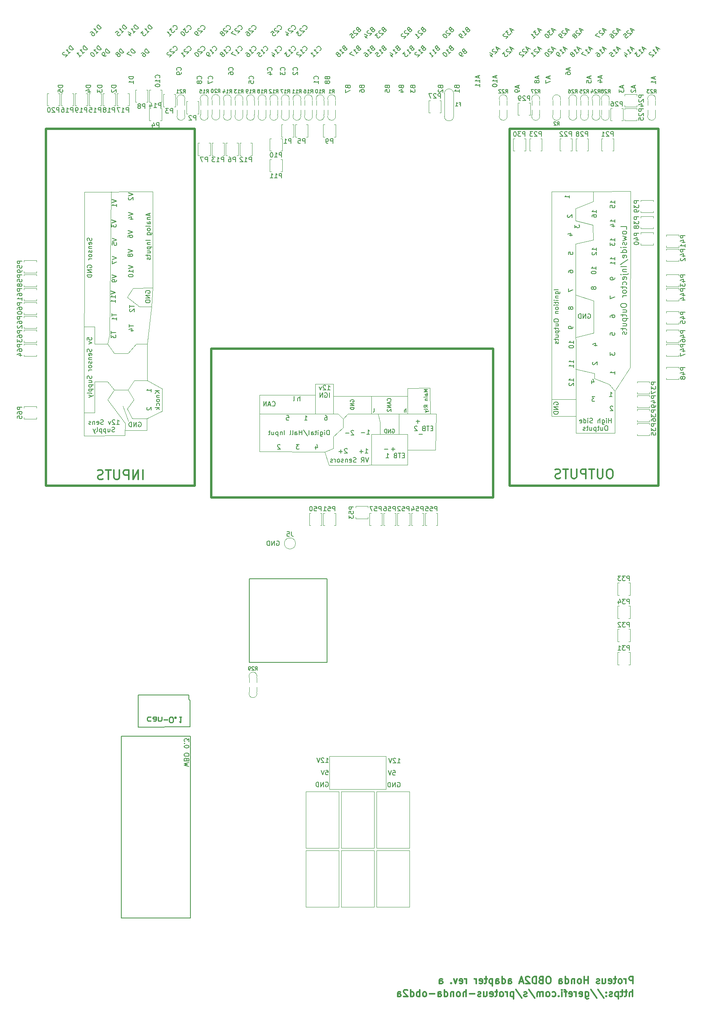
<source format=gbo>
G75*
G70*
%OFA0B0*%
%FSLAX25Y25*%
%IPPOS*%
%LPD*%
%AMOC8*
5,1,8,0,0,1.08239X$1,22.5*
%
%ADD108C,0.01000*%
%ADD42C,0.01969*%
%ADD44C,0.00787*%
%ADD49C,0.00472*%
%ADD50C,0.00591*%
%ADD52C,0.01181*%
%ADD53C,0.00500*%
%ADD55C,0.00600*%
%ADD56C,0.00550*%
%ADD58C,0.00390*%
X0000000Y0000000D02*
%LPD*%
G01*
D50*
X0282256Y0201959D02*
X0282631Y0202146D01*
X0282631Y0202146D02*
X0283193Y0202146D01*
X0283193Y0202146D02*
X0283756Y0201959D01*
X0283756Y0201959D02*
X0284131Y0201584D01*
X0284131Y0201584D02*
X0284318Y0201209D01*
X0284318Y0201209D02*
X0284506Y0200459D01*
X0284506Y0200459D02*
X0284506Y0199897D01*
X0284506Y0199897D02*
X0284318Y0199147D01*
X0284318Y0199147D02*
X0284131Y0198772D01*
X0284131Y0198772D02*
X0283756Y0198397D01*
X0283756Y0198397D02*
X0283193Y0198209D01*
X0283193Y0198209D02*
X0282818Y0198209D01*
X0282818Y0198209D02*
X0282256Y0198397D01*
X0282256Y0198397D02*
X0282069Y0198584D01*
X0282069Y0198584D02*
X0282069Y0199897D01*
X0282069Y0199897D02*
X0282818Y0199897D01*
X0280381Y0198209D02*
X0280381Y0202146D01*
X0280381Y0202146D02*
X0278132Y0198209D01*
X0278132Y0198209D02*
X0278132Y0202146D01*
X0276257Y0198209D02*
X0276257Y0202146D01*
X0276257Y0202146D02*
X0275319Y0202146D01*
X0275319Y0202146D02*
X0274757Y0201959D01*
X0274757Y0201959D02*
X0274382Y0201584D01*
X0274382Y0201584D02*
X0274195Y0201209D01*
X0274195Y0201209D02*
X0274007Y0200459D01*
X0274007Y0200459D02*
X0274007Y0199897D01*
X0274007Y0199897D02*
X0274195Y0199147D01*
X0274195Y0199147D02*
X0274382Y0198772D01*
X0274382Y0198772D02*
X0274757Y0198397D01*
X0274757Y0198397D02*
X0275319Y0198209D01*
X0275319Y0198209D02*
X0276257Y0198209D01*
X0343280Y0218446D02*
X0345529Y0218446D01*
X0344404Y0218446D02*
X0344404Y0222383D01*
X0344404Y0222383D02*
X0344779Y0221820D01*
X0344779Y0221820D02*
X0345154Y0221445D01*
X0345154Y0221445D02*
X0345529Y0221258D01*
X0341780Y0222008D02*
X0341592Y0222195D01*
X0341592Y0222195D02*
X0341217Y0222383D01*
X0341217Y0222383D02*
X0340280Y0222383D01*
X0340280Y0222383D02*
X0339905Y0222195D01*
X0339905Y0222195D02*
X0339718Y0222008D01*
X0339718Y0222008D02*
X0339530Y0221633D01*
X0339530Y0221633D02*
X0339530Y0221258D01*
X0339530Y0221258D02*
X0339718Y0220695D01*
X0339718Y0220695D02*
X0341967Y0218446D01*
X0341967Y0218446D02*
X0339530Y0218446D01*
X0338405Y0222383D02*
X0337093Y0218446D01*
X0337093Y0218446D02*
X0335781Y0222383D01*
X0343280Y0201723D02*
X0343655Y0201910D01*
X0343655Y0201910D02*
X0344217Y0201910D01*
X0344217Y0201910D02*
X0344779Y0201723D01*
X0344779Y0201723D02*
X0345154Y0201348D01*
X0345154Y0201348D02*
X0345342Y0200973D01*
X0345342Y0200973D02*
X0345529Y0200223D01*
X0345529Y0200223D02*
X0345529Y0199660D01*
X0345529Y0199660D02*
X0345342Y0198911D01*
X0345342Y0198911D02*
X0345154Y0198536D01*
X0345154Y0198536D02*
X0344779Y0198161D01*
X0344779Y0198161D02*
X0344217Y0197973D01*
X0344217Y0197973D02*
X0343842Y0197973D01*
X0343842Y0197973D02*
X0343280Y0198161D01*
X0343280Y0198161D02*
X0343092Y0198348D01*
X0343092Y0198348D02*
X0343092Y0199660D01*
X0343092Y0199660D02*
X0343842Y0199660D01*
X0341405Y0197973D02*
X0341405Y0201910D01*
X0341405Y0201910D02*
X0339155Y0197973D01*
X0339155Y0197973D02*
X0339155Y0201910D01*
X0337280Y0197973D02*
X0337280Y0201910D01*
X0337280Y0201910D02*
X0336343Y0201910D01*
X0336343Y0201910D02*
X0335781Y0201723D01*
X0335781Y0201723D02*
X0335406Y0201348D01*
X0335406Y0201348D02*
X0335218Y0200973D01*
X0335218Y0200973D02*
X0335031Y0200223D01*
X0335031Y0200223D02*
X0335031Y0199660D01*
X0335031Y0199660D02*
X0335218Y0198911D01*
X0335218Y0198911D02*
X0335406Y0198536D01*
X0335406Y0198536D02*
X0335781Y0198161D01*
X0335781Y0198161D02*
X0336343Y0197973D01*
X0336343Y0197973D02*
X0337280Y0197973D01*
X0240706Y0406683D02*
X0241081Y0406871D01*
X0241081Y0406871D02*
X0241644Y0406871D01*
X0241644Y0406871D02*
X0242206Y0406683D01*
X0242206Y0406683D02*
X0242581Y0406308D01*
X0242581Y0406308D02*
X0242769Y0405933D01*
X0242769Y0405933D02*
X0242956Y0405184D01*
X0242956Y0405184D02*
X0242956Y0404621D01*
X0242956Y0404621D02*
X0242769Y0403871D01*
X0242769Y0403871D02*
X0242581Y0403496D01*
X0242581Y0403496D02*
X0242206Y0403121D01*
X0242206Y0403121D02*
X0241644Y0402934D01*
X0241644Y0402934D02*
X0241269Y0402934D01*
X0241269Y0402934D02*
X0240706Y0403121D01*
X0240706Y0403121D02*
X0240519Y0403309D01*
X0240519Y0403309D02*
X0240519Y0404621D01*
X0240519Y0404621D02*
X0241269Y0404621D01*
X0238832Y0402934D02*
X0238832Y0406871D01*
X0238832Y0406871D02*
X0236582Y0402934D01*
X0236582Y0402934D02*
X0236582Y0406871D01*
X0234707Y0402934D02*
X0234707Y0406871D01*
X0234707Y0406871D02*
X0233770Y0406871D01*
X0233770Y0406871D02*
X0233207Y0406683D01*
X0233207Y0406683D02*
X0232832Y0406308D01*
X0232832Y0406308D02*
X0232645Y0405933D01*
X0232645Y0405933D02*
X0232457Y0405184D01*
X0232457Y0405184D02*
X0232457Y0404621D01*
X0232457Y0404621D02*
X0232645Y0403871D01*
X0232645Y0403871D02*
X0232832Y0403496D01*
X0232832Y0403496D02*
X0233207Y0403121D01*
X0233207Y0403121D02*
X0233770Y0402934D01*
X0233770Y0402934D02*
X0234707Y0402934D01*
D52*
X0542762Y0020007D02*
X0542762Y0025912D01*
X0540231Y0020007D02*
X0540231Y0023100D01*
X0540231Y0023100D02*
X0540512Y0023662D01*
X0540512Y0023662D02*
X0541074Y0023944D01*
X0541074Y0023944D02*
X0541918Y0023944D01*
X0541918Y0023944D02*
X0542480Y0023662D01*
X0542480Y0023662D02*
X0542762Y0023381D01*
X0538262Y0023944D02*
X0536012Y0023944D01*
X0537418Y0025912D02*
X0537418Y0020850D01*
X0537418Y0020850D02*
X0537137Y0020288D01*
X0537137Y0020288D02*
X0536575Y0020007D01*
X0536575Y0020007D02*
X0536012Y0020007D01*
X0534888Y0023944D02*
X0532638Y0023944D01*
X0534044Y0025912D02*
X0534044Y0020850D01*
X0534044Y0020850D02*
X0533763Y0020288D01*
X0533763Y0020288D02*
X0533200Y0020007D01*
X0533200Y0020007D02*
X0532638Y0020007D01*
X0530669Y0023944D02*
X0530669Y0018038D01*
X0530669Y0023662D02*
X0530107Y0023944D01*
X0530107Y0023944D02*
X0528982Y0023944D01*
X0528982Y0023944D02*
X0528420Y0023662D01*
X0528420Y0023662D02*
X0528138Y0023381D01*
X0528138Y0023381D02*
X0527857Y0022819D01*
X0527857Y0022819D02*
X0527857Y0021131D01*
X0527857Y0021131D02*
X0528138Y0020569D01*
X0528138Y0020569D02*
X0528420Y0020288D01*
X0528420Y0020288D02*
X0528982Y0020007D01*
X0528982Y0020007D02*
X0530107Y0020007D01*
X0530107Y0020007D02*
X0530669Y0020288D01*
X0525607Y0020288D02*
X0525045Y0020007D01*
X0525045Y0020007D02*
X0523920Y0020007D01*
X0523920Y0020007D02*
X0523358Y0020288D01*
X0523358Y0020288D02*
X0523076Y0020850D01*
X0523076Y0020850D02*
X0523076Y0021131D01*
X0523076Y0021131D02*
X0523358Y0021694D01*
X0523358Y0021694D02*
X0523920Y0021975D01*
X0523920Y0021975D02*
X0524764Y0021975D01*
X0524764Y0021975D02*
X0525326Y0022256D01*
X0525326Y0022256D02*
X0525607Y0022819D01*
X0525607Y0022819D02*
X0525607Y0023100D01*
X0525607Y0023100D02*
X0525326Y0023662D01*
X0525326Y0023662D02*
X0524764Y0023944D01*
X0524764Y0023944D02*
X0523920Y0023944D01*
X0523920Y0023944D02*
X0523358Y0023662D01*
X0520546Y0020569D02*
X0520264Y0020288D01*
X0520264Y0020288D02*
X0520546Y0020007D01*
X0520546Y0020007D02*
X0520827Y0020288D01*
X0520827Y0020288D02*
X0520546Y0020569D01*
X0520546Y0020569D02*
X0520546Y0020007D01*
X0520546Y0023662D02*
X0520264Y0023381D01*
X0520264Y0023381D02*
X0520546Y0023100D01*
X0520546Y0023100D02*
X0520827Y0023381D01*
X0520827Y0023381D02*
X0520546Y0023662D01*
X0520546Y0023662D02*
X0520546Y0023100D01*
X0513515Y0026193D02*
X0518577Y0018601D01*
X0507328Y0026193D02*
X0512390Y0018601D01*
X0502829Y0023944D02*
X0502829Y0019163D01*
X0502829Y0019163D02*
X0503110Y0018601D01*
X0503110Y0018601D02*
X0503391Y0018319D01*
X0503391Y0018319D02*
X0503954Y0018038D01*
X0503954Y0018038D02*
X0504798Y0018038D01*
X0504798Y0018038D02*
X0505360Y0018319D01*
X0502829Y0020288D02*
X0503391Y0020007D01*
X0503391Y0020007D02*
X0504516Y0020007D01*
X0504516Y0020007D02*
X0505079Y0020288D01*
X0505079Y0020288D02*
X0505360Y0020569D01*
X0505360Y0020569D02*
X0505641Y0021131D01*
X0505641Y0021131D02*
X0505641Y0022819D01*
X0505641Y0022819D02*
X0505360Y0023381D01*
X0505360Y0023381D02*
X0505079Y0023662D01*
X0505079Y0023662D02*
X0504516Y0023944D01*
X0504516Y0023944D02*
X0503391Y0023944D01*
X0503391Y0023944D02*
X0502829Y0023662D01*
X0497767Y0020288D02*
X0498330Y0020007D01*
X0498330Y0020007D02*
X0499454Y0020007D01*
X0499454Y0020007D02*
X0500017Y0020288D01*
X0500017Y0020288D02*
X0500298Y0020850D01*
X0500298Y0020850D02*
X0500298Y0023100D01*
X0500298Y0023100D02*
X0500017Y0023662D01*
X0500017Y0023662D02*
X0499454Y0023944D01*
X0499454Y0023944D02*
X0498330Y0023944D01*
X0498330Y0023944D02*
X0497767Y0023662D01*
X0497767Y0023662D02*
X0497486Y0023100D01*
X0497486Y0023100D02*
X0497486Y0022538D01*
X0497486Y0022538D02*
X0500298Y0021975D01*
X0494955Y0020007D02*
X0494955Y0023944D01*
X0494955Y0022819D02*
X0494674Y0023381D01*
X0494674Y0023381D02*
X0494393Y0023662D01*
X0494393Y0023662D02*
X0493830Y0023944D01*
X0493830Y0023944D02*
X0493268Y0023944D01*
X0489049Y0020288D02*
X0489612Y0020007D01*
X0489612Y0020007D02*
X0490737Y0020007D01*
X0490737Y0020007D02*
X0491299Y0020288D01*
X0491299Y0020288D02*
X0491580Y0020850D01*
X0491580Y0020850D02*
X0491580Y0023100D01*
X0491580Y0023100D02*
X0491299Y0023662D01*
X0491299Y0023662D02*
X0490737Y0023944D01*
X0490737Y0023944D02*
X0489612Y0023944D01*
X0489612Y0023944D02*
X0489049Y0023662D01*
X0489049Y0023662D02*
X0488768Y0023100D01*
X0488768Y0023100D02*
X0488768Y0022538D01*
X0488768Y0022538D02*
X0491580Y0021975D01*
X0487081Y0023944D02*
X0484831Y0023944D01*
X0486237Y0020007D02*
X0486237Y0025068D01*
X0486237Y0025068D02*
X0485956Y0025631D01*
X0485956Y0025631D02*
X0485394Y0025912D01*
X0485394Y0025912D02*
X0484831Y0025912D01*
X0482863Y0020007D02*
X0482863Y0023944D01*
X0482863Y0025912D02*
X0483144Y0025631D01*
X0483144Y0025631D02*
X0482863Y0025350D01*
X0482863Y0025350D02*
X0482582Y0025631D01*
X0482582Y0025631D02*
X0482863Y0025912D01*
X0482863Y0025912D02*
X0482863Y0025350D01*
X0480051Y0020569D02*
X0479769Y0020288D01*
X0479769Y0020288D02*
X0480051Y0020007D01*
X0480051Y0020007D02*
X0480332Y0020288D01*
X0480332Y0020288D02*
X0480051Y0020569D01*
X0480051Y0020569D02*
X0480051Y0020007D01*
X0474708Y0020288D02*
X0475270Y0020007D01*
X0475270Y0020007D02*
X0476395Y0020007D01*
X0476395Y0020007D02*
X0476957Y0020288D01*
X0476957Y0020288D02*
X0477238Y0020569D01*
X0477238Y0020569D02*
X0477520Y0021131D01*
X0477520Y0021131D02*
X0477520Y0022819D01*
X0477520Y0022819D02*
X0477238Y0023381D01*
X0477238Y0023381D02*
X0476957Y0023662D01*
X0476957Y0023662D02*
X0476395Y0023944D01*
X0476395Y0023944D02*
X0475270Y0023944D01*
X0475270Y0023944D02*
X0474708Y0023662D01*
X0471333Y0020007D02*
X0471895Y0020288D01*
X0471895Y0020288D02*
X0472177Y0020569D01*
X0472177Y0020569D02*
X0472458Y0021131D01*
X0472458Y0021131D02*
X0472458Y0022819D01*
X0472458Y0022819D02*
X0472177Y0023381D01*
X0472177Y0023381D02*
X0471895Y0023662D01*
X0471895Y0023662D02*
X0471333Y0023944D01*
X0471333Y0023944D02*
X0470489Y0023944D01*
X0470489Y0023944D02*
X0469927Y0023662D01*
X0469927Y0023662D02*
X0469646Y0023381D01*
X0469646Y0023381D02*
X0469364Y0022819D01*
X0469364Y0022819D02*
X0469364Y0021131D01*
X0469364Y0021131D02*
X0469646Y0020569D01*
X0469646Y0020569D02*
X0469927Y0020288D01*
X0469927Y0020288D02*
X0470489Y0020007D01*
X0470489Y0020007D02*
X0471333Y0020007D01*
X0466834Y0020007D02*
X0466834Y0023944D01*
X0466834Y0023381D02*
X0466552Y0023662D01*
X0466552Y0023662D02*
X0465990Y0023944D01*
X0465990Y0023944D02*
X0465146Y0023944D01*
X0465146Y0023944D02*
X0464584Y0023662D01*
X0464584Y0023662D02*
X0464303Y0023100D01*
X0464303Y0023100D02*
X0464303Y0020007D01*
X0464303Y0023100D02*
X0464021Y0023662D01*
X0464021Y0023662D02*
X0463459Y0023944D01*
X0463459Y0023944D02*
X0462615Y0023944D01*
X0462615Y0023944D02*
X0462053Y0023662D01*
X0462053Y0023662D02*
X0461772Y0023100D01*
X0461772Y0023100D02*
X0461772Y0020007D01*
X0454741Y0026193D02*
X0459803Y0018601D01*
X0453054Y0020288D02*
X0452492Y0020007D01*
X0452492Y0020007D02*
X0451367Y0020007D01*
X0451367Y0020007D02*
X0450804Y0020288D01*
X0450804Y0020288D02*
X0450523Y0020850D01*
X0450523Y0020850D02*
X0450523Y0021131D01*
X0450523Y0021131D02*
X0450804Y0021694D01*
X0450804Y0021694D02*
X0451367Y0021975D01*
X0451367Y0021975D02*
X0452210Y0021975D01*
X0452210Y0021975D02*
X0452773Y0022256D01*
X0452773Y0022256D02*
X0453054Y0022819D01*
X0453054Y0022819D02*
X0453054Y0023100D01*
X0453054Y0023100D02*
X0452773Y0023662D01*
X0452773Y0023662D02*
X0452210Y0023944D01*
X0452210Y0023944D02*
X0451367Y0023944D01*
X0451367Y0023944D02*
X0450804Y0023662D01*
X0443774Y0026193D02*
X0448836Y0018601D01*
X0441805Y0023944D02*
X0441805Y0018038D01*
X0441805Y0023662D02*
X0441243Y0023944D01*
X0441243Y0023944D02*
X0440118Y0023944D01*
X0440118Y0023944D02*
X0439556Y0023662D01*
X0439556Y0023662D02*
X0439274Y0023381D01*
X0439274Y0023381D02*
X0438993Y0022819D01*
X0438993Y0022819D02*
X0438993Y0021131D01*
X0438993Y0021131D02*
X0439274Y0020569D01*
X0439274Y0020569D02*
X0439556Y0020288D01*
X0439556Y0020288D02*
X0440118Y0020007D01*
X0440118Y0020007D02*
X0441243Y0020007D01*
X0441243Y0020007D02*
X0441805Y0020288D01*
X0436462Y0020007D02*
X0436462Y0023944D01*
X0436462Y0022819D02*
X0436181Y0023381D01*
X0436181Y0023381D02*
X0435900Y0023662D01*
X0435900Y0023662D02*
X0435337Y0023944D01*
X0435337Y0023944D02*
X0434775Y0023944D01*
X0431963Y0020007D02*
X0432525Y0020288D01*
X0432525Y0020288D02*
X0432807Y0020569D01*
X0432807Y0020569D02*
X0433088Y0021131D01*
X0433088Y0021131D02*
X0433088Y0022819D01*
X0433088Y0022819D02*
X0432807Y0023381D01*
X0432807Y0023381D02*
X0432525Y0023662D01*
X0432525Y0023662D02*
X0431963Y0023944D01*
X0431963Y0023944D02*
X0431119Y0023944D01*
X0431119Y0023944D02*
X0430557Y0023662D01*
X0430557Y0023662D02*
X0430276Y0023381D01*
X0430276Y0023381D02*
X0429994Y0022819D01*
X0429994Y0022819D02*
X0429994Y0021131D01*
X0429994Y0021131D02*
X0430276Y0020569D01*
X0430276Y0020569D02*
X0430557Y0020288D01*
X0430557Y0020288D02*
X0431119Y0020007D01*
X0431119Y0020007D02*
X0431963Y0020007D01*
X0428307Y0023944D02*
X0426057Y0023944D01*
X0427463Y0025912D02*
X0427463Y0020850D01*
X0427463Y0020850D02*
X0427182Y0020288D01*
X0427182Y0020288D02*
X0426620Y0020007D01*
X0426620Y0020007D02*
X0426057Y0020007D01*
X0421839Y0020288D02*
X0422402Y0020007D01*
X0422402Y0020007D02*
X0423526Y0020007D01*
X0423526Y0020007D02*
X0424089Y0020288D01*
X0424089Y0020288D02*
X0424370Y0020850D01*
X0424370Y0020850D02*
X0424370Y0023100D01*
X0424370Y0023100D02*
X0424089Y0023662D01*
X0424089Y0023662D02*
X0423526Y0023944D01*
X0423526Y0023944D02*
X0422402Y0023944D01*
X0422402Y0023944D02*
X0421839Y0023662D01*
X0421839Y0023662D02*
X0421558Y0023100D01*
X0421558Y0023100D02*
X0421558Y0022538D01*
X0421558Y0022538D02*
X0424370Y0021975D01*
X0416496Y0023944D02*
X0416496Y0020007D01*
X0419027Y0023944D02*
X0419027Y0020850D01*
X0419027Y0020850D02*
X0418746Y0020288D01*
X0418746Y0020288D02*
X0418183Y0020007D01*
X0418183Y0020007D02*
X0417340Y0020007D01*
X0417340Y0020007D02*
X0416777Y0020288D01*
X0416777Y0020288D02*
X0416496Y0020569D01*
X0413965Y0020288D02*
X0413403Y0020007D01*
X0413403Y0020007D02*
X0412278Y0020007D01*
X0412278Y0020007D02*
X0411715Y0020288D01*
X0411715Y0020288D02*
X0411434Y0020850D01*
X0411434Y0020850D02*
X0411434Y0021131D01*
X0411434Y0021131D02*
X0411715Y0021694D01*
X0411715Y0021694D02*
X0412278Y0021975D01*
X0412278Y0021975D02*
X0413121Y0021975D01*
X0413121Y0021975D02*
X0413684Y0022256D01*
X0413684Y0022256D02*
X0413965Y0022819D01*
X0413965Y0022819D02*
X0413965Y0023100D01*
X0413965Y0023100D02*
X0413684Y0023662D01*
X0413684Y0023662D02*
X0413121Y0023944D01*
X0413121Y0023944D02*
X0412278Y0023944D01*
X0412278Y0023944D02*
X0411715Y0023662D01*
X0408903Y0022256D02*
X0404404Y0022256D01*
X0401592Y0020007D02*
X0401592Y0025912D01*
X0399061Y0020007D02*
X0399061Y0023100D01*
X0399061Y0023100D02*
X0399342Y0023662D01*
X0399342Y0023662D02*
X0399904Y0023944D01*
X0399904Y0023944D02*
X0400748Y0023944D01*
X0400748Y0023944D02*
X0401310Y0023662D01*
X0401310Y0023662D02*
X0401592Y0023381D01*
X0395405Y0020007D02*
X0395967Y0020288D01*
X0395967Y0020288D02*
X0396249Y0020569D01*
X0396249Y0020569D02*
X0396530Y0021131D01*
X0396530Y0021131D02*
X0396530Y0022819D01*
X0396530Y0022819D02*
X0396249Y0023381D01*
X0396249Y0023381D02*
X0395967Y0023662D01*
X0395967Y0023662D02*
X0395405Y0023944D01*
X0395405Y0023944D02*
X0394561Y0023944D01*
X0394561Y0023944D02*
X0393999Y0023662D01*
X0393999Y0023662D02*
X0393718Y0023381D01*
X0393718Y0023381D02*
X0393436Y0022819D01*
X0393436Y0022819D02*
X0393436Y0021131D01*
X0393436Y0021131D02*
X0393718Y0020569D01*
X0393718Y0020569D02*
X0393999Y0020288D01*
X0393999Y0020288D02*
X0394561Y0020007D01*
X0394561Y0020007D02*
X0395405Y0020007D01*
X0390906Y0023944D02*
X0390906Y0020007D01*
X0390906Y0023381D02*
X0390624Y0023662D01*
X0390624Y0023662D02*
X0390062Y0023944D01*
X0390062Y0023944D02*
X0389218Y0023944D01*
X0389218Y0023944D02*
X0388656Y0023662D01*
X0388656Y0023662D02*
X0388375Y0023100D01*
X0388375Y0023100D02*
X0388375Y0020007D01*
X0383031Y0020007D02*
X0383031Y0025912D01*
X0383031Y0020288D02*
X0383594Y0020007D01*
X0383594Y0020007D02*
X0384719Y0020007D01*
X0384719Y0020007D02*
X0385281Y0020288D01*
X0385281Y0020288D02*
X0385562Y0020569D01*
X0385562Y0020569D02*
X0385844Y0021131D01*
X0385844Y0021131D02*
X0385844Y0022819D01*
X0385844Y0022819D02*
X0385562Y0023381D01*
X0385562Y0023381D02*
X0385281Y0023662D01*
X0385281Y0023662D02*
X0384719Y0023944D01*
X0384719Y0023944D02*
X0383594Y0023944D01*
X0383594Y0023944D02*
X0383031Y0023662D01*
X0377688Y0020007D02*
X0377688Y0023100D01*
X0377688Y0023100D02*
X0377970Y0023662D01*
X0377970Y0023662D02*
X0378532Y0023944D01*
X0378532Y0023944D02*
X0379657Y0023944D01*
X0379657Y0023944D02*
X0380219Y0023662D01*
X0377688Y0020288D02*
X0378251Y0020007D01*
X0378251Y0020007D02*
X0379657Y0020007D01*
X0379657Y0020007D02*
X0380219Y0020288D01*
X0380219Y0020288D02*
X0380501Y0020850D01*
X0380501Y0020850D02*
X0380501Y0021413D01*
X0380501Y0021413D02*
X0380219Y0021975D01*
X0380219Y0021975D02*
X0379657Y0022256D01*
X0379657Y0022256D02*
X0378251Y0022256D01*
X0378251Y0022256D02*
X0377688Y0022538D01*
X0374876Y0022256D02*
X0370377Y0022256D01*
X0366721Y0020007D02*
X0367283Y0020288D01*
X0367283Y0020288D02*
X0367565Y0020569D01*
X0367565Y0020569D02*
X0367846Y0021131D01*
X0367846Y0021131D02*
X0367846Y0022819D01*
X0367846Y0022819D02*
X0367565Y0023381D01*
X0367565Y0023381D02*
X0367283Y0023662D01*
X0367283Y0023662D02*
X0366721Y0023944D01*
X0366721Y0023944D02*
X0365877Y0023944D01*
X0365877Y0023944D02*
X0365315Y0023662D01*
X0365315Y0023662D02*
X0365034Y0023381D01*
X0365034Y0023381D02*
X0364753Y0022819D01*
X0364753Y0022819D02*
X0364753Y0021131D01*
X0364753Y0021131D02*
X0365034Y0020569D01*
X0365034Y0020569D02*
X0365315Y0020288D01*
X0365315Y0020288D02*
X0365877Y0020007D01*
X0365877Y0020007D02*
X0366721Y0020007D01*
X0362222Y0020007D02*
X0362222Y0025912D01*
X0362222Y0023662D02*
X0361659Y0023944D01*
X0361659Y0023944D02*
X0360534Y0023944D01*
X0360534Y0023944D02*
X0359972Y0023662D01*
X0359972Y0023662D02*
X0359691Y0023381D01*
X0359691Y0023381D02*
X0359409Y0022819D01*
X0359409Y0022819D02*
X0359409Y0021131D01*
X0359409Y0021131D02*
X0359691Y0020569D01*
X0359691Y0020569D02*
X0359972Y0020288D01*
X0359972Y0020288D02*
X0360534Y0020007D01*
X0360534Y0020007D02*
X0361659Y0020007D01*
X0361659Y0020007D02*
X0362222Y0020288D01*
X0354348Y0020007D02*
X0354348Y0025912D01*
X0354348Y0020288D02*
X0354910Y0020007D01*
X0354910Y0020007D02*
X0356035Y0020007D01*
X0356035Y0020007D02*
X0356597Y0020288D01*
X0356597Y0020288D02*
X0356879Y0020569D01*
X0356879Y0020569D02*
X0357160Y0021131D01*
X0357160Y0021131D02*
X0357160Y0022819D01*
X0357160Y0022819D02*
X0356879Y0023381D01*
X0356879Y0023381D02*
X0356597Y0023662D01*
X0356597Y0023662D02*
X0356035Y0023944D01*
X0356035Y0023944D02*
X0354910Y0023944D01*
X0354910Y0023944D02*
X0354348Y0023662D01*
X0351817Y0025350D02*
X0351535Y0025631D01*
X0351535Y0025631D02*
X0350973Y0025912D01*
X0350973Y0025912D02*
X0349567Y0025912D01*
X0349567Y0025912D02*
X0349004Y0025631D01*
X0349004Y0025631D02*
X0348723Y0025350D01*
X0348723Y0025350D02*
X0348442Y0024787D01*
X0348442Y0024787D02*
X0348442Y0024225D01*
X0348442Y0024225D02*
X0348723Y0023381D01*
X0348723Y0023381D02*
X0352098Y0020007D01*
X0352098Y0020007D02*
X0348442Y0020007D01*
X0343380Y0020007D02*
X0343380Y0023100D01*
X0343380Y0023100D02*
X0343661Y0023662D01*
X0343661Y0023662D02*
X0344224Y0023944D01*
X0344224Y0023944D02*
X0345349Y0023944D01*
X0345349Y0023944D02*
X0345911Y0023662D01*
X0343380Y0020288D02*
X0343943Y0020007D01*
X0343943Y0020007D02*
X0345349Y0020007D01*
X0345349Y0020007D02*
X0345911Y0020288D01*
X0345911Y0020288D02*
X0346192Y0020850D01*
X0346192Y0020850D02*
X0346192Y0021413D01*
X0346192Y0021413D02*
X0345911Y0021975D01*
X0345911Y0021975D02*
X0345349Y0022256D01*
X0345349Y0022256D02*
X0343943Y0022256D01*
X0343943Y0022256D02*
X0343380Y0022538D01*
X0543138Y0031030D02*
X0543138Y0036936D01*
X0543138Y0036936D02*
X0540889Y0036936D01*
X0540889Y0036936D02*
X0540326Y0036654D01*
X0540326Y0036654D02*
X0540045Y0036373D01*
X0540045Y0036373D02*
X0539764Y0035811D01*
X0539764Y0035811D02*
X0539764Y0034967D01*
X0539764Y0034967D02*
X0540045Y0034405D01*
X0540045Y0034405D02*
X0540326Y0034124D01*
X0540326Y0034124D02*
X0540889Y0033842D01*
X0540889Y0033842D02*
X0543138Y0033842D01*
X0537233Y0031030D02*
X0537233Y0034967D01*
X0537233Y0033842D02*
X0536952Y0034405D01*
X0536952Y0034405D02*
X0536670Y0034686D01*
X0536670Y0034686D02*
X0536108Y0034967D01*
X0536108Y0034967D02*
X0535546Y0034967D01*
X0532733Y0031030D02*
X0533296Y0031311D01*
X0533296Y0031311D02*
X0533577Y0031593D01*
X0533577Y0031593D02*
X0533858Y0032155D01*
X0533858Y0032155D02*
X0533858Y0033842D01*
X0533858Y0033842D02*
X0533577Y0034405D01*
X0533577Y0034405D02*
X0533296Y0034686D01*
X0533296Y0034686D02*
X0532733Y0034967D01*
X0532733Y0034967D02*
X0531890Y0034967D01*
X0531890Y0034967D02*
X0531327Y0034686D01*
X0531327Y0034686D02*
X0531046Y0034405D01*
X0531046Y0034405D02*
X0530765Y0033842D01*
X0530765Y0033842D02*
X0530765Y0032155D01*
X0530765Y0032155D02*
X0531046Y0031593D01*
X0531046Y0031593D02*
X0531327Y0031311D01*
X0531327Y0031311D02*
X0531890Y0031030D01*
X0531890Y0031030D02*
X0532733Y0031030D01*
X0529078Y0034967D02*
X0526828Y0034967D01*
X0528234Y0036936D02*
X0528234Y0031874D01*
X0528234Y0031874D02*
X0527953Y0031311D01*
X0527953Y0031311D02*
X0527390Y0031030D01*
X0527390Y0031030D02*
X0526828Y0031030D01*
X0522610Y0031311D02*
X0523172Y0031030D01*
X0523172Y0031030D02*
X0524297Y0031030D01*
X0524297Y0031030D02*
X0524859Y0031311D01*
X0524859Y0031311D02*
X0525141Y0031874D01*
X0525141Y0031874D02*
X0525141Y0034124D01*
X0525141Y0034124D02*
X0524859Y0034686D01*
X0524859Y0034686D02*
X0524297Y0034967D01*
X0524297Y0034967D02*
X0523172Y0034967D01*
X0523172Y0034967D02*
X0522610Y0034686D01*
X0522610Y0034686D02*
X0522328Y0034124D01*
X0522328Y0034124D02*
X0522328Y0033561D01*
X0522328Y0033561D02*
X0525141Y0032999D01*
X0517267Y0034967D02*
X0517267Y0031030D01*
X0519798Y0034967D02*
X0519798Y0031874D01*
X0519798Y0031874D02*
X0519516Y0031311D01*
X0519516Y0031311D02*
X0518954Y0031030D01*
X0518954Y0031030D02*
X0518110Y0031030D01*
X0518110Y0031030D02*
X0517548Y0031311D01*
X0517548Y0031311D02*
X0517267Y0031593D01*
X0514736Y0031311D02*
X0514173Y0031030D01*
X0514173Y0031030D02*
X0513048Y0031030D01*
X0513048Y0031030D02*
X0512486Y0031311D01*
X0512486Y0031311D02*
X0512205Y0031874D01*
X0512205Y0031874D02*
X0512205Y0032155D01*
X0512205Y0032155D02*
X0512486Y0032717D01*
X0512486Y0032717D02*
X0513048Y0032999D01*
X0513048Y0032999D02*
X0513892Y0032999D01*
X0513892Y0032999D02*
X0514454Y0033280D01*
X0514454Y0033280D02*
X0514736Y0033842D01*
X0514736Y0033842D02*
X0514736Y0034124D01*
X0514736Y0034124D02*
X0514454Y0034686D01*
X0514454Y0034686D02*
X0513892Y0034967D01*
X0513892Y0034967D02*
X0513048Y0034967D01*
X0513048Y0034967D02*
X0512486Y0034686D01*
X0505174Y0031030D02*
X0505174Y0036936D01*
X0505174Y0034124D02*
X0501800Y0034124D01*
X0501800Y0031030D02*
X0501800Y0036936D01*
X0498144Y0031030D02*
X0498706Y0031311D01*
X0498706Y0031311D02*
X0498988Y0031593D01*
X0498988Y0031593D02*
X0499269Y0032155D01*
X0499269Y0032155D02*
X0499269Y0033842D01*
X0499269Y0033842D02*
X0498988Y0034405D01*
X0498988Y0034405D02*
X0498706Y0034686D01*
X0498706Y0034686D02*
X0498144Y0034967D01*
X0498144Y0034967D02*
X0497300Y0034967D01*
X0497300Y0034967D02*
X0496738Y0034686D01*
X0496738Y0034686D02*
X0496457Y0034405D01*
X0496457Y0034405D02*
X0496175Y0033842D01*
X0496175Y0033842D02*
X0496175Y0032155D01*
X0496175Y0032155D02*
X0496457Y0031593D01*
X0496457Y0031593D02*
X0496738Y0031311D01*
X0496738Y0031311D02*
X0497300Y0031030D01*
X0497300Y0031030D02*
X0498144Y0031030D01*
X0493645Y0034967D02*
X0493645Y0031030D01*
X0493645Y0034405D02*
X0493363Y0034686D01*
X0493363Y0034686D02*
X0492801Y0034967D01*
X0492801Y0034967D02*
X0491957Y0034967D01*
X0491957Y0034967D02*
X0491395Y0034686D01*
X0491395Y0034686D02*
X0491114Y0034124D01*
X0491114Y0034124D02*
X0491114Y0031030D01*
X0485771Y0031030D02*
X0485771Y0036936D01*
X0485771Y0031311D02*
X0486333Y0031030D01*
X0486333Y0031030D02*
X0487458Y0031030D01*
X0487458Y0031030D02*
X0488020Y0031311D01*
X0488020Y0031311D02*
X0488301Y0031593D01*
X0488301Y0031593D02*
X0488583Y0032155D01*
X0488583Y0032155D02*
X0488583Y0033842D01*
X0488583Y0033842D02*
X0488301Y0034405D01*
X0488301Y0034405D02*
X0488020Y0034686D01*
X0488020Y0034686D02*
X0487458Y0034967D01*
X0487458Y0034967D02*
X0486333Y0034967D01*
X0486333Y0034967D02*
X0485771Y0034686D01*
X0480427Y0031030D02*
X0480427Y0034124D01*
X0480427Y0034124D02*
X0480709Y0034686D01*
X0480709Y0034686D02*
X0481271Y0034967D01*
X0481271Y0034967D02*
X0482396Y0034967D01*
X0482396Y0034967D02*
X0482958Y0034686D01*
X0480427Y0031311D02*
X0480990Y0031030D01*
X0480990Y0031030D02*
X0482396Y0031030D01*
X0482396Y0031030D02*
X0482958Y0031311D01*
X0482958Y0031311D02*
X0483240Y0031874D01*
X0483240Y0031874D02*
X0483240Y0032436D01*
X0483240Y0032436D02*
X0482958Y0032999D01*
X0482958Y0032999D02*
X0482396Y0033280D01*
X0482396Y0033280D02*
X0480990Y0033280D01*
X0480990Y0033280D02*
X0480427Y0033561D01*
X0471991Y0036936D02*
X0470866Y0036936D01*
X0470866Y0036936D02*
X0470304Y0036654D01*
X0470304Y0036654D02*
X0469741Y0036092D01*
X0469741Y0036092D02*
X0469460Y0034967D01*
X0469460Y0034967D02*
X0469460Y0032999D01*
X0469460Y0032999D02*
X0469741Y0031874D01*
X0469741Y0031874D02*
X0470304Y0031311D01*
X0470304Y0031311D02*
X0470866Y0031030D01*
X0470866Y0031030D02*
X0471991Y0031030D01*
X0471991Y0031030D02*
X0472553Y0031311D01*
X0472553Y0031311D02*
X0473116Y0031874D01*
X0473116Y0031874D02*
X0473397Y0032999D01*
X0473397Y0032999D02*
X0473397Y0034967D01*
X0473397Y0034967D02*
X0473116Y0036092D01*
X0473116Y0036092D02*
X0472553Y0036654D01*
X0472553Y0036654D02*
X0471991Y0036936D01*
X0464961Y0034124D02*
X0464117Y0033842D01*
X0464117Y0033842D02*
X0463836Y0033561D01*
X0463836Y0033561D02*
X0463555Y0032999D01*
X0463555Y0032999D02*
X0463555Y0032155D01*
X0463555Y0032155D02*
X0463836Y0031593D01*
X0463836Y0031593D02*
X0464117Y0031311D01*
X0464117Y0031311D02*
X0464679Y0031030D01*
X0464679Y0031030D02*
X0466929Y0031030D01*
X0466929Y0031030D02*
X0466929Y0036936D01*
X0466929Y0036936D02*
X0464961Y0036936D01*
X0464961Y0036936D02*
X0464398Y0036654D01*
X0464398Y0036654D02*
X0464117Y0036373D01*
X0464117Y0036373D02*
X0463836Y0035811D01*
X0463836Y0035811D02*
X0463836Y0035248D01*
X0463836Y0035248D02*
X0464117Y0034686D01*
X0464117Y0034686D02*
X0464398Y0034405D01*
X0464398Y0034405D02*
X0464961Y0034124D01*
X0464961Y0034124D02*
X0466929Y0034124D01*
X0461024Y0031030D02*
X0461024Y0036936D01*
X0461024Y0036936D02*
X0459618Y0036936D01*
X0459618Y0036936D02*
X0458774Y0036654D01*
X0458774Y0036654D02*
X0458211Y0036092D01*
X0458211Y0036092D02*
X0457930Y0035530D01*
X0457930Y0035530D02*
X0457649Y0034405D01*
X0457649Y0034405D02*
X0457649Y0033561D01*
X0457649Y0033561D02*
X0457930Y0032436D01*
X0457930Y0032436D02*
X0458211Y0031874D01*
X0458211Y0031874D02*
X0458774Y0031311D01*
X0458774Y0031311D02*
X0459618Y0031030D01*
X0459618Y0031030D02*
X0461024Y0031030D01*
X0455399Y0036373D02*
X0455118Y0036654D01*
X0455118Y0036654D02*
X0454556Y0036936D01*
X0454556Y0036936D02*
X0453150Y0036936D01*
X0453150Y0036936D02*
X0452587Y0036654D01*
X0452587Y0036654D02*
X0452306Y0036373D01*
X0452306Y0036373D02*
X0452025Y0035811D01*
X0452025Y0035811D02*
X0452025Y0035248D01*
X0452025Y0035248D02*
X0452306Y0034405D01*
X0452306Y0034405D02*
X0455681Y0031030D01*
X0455681Y0031030D02*
X0452025Y0031030D01*
X0449775Y0032717D02*
X0446963Y0032717D01*
X0450337Y0031030D02*
X0448369Y0036936D01*
X0448369Y0036936D02*
X0446400Y0031030D01*
X0437402Y0031030D02*
X0437402Y0034124D01*
X0437402Y0034124D02*
X0437683Y0034686D01*
X0437683Y0034686D02*
X0438245Y0034967D01*
X0438245Y0034967D02*
X0439370Y0034967D01*
X0439370Y0034967D02*
X0439933Y0034686D01*
X0437402Y0031311D02*
X0437964Y0031030D01*
X0437964Y0031030D02*
X0439370Y0031030D01*
X0439370Y0031030D02*
X0439933Y0031311D01*
X0439933Y0031311D02*
X0440214Y0031874D01*
X0440214Y0031874D02*
X0440214Y0032436D01*
X0440214Y0032436D02*
X0439933Y0032999D01*
X0439933Y0032999D02*
X0439370Y0033280D01*
X0439370Y0033280D02*
X0437964Y0033280D01*
X0437964Y0033280D02*
X0437402Y0033561D01*
X0432058Y0031030D02*
X0432058Y0036936D01*
X0432058Y0031311D02*
X0432621Y0031030D01*
X0432621Y0031030D02*
X0433746Y0031030D01*
X0433746Y0031030D02*
X0434308Y0031311D01*
X0434308Y0031311D02*
X0434589Y0031593D01*
X0434589Y0031593D02*
X0434871Y0032155D01*
X0434871Y0032155D02*
X0434871Y0033842D01*
X0434871Y0033842D02*
X0434589Y0034405D01*
X0434589Y0034405D02*
X0434308Y0034686D01*
X0434308Y0034686D02*
X0433746Y0034967D01*
X0433746Y0034967D02*
X0432621Y0034967D01*
X0432621Y0034967D02*
X0432058Y0034686D01*
X0426715Y0031030D02*
X0426715Y0034124D01*
X0426715Y0034124D02*
X0426997Y0034686D01*
X0426997Y0034686D02*
X0427559Y0034967D01*
X0427559Y0034967D02*
X0428684Y0034967D01*
X0428684Y0034967D02*
X0429246Y0034686D01*
X0426715Y0031311D02*
X0427278Y0031030D01*
X0427278Y0031030D02*
X0428684Y0031030D01*
X0428684Y0031030D02*
X0429246Y0031311D01*
X0429246Y0031311D02*
X0429528Y0031874D01*
X0429528Y0031874D02*
X0429528Y0032436D01*
X0429528Y0032436D02*
X0429246Y0032999D01*
X0429246Y0032999D02*
X0428684Y0033280D01*
X0428684Y0033280D02*
X0427278Y0033280D01*
X0427278Y0033280D02*
X0426715Y0033561D01*
X0423903Y0034967D02*
X0423903Y0029062D01*
X0423903Y0034686D02*
X0423341Y0034967D01*
X0423341Y0034967D02*
X0422216Y0034967D01*
X0422216Y0034967D02*
X0421654Y0034686D01*
X0421654Y0034686D02*
X0421372Y0034405D01*
X0421372Y0034405D02*
X0421091Y0033842D01*
X0421091Y0033842D02*
X0421091Y0032155D01*
X0421091Y0032155D02*
X0421372Y0031593D01*
X0421372Y0031593D02*
X0421654Y0031311D01*
X0421654Y0031311D02*
X0422216Y0031030D01*
X0422216Y0031030D02*
X0423341Y0031030D01*
X0423341Y0031030D02*
X0423903Y0031311D01*
X0419404Y0034967D02*
X0417154Y0034967D01*
X0418560Y0036936D02*
X0418560Y0031874D01*
X0418560Y0031874D02*
X0418279Y0031311D01*
X0418279Y0031311D02*
X0417717Y0031030D01*
X0417717Y0031030D02*
X0417154Y0031030D01*
X0412936Y0031311D02*
X0413498Y0031030D01*
X0413498Y0031030D02*
X0414623Y0031030D01*
X0414623Y0031030D02*
X0415186Y0031311D01*
X0415186Y0031311D02*
X0415467Y0031874D01*
X0415467Y0031874D02*
X0415467Y0034124D01*
X0415467Y0034124D02*
X0415186Y0034686D01*
X0415186Y0034686D02*
X0414623Y0034967D01*
X0414623Y0034967D02*
X0413498Y0034967D01*
X0413498Y0034967D02*
X0412936Y0034686D01*
X0412936Y0034686D02*
X0412655Y0034124D01*
X0412655Y0034124D02*
X0412655Y0033561D01*
X0412655Y0033561D02*
X0415467Y0032999D01*
X0410124Y0031030D02*
X0410124Y0034967D01*
X0410124Y0033842D02*
X0409843Y0034405D01*
X0409843Y0034405D02*
X0409561Y0034686D01*
X0409561Y0034686D02*
X0408999Y0034967D01*
X0408999Y0034967D02*
X0408436Y0034967D01*
X0401968Y0031030D02*
X0401968Y0034967D01*
X0401968Y0033842D02*
X0401687Y0034405D01*
X0401687Y0034405D02*
X0401406Y0034686D01*
X0401406Y0034686D02*
X0400844Y0034967D01*
X0400844Y0034967D02*
X0400281Y0034967D01*
X0396063Y0031311D02*
X0396625Y0031030D01*
X0396625Y0031030D02*
X0397750Y0031030D01*
X0397750Y0031030D02*
X0398313Y0031311D01*
X0398313Y0031311D02*
X0398594Y0031874D01*
X0398594Y0031874D02*
X0398594Y0034124D01*
X0398594Y0034124D02*
X0398313Y0034686D01*
X0398313Y0034686D02*
X0397750Y0034967D01*
X0397750Y0034967D02*
X0396625Y0034967D01*
X0396625Y0034967D02*
X0396063Y0034686D01*
X0396063Y0034686D02*
X0395782Y0034124D01*
X0395782Y0034124D02*
X0395782Y0033561D01*
X0395782Y0033561D02*
X0398594Y0032999D01*
X0393813Y0034967D02*
X0392407Y0031030D01*
X0392407Y0031030D02*
X0391001Y0034967D01*
X0388751Y0031593D02*
X0388470Y0031311D01*
X0388470Y0031311D02*
X0388751Y0031030D01*
X0388751Y0031030D02*
X0389033Y0031311D01*
X0389033Y0031311D02*
X0388751Y0031593D01*
X0388751Y0031593D02*
X0388751Y0031030D01*
X0378909Y0031030D02*
X0378909Y0034124D01*
X0378909Y0034124D02*
X0379190Y0034686D01*
X0379190Y0034686D02*
X0379753Y0034967D01*
X0379753Y0034967D02*
X0380877Y0034967D01*
X0380877Y0034967D02*
X0381440Y0034686D01*
X0378909Y0031311D02*
X0379471Y0031030D01*
X0379471Y0031030D02*
X0380877Y0031030D01*
X0380877Y0031030D02*
X0381440Y0031311D01*
X0381440Y0031311D02*
X0381721Y0031874D01*
X0381721Y0031874D02*
X0381721Y0032436D01*
X0381721Y0032436D02*
X0381440Y0032999D01*
X0381440Y0032999D02*
X0380877Y0033280D01*
X0380877Y0033280D02*
X0379471Y0033280D01*
X0379471Y0033280D02*
X0378909Y0033561D01*
D50*
X0282327Y0212225D02*
X0284202Y0212225D01*
X0284202Y0212225D02*
X0284389Y0210350D01*
X0284389Y0210350D02*
X0284202Y0210538D01*
X0284202Y0210538D02*
X0283827Y0210725D01*
X0283827Y0210725D02*
X0282889Y0210725D01*
X0282889Y0210725D02*
X0282514Y0210538D01*
X0282514Y0210538D02*
X0282327Y0210350D01*
X0282327Y0210350D02*
X0282139Y0209975D01*
X0282139Y0209975D02*
X0282139Y0209038D01*
X0282139Y0209038D02*
X0282327Y0208663D01*
X0282327Y0208663D02*
X0282514Y0208476D01*
X0282514Y0208476D02*
X0282889Y0208288D01*
X0282889Y0208288D02*
X0283827Y0208288D01*
X0283827Y0208288D02*
X0284202Y0208476D01*
X0284202Y0208476D02*
X0284389Y0208663D01*
X0281015Y0212225D02*
X0279702Y0208288D01*
X0279702Y0208288D02*
X0278390Y0212225D01*
X0339319Y0211989D02*
X0341194Y0211989D01*
X0341194Y0211989D02*
X0341381Y0210114D01*
X0341381Y0210114D02*
X0341194Y0210302D01*
X0341194Y0210302D02*
X0340819Y0210489D01*
X0340819Y0210489D02*
X0339881Y0210489D01*
X0339881Y0210489D02*
X0339506Y0210302D01*
X0339506Y0210302D02*
X0339319Y0210114D01*
X0339319Y0210114D02*
X0339132Y0209739D01*
X0339132Y0209739D02*
X0339132Y0208802D01*
X0339132Y0208802D02*
X0339319Y0208427D01*
X0339319Y0208427D02*
X0339506Y0208239D01*
X0339506Y0208239D02*
X0339881Y0208052D01*
X0339881Y0208052D02*
X0340819Y0208052D01*
X0340819Y0208052D02*
X0341194Y0208239D01*
X0341194Y0208239D02*
X0341381Y0208427D01*
X0338007Y0211989D02*
X0336694Y0208052D01*
X0336694Y0208052D02*
X0335382Y0211989D01*
X0282256Y0218682D02*
X0284506Y0218682D01*
X0283381Y0218682D02*
X0283381Y0222619D01*
X0283381Y0222619D02*
X0283756Y0222056D01*
X0283756Y0222056D02*
X0284131Y0221681D01*
X0284131Y0221681D02*
X0284506Y0221494D01*
X0280756Y0222244D02*
X0280569Y0222431D01*
X0280569Y0222431D02*
X0280194Y0222619D01*
X0280194Y0222619D02*
X0279256Y0222619D01*
X0279256Y0222619D02*
X0278881Y0222431D01*
X0278881Y0222431D02*
X0278694Y0222244D01*
X0278694Y0222244D02*
X0278506Y0221869D01*
X0278506Y0221869D02*
X0278506Y0221494D01*
X0278506Y0221494D02*
X0278694Y0220932D01*
X0278694Y0220932D02*
X0280944Y0218682D01*
X0280944Y0218682D02*
X0278506Y0218682D01*
X0277382Y0222619D02*
X0276069Y0218682D01*
X0276069Y0218682D02*
X0274757Y0222619D01*
X0587421Y0573678D02*
X0583484Y0573678D01*
X0583484Y0573678D02*
X0583484Y0572178D01*
X0583484Y0572178D02*
X0583671Y0571804D01*
X0583671Y0571804D02*
X0583858Y0571616D01*
X0583858Y0571616D02*
X0584233Y0571429D01*
X0584233Y0571429D02*
X0584796Y0571429D01*
X0584796Y0571429D02*
X0585171Y0571616D01*
X0585171Y0571616D02*
X0585358Y0571804D01*
X0585358Y0571804D02*
X0585546Y0572178D01*
X0585546Y0572178D02*
X0585546Y0573678D01*
X0584796Y0568054D02*
X0587421Y0568054D01*
X0583296Y0568991D02*
X0586108Y0569929D01*
X0586108Y0569929D02*
X0586108Y0567492D01*
X0583484Y0566367D02*
X0583484Y0563742D01*
X0583484Y0563742D02*
X0587421Y0565429D01*
X0055962Y0770847D02*
X0055962Y0774784D01*
X0055962Y0774784D02*
X0054462Y0774784D01*
X0054462Y0774784D02*
X0054087Y0774597D01*
X0054087Y0774597D02*
X0053900Y0774409D01*
X0053900Y0774409D02*
X0053712Y0774034D01*
X0053712Y0774034D02*
X0053712Y0773472D01*
X0053712Y0773472D02*
X0053900Y0773097D01*
X0053900Y0773097D02*
X0054087Y0772909D01*
X0054087Y0772909D02*
X0054462Y0772722D01*
X0054462Y0772722D02*
X0055962Y0772722D01*
X0052212Y0774409D02*
X0052025Y0774597D01*
X0052025Y0774597D02*
X0051650Y0774784D01*
X0051650Y0774784D02*
X0050712Y0774784D01*
X0050712Y0774784D02*
X0050337Y0774597D01*
X0050337Y0774597D02*
X0050150Y0774409D01*
X0050150Y0774409D02*
X0049963Y0774034D01*
X0049963Y0774034D02*
X0049963Y0773659D01*
X0049963Y0773659D02*
X0050150Y0773097D01*
X0050150Y0773097D02*
X0052400Y0770847D01*
X0052400Y0770847D02*
X0049963Y0770847D01*
X0047525Y0774784D02*
X0047150Y0774784D01*
X0047150Y0774784D02*
X0046775Y0774597D01*
X0046775Y0774597D02*
X0046588Y0774409D01*
X0046588Y0774409D02*
X0046400Y0774034D01*
X0046400Y0774034D02*
X0046213Y0773284D01*
X0046213Y0773284D02*
X0046213Y0772347D01*
X0046213Y0772347D02*
X0046400Y0771597D01*
X0046400Y0771597D02*
X0046588Y0771222D01*
X0046588Y0771222D02*
X0046775Y0771035D01*
X0046775Y0771035D02*
X0047150Y0770847D01*
X0047150Y0770847D02*
X0047525Y0770847D01*
X0047525Y0770847D02*
X0047900Y0771035D01*
X0047900Y0771035D02*
X0048088Y0771222D01*
X0048088Y0771222D02*
X0048275Y0771597D01*
X0048275Y0771597D02*
X0048463Y0772347D01*
X0048463Y0772347D02*
X0048463Y0773284D01*
X0048463Y0773284D02*
X0048275Y0774034D01*
X0048275Y0774034D02*
X0048088Y0774409D01*
X0048088Y0774409D02*
X0047900Y0774597D01*
X0047900Y0774597D02*
X0047525Y0774784D01*
X0540214Y0373209D02*
X0540214Y0377146D01*
X0540214Y0377146D02*
X0538714Y0377146D01*
X0538714Y0377146D02*
X0538339Y0376959D01*
X0538339Y0376959D02*
X0538151Y0376771D01*
X0538151Y0376771D02*
X0537964Y0376396D01*
X0537964Y0376396D02*
X0537964Y0375834D01*
X0537964Y0375834D02*
X0538151Y0375459D01*
X0538151Y0375459D02*
X0538339Y0375272D01*
X0538339Y0375272D02*
X0538714Y0375084D01*
X0538714Y0375084D02*
X0540214Y0375084D01*
X0536652Y0377146D02*
X0534214Y0377146D01*
X0534214Y0377146D02*
X0535527Y0375647D01*
X0535527Y0375647D02*
X0534964Y0375647D01*
X0534964Y0375647D02*
X0534589Y0375459D01*
X0534589Y0375459D02*
X0534402Y0375272D01*
X0534402Y0375272D02*
X0534214Y0374897D01*
X0534214Y0374897D02*
X0534214Y0373959D01*
X0534214Y0373959D02*
X0534402Y0373584D01*
X0534402Y0373584D02*
X0534589Y0373397D01*
X0534589Y0373397D02*
X0534964Y0373209D01*
X0534964Y0373209D02*
X0536089Y0373209D01*
X0536089Y0373209D02*
X0536464Y0373397D01*
X0536464Y0373397D02*
X0536652Y0373584D01*
X0532902Y0377146D02*
X0530465Y0377146D01*
X0530465Y0377146D02*
X0531777Y0375647D01*
X0531777Y0375647D02*
X0531215Y0375647D01*
X0531215Y0375647D02*
X0530840Y0375459D01*
X0530840Y0375459D02*
X0530652Y0375272D01*
X0530652Y0375272D02*
X0530465Y0374897D01*
X0530465Y0374897D02*
X0530465Y0373959D01*
X0530465Y0373959D02*
X0530652Y0373584D01*
X0530652Y0373584D02*
X0530840Y0373397D01*
X0530840Y0373397D02*
X0531215Y0373209D01*
X0531215Y0373209D02*
X0532340Y0373209D01*
X0532340Y0373209D02*
X0532715Y0373397D01*
X0532715Y0373397D02*
X0532902Y0373584D01*
D53*
X0190905Y0787416D02*
X0191905Y0788844D01*
X0192619Y0787416D02*
X0192619Y0790416D01*
X0192619Y0790416D02*
X0191476Y0790416D01*
X0191476Y0790416D02*
X0191191Y0790273D01*
X0191191Y0790273D02*
X0191048Y0790130D01*
X0191048Y0790130D02*
X0190905Y0789844D01*
X0190905Y0789844D02*
X0190905Y0789416D01*
X0190905Y0789416D02*
X0191048Y0789130D01*
X0191048Y0789130D02*
X0191191Y0788987D01*
X0191191Y0788987D02*
X0191476Y0788844D01*
X0191476Y0788844D02*
X0192619Y0788844D01*
X0189762Y0790130D02*
X0189619Y0790273D01*
X0189619Y0790273D02*
X0189334Y0790416D01*
X0189334Y0790416D02*
X0188619Y0790416D01*
X0188619Y0790416D02*
X0188334Y0790273D01*
X0188334Y0790273D02*
X0188191Y0790130D01*
X0188191Y0790130D02*
X0188048Y0789844D01*
X0188048Y0789844D02*
X0188048Y0789559D01*
X0188048Y0789559D02*
X0188191Y0789130D01*
X0188191Y0789130D02*
X0189905Y0787416D01*
X0189905Y0787416D02*
X0188048Y0787416D01*
X0186191Y0790416D02*
X0185905Y0790416D01*
X0185905Y0790416D02*
X0185619Y0790273D01*
X0185619Y0790273D02*
X0185476Y0790130D01*
X0185476Y0790130D02*
X0185334Y0789844D01*
X0185334Y0789844D02*
X0185191Y0789273D01*
X0185191Y0789273D02*
X0185191Y0788559D01*
X0185191Y0788559D02*
X0185334Y0787987D01*
X0185334Y0787987D02*
X0185476Y0787701D01*
X0185476Y0787701D02*
X0185619Y0787559D01*
X0185619Y0787559D02*
X0185905Y0787416D01*
X0185905Y0787416D02*
X0186191Y0787416D01*
X0186191Y0787416D02*
X0186476Y0787559D01*
X0186476Y0787559D02*
X0186619Y0787701D01*
X0186619Y0787701D02*
X0186762Y0787987D01*
X0186762Y0787987D02*
X0186905Y0788559D01*
X0186905Y0788559D02*
X0186905Y0789273D01*
X0186905Y0789273D02*
X0186762Y0789844D01*
X0186762Y0789844D02*
X0186619Y0790130D01*
X0186619Y0790130D02*
X0186476Y0790273D01*
X0186476Y0790273D02*
X0186191Y0790416D01*
D50*
X0526434Y0750375D02*
X0526434Y0754312D01*
X0526434Y0754312D02*
X0524934Y0754312D01*
X0524934Y0754312D02*
X0524559Y0754124D01*
X0524559Y0754124D02*
X0524372Y0753937D01*
X0524372Y0753937D02*
X0524184Y0753562D01*
X0524184Y0753562D02*
X0524184Y0752999D01*
X0524184Y0752999D02*
X0524372Y0752624D01*
X0524372Y0752624D02*
X0524559Y0752437D01*
X0524559Y0752437D02*
X0524934Y0752249D01*
X0524934Y0752249D02*
X0526434Y0752249D01*
X0522685Y0753937D02*
X0522497Y0754124D01*
X0522497Y0754124D02*
X0522122Y0754312D01*
X0522122Y0754312D02*
X0521185Y0754312D01*
X0521185Y0754312D02*
X0520810Y0754124D01*
X0520810Y0754124D02*
X0520622Y0753937D01*
X0520622Y0753937D02*
X0520435Y0753562D01*
X0520435Y0753562D02*
X0520435Y0753187D01*
X0520435Y0753187D02*
X0520622Y0752624D01*
X0520622Y0752624D02*
X0522872Y0750375D01*
X0522872Y0750375D02*
X0520435Y0750375D01*
X0516685Y0750375D02*
X0518935Y0750375D01*
X0517810Y0750375D02*
X0517810Y0754312D01*
X0517810Y0754312D02*
X0518185Y0753749D01*
X0518185Y0753749D02*
X0518560Y0753374D01*
X0518560Y0753374D02*
X0518935Y0753187D01*
X0491001Y0750375D02*
X0491001Y0754312D01*
X0491001Y0754312D02*
X0489501Y0754312D01*
X0489501Y0754312D02*
X0489126Y0754124D01*
X0489126Y0754124D02*
X0488939Y0753937D01*
X0488939Y0753937D02*
X0488751Y0753562D01*
X0488751Y0753562D02*
X0488751Y0752999D01*
X0488751Y0752999D02*
X0488939Y0752624D01*
X0488939Y0752624D02*
X0489126Y0752437D01*
X0489126Y0752437D02*
X0489501Y0752249D01*
X0489501Y0752249D02*
X0491001Y0752249D01*
X0487252Y0753937D02*
X0487064Y0754124D01*
X0487064Y0754124D02*
X0486689Y0754312D01*
X0486689Y0754312D02*
X0485752Y0754312D01*
X0485752Y0754312D02*
X0485377Y0754124D01*
X0485377Y0754124D02*
X0485189Y0753937D01*
X0485189Y0753937D02*
X0485002Y0753562D01*
X0485002Y0753562D02*
X0485002Y0753187D01*
X0485002Y0753187D02*
X0485189Y0752624D01*
X0485189Y0752624D02*
X0487439Y0750375D01*
X0487439Y0750375D02*
X0485002Y0750375D01*
X0483502Y0753937D02*
X0483315Y0754124D01*
X0483315Y0754124D02*
X0482940Y0754312D01*
X0482940Y0754312D02*
X0482002Y0754312D01*
X0482002Y0754312D02*
X0481627Y0754124D01*
X0481627Y0754124D02*
X0481440Y0753937D01*
X0481440Y0753937D02*
X0481252Y0753562D01*
X0481252Y0753562D02*
X0481252Y0753187D01*
X0481252Y0753187D02*
X0481440Y0752624D01*
X0481440Y0752624D02*
X0483690Y0750375D01*
X0483690Y0750375D02*
X0481252Y0750375D01*
D53*
X0230275Y0787221D02*
X0231275Y0788649D01*
X0231989Y0787221D02*
X0231989Y0790221D01*
X0231989Y0790221D02*
X0230846Y0790221D01*
X0230846Y0790221D02*
X0230561Y0790078D01*
X0230561Y0790078D02*
X0230418Y0789935D01*
X0230418Y0789935D02*
X0230275Y0789649D01*
X0230275Y0789649D02*
X0230275Y0789221D01*
X0230275Y0789221D02*
X0230418Y0788935D01*
X0230418Y0788935D02*
X0230561Y0788792D01*
X0230561Y0788792D02*
X0230846Y0788649D01*
X0230846Y0788649D02*
X0231989Y0788649D01*
X0227418Y0787221D02*
X0229132Y0787221D01*
X0228275Y0787221D02*
X0228275Y0790221D01*
X0228275Y0790221D02*
X0228561Y0789792D01*
X0228561Y0789792D02*
X0228846Y0789507D01*
X0228846Y0789507D02*
X0229132Y0789364D01*
X0225704Y0788935D02*
X0225989Y0789078D01*
X0225989Y0789078D02*
X0226132Y0789221D01*
X0226132Y0789221D02*
X0226275Y0789507D01*
X0226275Y0789507D02*
X0226275Y0789649D01*
X0226275Y0789649D02*
X0226132Y0789935D01*
X0226132Y0789935D02*
X0225989Y0790078D01*
X0225989Y0790078D02*
X0225704Y0790221D01*
X0225704Y0790221D02*
X0225132Y0790221D01*
X0225132Y0790221D02*
X0224846Y0790078D01*
X0224846Y0790078D02*
X0224704Y0789935D01*
X0224704Y0789935D02*
X0224561Y0789649D01*
X0224561Y0789649D02*
X0224561Y0789507D01*
X0224561Y0789507D02*
X0224704Y0789221D01*
X0224704Y0789221D02*
X0224846Y0789078D01*
X0224846Y0789078D02*
X0225132Y0788935D01*
X0225132Y0788935D02*
X0225704Y0788935D01*
X0225704Y0788935D02*
X0225989Y0788792D01*
X0225989Y0788792D02*
X0226132Y0788649D01*
X0226132Y0788649D02*
X0226275Y0788364D01*
X0226275Y0788364D02*
X0226275Y0787792D01*
X0226275Y0787792D02*
X0226132Y0787507D01*
X0226132Y0787507D02*
X0225989Y0787364D01*
X0225989Y0787364D02*
X0225704Y0787221D01*
X0225704Y0787221D02*
X0225132Y0787221D01*
X0225132Y0787221D02*
X0224846Y0787364D01*
X0224846Y0787364D02*
X0224704Y0787507D01*
X0224704Y0787507D02*
X0224561Y0787792D01*
X0224561Y0787792D02*
X0224561Y0788364D01*
X0224561Y0788364D02*
X0224704Y0788649D01*
X0224704Y0788649D02*
X0224846Y0788792D01*
X0224846Y0788792D02*
X0225132Y0788935D01*
D50*
X0455568Y0780690D02*
X0455568Y0784627D01*
X0455568Y0784627D02*
X0454068Y0784627D01*
X0454068Y0784627D02*
X0453693Y0784439D01*
X0453693Y0784439D02*
X0453506Y0784252D01*
X0453506Y0784252D02*
X0453318Y0783877D01*
X0453318Y0783877D02*
X0453318Y0783314D01*
X0453318Y0783314D02*
X0453506Y0782939D01*
X0453506Y0782939D02*
X0453693Y0782752D01*
X0453693Y0782752D02*
X0454068Y0782564D01*
X0454068Y0782564D02*
X0455568Y0782564D01*
X0451819Y0784252D02*
X0451631Y0784439D01*
X0451631Y0784439D02*
X0451256Y0784627D01*
X0451256Y0784627D02*
X0450319Y0784627D01*
X0450319Y0784627D02*
X0449944Y0784439D01*
X0449944Y0784439D02*
X0449756Y0784252D01*
X0449756Y0784252D02*
X0449569Y0783877D01*
X0449569Y0783877D02*
X0449569Y0783502D01*
X0449569Y0783502D02*
X0449756Y0782939D01*
X0449756Y0782939D02*
X0452006Y0780690D01*
X0452006Y0780690D02*
X0449569Y0780690D01*
X0447694Y0780690D02*
X0446944Y0780690D01*
X0446944Y0780690D02*
X0446569Y0780877D01*
X0446569Y0780877D02*
X0446382Y0781065D01*
X0446382Y0781065D02*
X0446007Y0781627D01*
X0446007Y0781627D02*
X0445819Y0782377D01*
X0445819Y0782377D02*
X0445819Y0783877D01*
X0445819Y0783877D02*
X0446007Y0784252D01*
X0446007Y0784252D02*
X0446194Y0784439D01*
X0446194Y0784439D02*
X0446569Y0784627D01*
X0446569Y0784627D02*
X0447319Y0784627D01*
X0447319Y0784627D02*
X0447694Y0784439D01*
X0447694Y0784439D02*
X0447882Y0784252D01*
X0447882Y0784252D02*
X0448069Y0783877D01*
X0448069Y0783877D02*
X0448069Y0782939D01*
X0448069Y0782939D02*
X0447882Y0782564D01*
X0447882Y0782564D02*
X0447694Y0782377D01*
X0447694Y0782377D02*
X0447319Y0782190D01*
X0447319Y0782190D02*
X0446569Y0782190D01*
X0446569Y0782190D02*
X0446194Y0782377D01*
X0446194Y0782377D02*
X0446007Y0782564D01*
X0446007Y0782564D02*
X0445819Y0782939D01*
X0451631Y0750375D02*
X0451631Y0754312D01*
X0451631Y0754312D02*
X0450131Y0754312D01*
X0450131Y0754312D02*
X0449756Y0754124D01*
X0449756Y0754124D02*
X0449569Y0753937D01*
X0449569Y0753937D02*
X0449381Y0753562D01*
X0449381Y0753562D02*
X0449381Y0752999D01*
X0449381Y0752999D02*
X0449569Y0752624D01*
X0449569Y0752624D02*
X0449756Y0752437D01*
X0449756Y0752437D02*
X0450131Y0752249D01*
X0450131Y0752249D02*
X0451631Y0752249D01*
X0448069Y0754312D02*
X0445632Y0754312D01*
X0445632Y0754312D02*
X0446944Y0752812D01*
X0446944Y0752812D02*
X0446382Y0752812D01*
X0446382Y0752812D02*
X0446007Y0752624D01*
X0446007Y0752624D02*
X0445819Y0752437D01*
X0445819Y0752437D02*
X0445632Y0752062D01*
X0445632Y0752062D02*
X0445632Y0751125D01*
X0445632Y0751125D02*
X0445819Y0750750D01*
X0445819Y0750750D02*
X0446007Y0750562D01*
X0446007Y0750562D02*
X0446382Y0750375D01*
X0446382Y0750375D02*
X0447507Y0750375D01*
X0447507Y0750375D02*
X0447882Y0750562D01*
X0447882Y0750562D02*
X0448069Y0750750D01*
X0443195Y0754312D02*
X0442820Y0754312D01*
X0442820Y0754312D02*
X0442445Y0754124D01*
X0442445Y0754124D02*
X0442257Y0753937D01*
X0442257Y0753937D02*
X0442070Y0753562D01*
X0442070Y0753562D02*
X0441882Y0752812D01*
X0441882Y0752812D02*
X0441882Y0751875D01*
X0441882Y0751875D02*
X0442070Y0751125D01*
X0442070Y0751125D02*
X0442257Y0750750D01*
X0442257Y0750750D02*
X0442445Y0750562D01*
X0442445Y0750562D02*
X0442820Y0750375D01*
X0442820Y0750375D02*
X0443195Y0750375D01*
X0443195Y0750375D02*
X0443570Y0750562D01*
X0443570Y0750562D02*
X0443757Y0750750D01*
X0443757Y0750750D02*
X0443945Y0751125D01*
X0443945Y0751125D02*
X0444132Y0751875D01*
X0444132Y0751875D02*
X0444132Y0752812D01*
X0444132Y0752812D02*
X0443945Y0753562D01*
X0443945Y0753562D02*
X0443757Y0753937D01*
X0443757Y0753937D02*
X0443570Y0754124D01*
X0443570Y0754124D02*
X0443195Y0754312D01*
X0540214Y0333839D02*
X0540214Y0337776D01*
X0540214Y0337776D02*
X0538714Y0337776D01*
X0538714Y0337776D02*
X0538339Y0337589D01*
X0538339Y0337589D02*
X0538151Y0337401D01*
X0538151Y0337401D02*
X0537964Y0337026D01*
X0537964Y0337026D02*
X0537964Y0336464D01*
X0537964Y0336464D02*
X0538151Y0336089D01*
X0538151Y0336089D02*
X0538339Y0335902D01*
X0538339Y0335902D02*
X0538714Y0335714D01*
X0538714Y0335714D02*
X0540214Y0335714D01*
X0536652Y0337776D02*
X0534214Y0337776D01*
X0534214Y0337776D02*
X0535527Y0336276D01*
X0535527Y0336276D02*
X0534964Y0336276D01*
X0534964Y0336276D02*
X0534589Y0336089D01*
X0534589Y0336089D02*
X0534402Y0335902D01*
X0534402Y0335902D02*
X0534214Y0335527D01*
X0534214Y0335527D02*
X0534214Y0334589D01*
X0534214Y0334589D02*
X0534402Y0334214D01*
X0534402Y0334214D02*
X0534589Y0334027D01*
X0534589Y0334027D02*
X0534964Y0333839D01*
X0534964Y0333839D02*
X0536089Y0333839D01*
X0536089Y0333839D02*
X0536464Y0334027D01*
X0536464Y0334027D02*
X0536652Y0334214D01*
X0532715Y0337401D02*
X0532527Y0337589D01*
X0532527Y0337589D02*
X0532152Y0337776D01*
X0532152Y0337776D02*
X0531215Y0337776D01*
X0531215Y0337776D02*
X0530840Y0337589D01*
X0530840Y0337589D02*
X0530652Y0337401D01*
X0530652Y0337401D02*
X0530465Y0337026D01*
X0530465Y0337026D02*
X0530465Y0336651D01*
X0530465Y0336651D02*
X0530652Y0336089D01*
X0530652Y0336089D02*
X0532902Y0333839D01*
X0532902Y0333839D02*
X0530465Y0333839D01*
D53*
X0503897Y0787221D02*
X0504897Y0788649D01*
X0505611Y0787221D02*
X0505611Y0790221D01*
X0505611Y0790221D02*
X0504468Y0790221D01*
X0504468Y0790221D02*
X0504183Y0790078D01*
X0504183Y0790078D02*
X0504040Y0789935D01*
X0504040Y0789935D02*
X0503897Y0789649D01*
X0503897Y0789649D02*
X0503897Y0789221D01*
X0503897Y0789221D02*
X0504040Y0788935D01*
X0504040Y0788935D02*
X0504183Y0788792D01*
X0504183Y0788792D02*
X0504468Y0788649D01*
X0504468Y0788649D02*
X0505611Y0788649D01*
X0502754Y0789935D02*
X0502611Y0790078D01*
X0502611Y0790078D02*
X0502326Y0790221D01*
X0502326Y0790221D02*
X0501611Y0790221D01*
X0501611Y0790221D02*
X0501326Y0790078D01*
X0501326Y0790078D02*
X0501183Y0789935D01*
X0501183Y0789935D02*
X0501040Y0789649D01*
X0501040Y0789649D02*
X0501040Y0789364D01*
X0501040Y0789364D02*
X0501183Y0788935D01*
X0501183Y0788935D02*
X0502897Y0787221D01*
X0502897Y0787221D02*
X0501040Y0787221D01*
X0498326Y0790221D02*
X0499754Y0790221D01*
X0499754Y0790221D02*
X0499897Y0788792D01*
X0499897Y0788792D02*
X0499754Y0788935D01*
X0499754Y0788935D02*
X0499469Y0789078D01*
X0499469Y0789078D02*
X0498754Y0789078D01*
X0498754Y0789078D02*
X0498469Y0788935D01*
X0498469Y0788935D02*
X0498326Y0788792D01*
X0498326Y0788792D02*
X0498183Y0788507D01*
X0498183Y0788507D02*
X0498183Y0787792D01*
X0498183Y0787792D02*
X0498326Y0787507D01*
X0498326Y0787507D02*
X0498469Y0787364D01*
X0498469Y0787364D02*
X0498754Y0787221D01*
X0498754Y0787221D02*
X0499469Y0787221D01*
X0499469Y0787221D02*
X0499754Y0787364D01*
X0499754Y0787364D02*
X0499897Y0787507D01*
D50*
X0024428Y0597300D02*
X0020491Y0597300D01*
X0020491Y0597300D02*
X0020491Y0595801D01*
X0020491Y0595801D02*
X0020679Y0595426D01*
X0020679Y0595426D02*
X0020866Y0595238D01*
X0020866Y0595238D02*
X0021241Y0595051D01*
X0021241Y0595051D02*
X0021804Y0595051D01*
X0021804Y0595051D02*
X0022179Y0595238D01*
X0022179Y0595238D02*
X0022366Y0595426D01*
X0022366Y0595426D02*
X0022554Y0595801D01*
X0022554Y0595801D02*
X0022554Y0597300D01*
X0020491Y0591676D02*
X0020491Y0592426D01*
X0020491Y0592426D02*
X0020679Y0592801D01*
X0020679Y0592801D02*
X0020866Y0592988D01*
X0020866Y0592988D02*
X0021429Y0593363D01*
X0021429Y0593363D02*
X0022179Y0593551D01*
X0022179Y0593551D02*
X0023679Y0593551D01*
X0023679Y0593551D02*
X0024053Y0593363D01*
X0024053Y0593363D02*
X0024241Y0593176D01*
X0024241Y0593176D02*
X0024428Y0592801D01*
X0024428Y0592801D02*
X0024428Y0592051D01*
X0024428Y0592051D02*
X0024241Y0591676D01*
X0024241Y0591676D02*
X0024053Y0591489D01*
X0024053Y0591489D02*
X0023679Y0591301D01*
X0023679Y0591301D02*
X0022741Y0591301D01*
X0022741Y0591301D02*
X0022366Y0591489D01*
X0022366Y0591489D02*
X0022179Y0591676D01*
X0022179Y0591676D02*
X0021991Y0592051D01*
X0021991Y0592051D02*
X0021991Y0592801D01*
X0021991Y0592801D02*
X0022179Y0593176D01*
X0022179Y0593176D02*
X0022366Y0593363D01*
X0022366Y0593363D02*
X0022741Y0593551D01*
X0020866Y0589801D02*
X0020679Y0589614D01*
X0020679Y0589614D02*
X0020491Y0589239D01*
X0020491Y0589239D02*
X0020491Y0588301D01*
X0020491Y0588301D02*
X0020679Y0587927D01*
X0020679Y0587927D02*
X0020866Y0587739D01*
X0020866Y0587739D02*
X0021241Y0587552D01*
X0021241Y0587552D02*
X0021616Y0587552D01*
X0021616Y0587552D02*
X0022179Y0587739D01*
X0022179Y0587739D02*
X0024428Y0589989D01*
X0024428Y0589989D02*
X0024428Y0587552D01*
X0587421Y0601237D02*
X0583484Y0601237D01*
X0583484Y0601237D02*
X0583484Y0599738D01*
X0583484Y0599738D02*
X0583671Y0599363D01*
X0583671Y0599363D02*
X0583858Y0599175D01*
X0583858Y0599175D02*
X0584233Y0598988D01*
X0584233Y0598988D02*
X0584796Y0598988D01*
X0584796Y0598988D02*
X0585171Y0599175D01*
X0585171Y0599175D02*
X0585358Y0599363D01*
X0585358Y0599363D02*
X0585546Y0599738D01*
X0585546Y0599738D02*
X0585546Y0601237D01*
X0584796Y0595613D02*
X0587421Y0595613D01*
X0583296Y0596550D02*
X0586108Y0597488D01*
X0586108Y0597488D02*
X0586108Y0595051D01*
X0583484Y0591676D02*
X0583484Y0593551D01*
X0583484Y0593551D02*
X0585358Y0593738D01*
X0585358Y0593738D02*
X0585171Y0593551D01*
X0585171Y0593551D02*
X0584983Y0593176D01*
X0584983Y0593176D02*
X0584983Y0592238D01*
X0584983Y0592238D02*
X0585171Y0591864D01*
X0585171Y0591864D02*
X0585358Y0591676D01*
X0585358Y0591676D02*
X0585733Y0591489D01*
X0585733Y0591489D02*
X0586671Y0591489D01*
X0586671Y0591489D02*
X0587046Y0591676D01*
X0587046Y0591676D02*
X0587233Y0591864D01*
X0587233Y0591864D02*
X0587421Y0592238D01*
X0587421Y0592238D02*
X0587421Y0593176D01*
X0587421Y0593176D02*
X0587233Y0593551D01*
X0587233Y0593551D02*
X0587046Y0593738D01*
X0252906Y0744469D02*
X0252906Y0748406D01*
X0252906Y0748406D02*
X0251406Y0748406D01*
X0251406Y0748406D02*
X0251031Y0748219D01*
X0251031Y0748219D02*
X0250844Y0748031D01*
X0250844Y0748031D02*
X0250656Y0747656D01*
X0250656Y0747656D02*
X0250656Y0747094D01*
X0250656Y0747094D02*
X0250844Y0746719D01*
X0250844Y0746719D02*
X0251031Y0746531D01*
X0251031Y0746531D02*
X0251406Y0746344D01*
X0251406Y0746344D02*
X0252906Y0746344D01*
X0246907Y0744469D02*
X0249156Y0744469D01*
X0248031Y0744469D02*
X0248031Y0748406D01*
X0248031Y0748406D02*
X0248406Y0747844D01*
X0248406Y0747844D02*
X0248781Y0747469D01*
X0248781Y0747469D02*
X0249156Y0747281D01*
X0140760Y0758030D02*
X0140760Y0761967D01*
X0140760Y0761967D02*
X0139261Y0761967D01*
X0139261Y0761967D02*
X0138886Y0761780D01*
X0138886Y0761780D02*
X0138698Y0761592D01*
X0138698Y0761592D02*
X0138511Y0761217D01*
X0138511Y0761217D02*
X0138511Y0760655D01*
X0138511Y0760655D02*
X0138698Y0760280D01*
X0138698Y0760280D02*
X0138886Y0760092D01*
X0138886Y0760092D02*
X0139261Y0759905D01*
X0139261Y0759905D02*
X0140760Y0759905D01*
X0135136Y0760655D02*
X0135136Y0758030D01*
X0136074Y0762155D02*
X0137011Y0759343D01*
X0137011Y0759343D02*
X0134574Y0759343D01*
X0024428Y0573678D02*
X0020491Y0573678D01*
X0020491Y0573678D02*
X0020491Y0572178D01*
X0020491Y0572178D02*
X0020679Y0571804D01*
X0020679Y0571804D02*
X0020866Y0571616D01*
X0020866Y0571616D02*
X0021241Y0571429D01*
X0021241Y0571429D02*
X0021804Y0571429D01*
X0021804Y0571429D02*
X0022179Y0571616D01*
X0022179Y0571616D02*
X0022366Y0571804D01*
X0022366Y0571804D02*
X0022554Y0572178D01*
X0022554Y0572178D02*
X0022554Y0573678D01*
X0020491Y0568054D02*
X0020491Y0568804D01*
X0020491Y0568804D02*
X0020679Y0569179D01*
X0020679Y0569179D02*
X0020866Y0569366D01*
X0020866Y0569366D02*
X0021429Y0569741D01*
X0021429Y0569741D02*
X0022179Y0569929D01*
X0022179Y0569929D02*
X0023679Y0569929D01*
X0023679Y0569929D02*
X0024053Y0569741D01*
X0024053Y0569741D02*
X0024241Y0569554D01*
X0024241Y0569554D02*
X0024428Y0569179D01*
X0024428Y0569179D02*
X0024428Y0568429D01*
X0024428Y0568429D02*
X0024241Y0568054D01*
X0024241Y0568054D02*
X0024053Y0567867D01*
X0024053Y0567867D02*
X0023679Y0567679D01*
X0023679Y0567679D02*
X0022741Y0567679D01*
X0022741Y0567679D02*
X0022366Y0567867D01*
X0022366Y0567867D02*
X0022179Y0568054D01*
X0022179Y0568054D02*
X0021991Y0568429D01*
X0021991Y0568429D02*
X0021991Y0569179D01*
X0021991Y0569179D02*
X0022179Y0569554D01*
X0022179Y0569554D02*
X0022366Y0569741D01*
X0022366Y0569741D02*
X0022741Y0569929D01*
X0021804Y0564304D02*
X0024428Y0564304D01*
X0020304Y0565242D02*
X0023116Y0566179D01*
X0023116Y0566179D02*
X0023116Y0563742D01*
X0290214Y0432264D02*
X0290214Y0436202D01*
X0290214Y0436202D02*
X0288714Y0436202D01*
X0288714Y0436202D02*
X0288339Y0436014D01*
X0288339Y0436014D02*
X0288151Y0435827D01*
X0288151Y0435827D02*
X0287964Y0435452D01*
X0287964Y0435452D02*
X0287964Y0434889D01*
X0287964Y0434889D02*
X0288151Y0434514D01*
X0288151Y0434514D02*
X0288339Y0434327D01*
X0288339Y0434327D02*
X0288714Y0434139D01*
X0288714Y0434139D02*
X0290214Y0434139D01*
X0284402Y0436202D02*
X0286277Y0436202D01*
X0286277Y0436202D02*
X0286464Y0434327D01*
X0286464Y0434327D02*
X0286277Y0434514D01*
X0286277Y0434514D02*
X0285902Y0434702D01*
X0285902Y0434702D02*
X0284964Y0434702D01*
X0284964Y0434702D02*
X0284589Y0434514D01*
X0284589Y0434514D02*
X0284402Y0434327D01*
X0284402Y0434327D02*
X0284214Y0433952D01*
X0284214Y0433952D02*
X0284214Y0433014D01*
X0284214Y0433014D02*
X0284402Y0432639D01*
X0284402Y0432639D02*
X0284589Y0432452D01*
X0284589Y0432452D02*
X0284964Y0432264D01*
X0284964Y0432264D02*
X0285902Y0432264D01*
X0285902Y0432264D02*
X0286277Y0432452D01*
X0286277Y0432452D02*
X0286464Y0432639D01*
X0280465Y0432264D02*
X0282715Y0432264D01*
X0281590Y0432264D02*
X0281590Y0436202D01*
X0281590Y0436202D02*
X0281965Y0435639D01*
X0281965Y0435639D02*
X0282340Y0435264D01*
X0282340Y0435264D02*
X0282715Y0435077D01*
X0079584Y0770847D02*
X0079584Y0774784D01*
X0079584Y0774784D02*
X0078084Y0774784D01*
X0078084Y0774784D02*
X0077709Y0774597D01*
X0077709Y0774597D02*
X0077522Y0774409D01*
X0077522Y0774409D02*
X0077334Y0774034D01*
X0077334Y0774034D02*
X0077334Y0773472D01*
X0077334Y0773472D02*
X0077522Y0773097D01*
X0077522Y0773097D02*
X0077709Y0772909D01*
X0077709Y0772909D02*
X0078084Y0772722D01*
X0078084Y0772722D02*
X0079584Y0772722D01*
X0073585Y0770847D02*
X0075834Y0770847D01*
X0074709Y0770847D02*
X0074709Y0774784D01*
X0074709Y0774784D02*
X0075084Y0774222D01*
X0075084Y0774222D02*
X0075459Y0773847D01*
X0075459Y0773847D02*
X0075834Y0773659D01*
X0071710Y0770847D02*
X0070960Y0770847D01*
X0070960Y0770847D02*
X0070585Y0771035D01*
X0070585Y0771035D02*
X0070397Y0771222D01*
X0070397Y0771222D02*
X0070022Y0771785D01*
X0070022Y0771785D02*
X0069835Y0772534D01*
X0069835Y0772534D02*
X0069835Y0774034D01*
X0069835Y0774034D02*
X0070022Y0774409D01*
X0070022Y0774409D02*
X0070210Y0774597D01*
X0070210Y0774597D02*
X0070585Y0774784D01*
X0070585Y0774784D02*
X0071335Y0774784D01*
X0071335Y0774784D02*
X0071710Y0774597D01*
X0071710Y0774597D02*
X0071897Y0774409D01*
X0071897Y0774409D02*
X0072085Y0774034D01*
X0072085Y0774034D02*
X0072085Y0773097D01*
X0072085Y0773097D02*
X0071897Y0772722D01*
X0071897Y0772722D02*
X0071710Y0772534D01*
X0071710Y0772534D02*
X0071335Y0772347D01*
X0071335Y0772347D02*
X0070585Y0772347D01*
X0070585Y0772347D02*
X0070210Y0772534D01*
X0070210Y0772534D02*
X0070022Y0772722D01*
X0070022Y0772722D02*
X0069835Y0773097D01*
X0551987Y0773678D02*
X0548050Y0773678D01*
X0548050Y0773678D02*
X0548050Y0772178D01*
X0548050Y0772178D02*
X0548238Y0771804D01*
X0548238Y0771804D02*
X0548425Y0771616D01*
X0548425Y0771616D02*
X0548800Y0771429D01*
X0548800Y0771429D02*
X0549363Y0771429D01*
X0549363Y0771429D02*
X0549738Y0771616D01*
X0549738Y0771616D02*
X0549925Y0771804D01*
X0549925Y0771804D02*
X0550113Y0772178D01*
X0550113Y0772178D02*
X0550113Y0773678D01*
X0548425Y0769929D02*
X0548238Y0769741D01*
X0548238Y0769741D02*
X0548050Y0769366D01*
X0548050Y0769366D02*
X0548050Y0768429D01*
X0548050Y0768429D02*
X0548238Y0768054D01*
X0548238Y0768054D02*
X0548425Y0767867D01*
X0548425Y0767867D02*
X0548800Y0767679D01*
X0548800Y0767679D02*
X0549175Y0767679D01*
X0549175Y0767679D02*
X0549738Y0767867D01*
X0549738Y0767867D02*
X0551987Y0770116D01*
X0551987Y0770116D02*
X0551987Y0767679D01*
X0548050Y0764117D02*
X0548050Y0765992D01*
X0548050Y0765992D02*
X0549925Y0766179D01*
X0549925Y0766179D02*
X0549738Y0765992D01*
X0549738Y0765992D02*
X0549550Y0765617D01*
X0549550Y0765617D02*
X0549550Y0764679D01*
X0549550Y0764679D02*
X0549738Y0764304D01*
X0549738Y0764304D02*
X0549925Y0764117D01*
X0549925Y0764117D02*
X0550300Y0763930D01*
X0550300Y0763930D02*
X0551238Y0763930D01*
X0551238Y0763930D02*
X0551613Y0764117D01*
X0551613Y0764117D02*
X0551800Y0764304D01*
X0551800Y0764304D02*
X0551987Y0764679D01*
X0551987Y0764679D02*
X0551987Y0765617D01*
X0551987Y0765617D02*
X0551800Y0765992D01*
X0551800Y0765992D02*
X0551613Y0766179D01*
X0540214Y0314154D02*
X0540214Y0318091D01*
X0540214Y0318091D02*
X0538714Y0318091D01*
X0538714Y0318091D02*
X0538339Y0317904D01*
X0538339Y0317904D02*
X0538151Y0317716D01*
X0538151Y0317716D02*
X0537964Y0317341D01*
X0537964Y0317341D02*
X0537964Y0316779D01*
X0537964Y0316779D02*
X0538151Y0316404D01*
X0538151Y0316404D02*
X0538339Y0316216D01*
X0538339Y0316216D02*
X0538714Y0316029D01*
X0538714Y0316029D02*
X0540214Y0316029D01*
X0536652Y0318091D02*
X0534214Y0318091D01*
X0534214Y0318091D02*
X0535527Y0316591D01*
X0535527Y0316591D02*
X0534964Y0316591D01*
X0534964Y0316591D02*
X0534589Y0316404D01*
X0534589Y0316404D02*
X0534402Y0316216D01*
X0534402Y0316216D02*
X0534214Y0315842D01*
X0534214Y0315842D02*
X0534214Y0314904D01*
X0534214Y0314904D02*
X0534402Y0314529D01*
X0534402Y0314529D02*
X0534589Y0314342D01*
X0534589Y0314342D02*
X0534964Y0314154D01*
X0534964Y0314154D02*
X0536089Y0314154D01*
X0536089Y0314154D02*
X0536464Y0314342D01*
X0536464Y0314342D02*
X0536652Y0314529D01*
X0530465Y0314154D02*
X0532715Y0314154D01*
X0531590Y0314154D02*
X0531590Y0318091D01*
X0531590Y0318091D02*
X0531965Y0317529D01*
X0531965Y0317529D02*
X0532340Y0317154D01*
X0532340Y0317154D02*
X0532715Y0316966D01*
X0562617Y0506355D02*
X0558680Y0506355D01*
X0558680Y0506355D02*
X0558680Y0504856D01*
X0558680Y0504856D02*
X0558868Y0504481D01*
X0558868Y0504481D02*
X0559055Y0504293D01*
X0559055Y0504293D02*
X0559430Y0504106D01*
X0559430Y0504106D02*
X0559993Y0504106D01*
X0559993Y0504106D02*
X0560368Y0504293D01*
X0560368Y0504293D02*
X0560555Y0504481D01*
X0560555Y0504481D02*
X0560743Y0504856D01*
X0560743Y0504856D02*
X0560743Y0506355D01*
X0558680Y0502793D02*
X0558680Y0500356D01*
X0558680Y0500356D02*
X0560180Y0501669D01*
X0560180Y0501669D02*
X0560180Y0501106D01*
X0560180Y0501106D02*
X0560368Y0500731D01*
X0560368Y0500731D02*
X0560555Y0500544D01*
X0560555Y0500544D02*
X0560930Y0500356D01*
X0560930Y0500356D02*
X0561867Y0500356D01*
X0561867Y0500356D02*
X0562242Y0500544D01*
X0562242Y0500544D02*
X0562430Y0500731D01*
X0562430Y0500731D02*
X0562617Y0501106D01*
X0562617Y0501106D02*
X0562617Y0502231D01*
X0562617Y0502231D02*
X0562430Y0502606D01*
X0562430Y0502606D02*
X0562242Y0502793D01*
X0558680Y0496794D02*
X0558680Y0498669D01*
X0558680Y0498669D02*
X0560555Y0498856D01*
X0560555Y0498856D02*
X0560368Y0498669D01*
X0560368Y0498669D02*
X0560180Y0498294D01*
X0560180Y0498294D02*
X0560180Y0497357D01*
X0560180Y0497357D02*
X0560368Y0496982D01*
X0560368Y0496982D02*
X0560555Y0496794D01*
X0560555Y0496794D02*
X0560930Y0496607D01*
X0560930Y0496607D02*
X0561867Y0496607D01*
X0561867Y0496607D02*
X0562242Y0496794D01*
X0562242Y0496794D02*
X0562430Y0496982D01*
X0562430Y0496982D02*
X0562617Y0497357D01*
X0562617Y0497357D02*
X0562617Y0498294D01*
X0562617Y0498294D02*
X0562430Y0498669D01*
X0562430Y0498669D02*
X0562242Y0498856D01*
X0182040Y0728721D02*
X0182040Y0732658D01*
X0182040Y0732658D02*
X0180540Y0732658D01*
X0180540Y0732658D02*
X0180165Y0732471D01*
X0180165Y0732471D02*
X0179978Y0732283D01*
X0179978Y0732283D02*
X0179790Y0731908D01*
X0179790Y0731908D02*
X0179790Y0731346D01*
X0179790Y0731346D02*
X0179978Y0730971D01*
X0179978Y0730971D02*
X0180165Y0730783D01*
X0180165Y0730783D02*
X0180540Y0730596D01*
X0180540Y0730596D02*
X0182040Y0730596D01*
X0178478Y0732658D02*
X0175853Y0732658D01*
X0175853Y0732658D02*
X0177540Y0728721D01*
X0551987Y0785489D02*
X0548050Y0785489D01*
X0548050Y0785489D02*
X0548050Y0783990D01*
X0548050Y0783990D02*
X0548238Y0783615D01*
X0548238Y0783615D02*
X0548425Y0783427D01*
X0548425Y0783427D02*
X0548800Y0783240D01*
X0548800Y0783240D02*
X0549363Y0783240D01*
X0549363Y0783240D02*
X0549738Y0783427D01*
X0549738Y0783427D02*
X0549925Y0783615D01*
X0549925Y0783615D02*
X0550113Y0783990D01*
X0550113Y0783990D02*
X0550113Y0785489D01*
X0548425Y0781740D02*
X0548238Y0781552D01*
X0548238Y0781552D02*
X0548050Y0781177D01*
X0548050Y0781177D02*
X0548050Y0780240D01*
X0548050Y0780240D02*
X0548238Y0779865D01*
X0548238Y0779865D02*
X0548425Y0779678D01*
X0548425Y0779678D02*
X0548800Y0779490D01*
X0548800Y0779490D02*
X0549175Y0779490D01*
X0549175Y0779490D02*
X0549738Y0779678D01*
X0549738Y0779678D02*
X0551987Y0781927D01*
X0551987Y0781927D02*
X0551987Y0779490D01*
X0549363Y0776115D02*
X0551987Y0776115D01*
X0547863Y0777053D02*
X0550675Y0777990D01*
X0550675Y0777990D02*
X0550675Y0775553D01*
X0587421Y0620922D02*
X0583484Y0620922D01*
X0583484Y0620922D02*
X0583484Y0619423D01*
X0583484Y0619423D02*
X0583671Y0619048D01*
X0583671Y0619048D02*
X0583858Y0618860D01*
X0583858Y0618860D02*
X0584233Y0618673D01*
X0584233Y0618673D02*
X0584796Y0618673D01*
X0584796Y0618673D02*
X0585171Y0618860D01*
X0585171Y0618860D02*
X0585358Y0619048D01*
X0585358Y0619048D02*
X0585546Y0619423D01*
X0585546Y0619423D02*
X0585546Y0620922D01*
X0584796Y0615298D02*
X0587421Y0615298D01*
X0583296Y0616235D02*
X0586108Y0617173D01*
X0586108Y0617173D02*
X0586108Y0614736D01*
X0584796Y0611549D02*
X0587421Y0611549D01*
X0583296Y0612486D02*
X0586108Y0613423D01*
X0586108Y0613423D02*
X0586108Y0610986D01*
X0264359Y0509327D02*
X0266609Y0509327D01*
X0265484Y0509327D02*
X0265484Y0513264D01*
X0265484Y0513264D02*
X0265859Y0512702D01*
X0265859Y0512702D02*
X0266234Y0512327D01*
X0266234Y0512327D02*
X0266609Y0512140D01*
X0488338Y0634868D02*
X0488338Y0635618D01*
X0488338Y0635618D02*
X0488525Y0635993D01*
X0488525Y0635993D02*
X0488713Y0636181D01*
X0488713Y0636181D02*
X0489275Y0636555D01*
X0489275Y0636555D02*
X0490025Y0636743D01*
X0490025Y0636743D02*
X0491525Y0636743D01*
X0491525Y0636743D02*
X0491900Y0636555D01*
X0491900Y0636555D02*
X0492087Y0636368D01*
X0492087Y0636368D02*
X0492275Y0635993D01*
X0492275Y0635993D02*
X0492275Y0635243D01*
X0492275Y0635243D02*
X0492087Y0634868D01*
X0492087Y0634868D02*
X0491900Y0634681D01*
X0491900Y0634681D02*
X0491525Y0634493D01*
X0491525Y0634493D02*
X0490588Y0634493D01*
X0490588Y0634493D02*
X0490213Y0634681D01*
X0490213Y0634681D02*
X0490025Y0634868D01*
X0490025Y0634868D02*
X0489838Y0635243D01*
X0489838Y0635243D02*
X0489838Y0635993D01*
X0489838Y0635993D02*
X0490025Y0636368D01*
X0490025Y0636368D02*
X0490213Y0636555D01*
X0490213Y0636555D02*
X0490588Y0636743D01*
D52*
X0524259Y0467777D02*
X0522760Y0467777D01*
X0522760Y0467777D02*
X0522010Y0467402D01*
X0522010Y0467402D02*
X0521260Y0466652D01*
X0521260Y0466652D02*
X0520885Y0465152D01*
X0520885Y0465152D02*
X0520885Y0462528D01*
X0520885Y0462528D02*
X0521260Y0461028D01*
X0521260Y0461028D02*
X0522010Y0460278D01*
X0522010Y0460278D02*
X0522760Y0459903D01*
X0522760Y0459903D02*
X0524259Y0459903D01*
X0524259Y0459903D02*
X0525009Y0460278D01*
X0525009Y0460278D02*
X0525759Y0461028D01*
X0525759Y0461028D02*
X0526134Y0462528D01*
X0526134Y0462528D02*
X0526134Y0465152D01*
X0526134Y0465152D02*
X0525759Y0466652D01*
X0525759Y0466652D02*
X0525009Y0467402D01*
X0525009Y0467402D02*
X0524259Y0467777D01*
X0517510Y0467777D02*
X0517510Y0461403D01*
X0517510Y0461403D02*
X0517135Y0460653D01*
X0517135Y0460653D02*
X0516760Y0460278D01*
X0516760Y0460278D02*
X0516011Y0459903D01*
X0516011Y0459903D02*
X0514511Y0459903D01*
X0514511Y0459903D02*
X0513761Y0460278D01*
X0513761Y0460278D02*
X0513386Y0460653D01*
X0513386Y0460653D02*
X0513011Y0461403D01*
X0513011Y0461403D02*
X0513011Y0467777D01*
X0510386Y0467777D02*
X0505887Y0467777D01*
X0508136Y0459903D02*
X0508136Y0467777D01*
X0503262Y0459903D02*
X0503262Y0467777D01*
X0503262Y0467777D02*
X0500262Y0467777D01*
X0500262Y0467777D02*
X0499513Y0467402D01*
X0499513Y0467402D02*
X0499138Y0467027D01*
X0499138Y0467027D02*
X0498763Y0466277D01*
X0498763Y0466277D02*
X0498763Y0465152D01*
X0498763Y0465152D02*
X0499138Y0464402D01*
X0499138Y0464402D02*
X0499513Y0464027D01*
X0499513Y0464027D02*
X0500262Y0463653D01*
X0500262Y0463653D02*
X0503262Y0463653D01*
X0495388Y0467777D02*
X0495388Y0461403D01*
X0495388Y0461403D02*
X0495013Y0460653D01*
X0495013Y0460653D02*
X0494638Y0460278D01*
X0494638Y0460278D02*
X0493888Y0459903D01*
X0493888Y0459903D02*
X0492388Y0459903D01*
X0492388Y0459903D02*
X0491639Y0460278D01*
X0491639Y0460278D02*
X0491264Y0460653D01*
X0491264Y0460653D02*
X0490889Y0461403D01*
X0490889Y0461403D02*
X0490889Y0467777D01*
X0488264Y0467777D02*
X0483765Y0467777D01*
X0486014Y0459903D02*
X0486014Y0467777D01*
X0481515Y0460278D02*
X0480390Y0459903D01*
X0480390Y0459903D02*
X0478515Y0459903D01*
X0478515Y0459903D02*
X0477765Y0460278D01*
X0477765Y0460278D02*
X0477390Y0460653D01*
X0477390Y0460653D02*
X0477015Y0461403D01*
X0477015Y0461403D02*
X0477015Y0462153D01*
X0477015Y0462153D02*
X0477390Y0462903D01*
X0477390Y0462903D02*
X0477765Y0463278D01*
X0477765Y0463278D02*
X0478515Y0463653D01*
X0478515Y0463653D02*
X0480015Y0464027D01*
X0480015Y0464027D02*
X0480765Y0464402D01*
X0480765Y0464402D02*
X0481140Y0464777D01*
X0481140Y0464777D02*
X0481515Y0465527D01*
X0481515Y0465527D02*
X0481515Y0466277D01*
X0481515Y0466277D02*
X0481140Y0467027D01*
X0481140Y0467027D02*
X0480765Y0467402D01*
X0480765Y0467402D02*
X0480015Y0467777D01*
X0480015Y0467777D02*
X0478140Y0467777D01*
X0478140Y0467777D02*
X0477015Y0467402D01*
D50*
X0492775Y0574368D02*
X0492775Y0576618D01*
X0492775Y0575493D02*
X0488838Y0575493D01*
X0488838Y0575493D02*
X0489400Y0575868D01*
X0489400Y0575868D02*
X0489775Y0576243D01*
X0489775Y0576243D02*
X0489963Y0576618D01*
X0488838Y0571931D02*
X0488838Y0571556D01*
X0488838Y0571556D02*
X0489025Y0571181D01*
X0489025Y0571181D02*
X0489213Y0570993D01*
X0489213Y0570993D02*
X0489588Y0570806D01*
X0489588Y0570806D02*
X0490338Y0570618D01*
X0490338Y0570618D02*
X0491275Y0570618D01*
X0491275Y0570618D02*
X0492025Y0570806D01*
X0492025Y0570806D02*
X0492400Y0570993D01*
X0492400Y0570993D02*
X0492587Y0571181D01*
X0492587Y0571181D02*
X0492775Y0571556D01*
X0492775Y0571556D02*
X0492775Y0571931D01*
X0492775Y0571931D02*
X0492587Y0572306D01*
X0492587Y0572306D02*
X0492400Y0572493D01*
X0492400Y0572493D02*
X0492025Y0572681D01*
X0492025Y0572681D02*
X0491275Y0572868D01*
X0491275Y0572868D02*
X0490338Y0572868D01*
X0490338Y0572868D02*
X0489588Y0572681D01*
X0489588Y0572681D02*
X0489213Y0572493D01*
X0489213Y0572493D02*
X0489025Y0572306D01*
X0489025Y0572306D02*
X0488838Y0571931D01*
D55*
X0303386Y0525056D02*
X0303233Y0525361D01*
X0303233Y0525361D02*
X0303233Y0525818D01*
X0303233Y0525818D02*
X0303386Y0526275D01*
X0303386Y0526275D02*
X0303691Y0526580D01*
X0303691Y0526580D02*
X0303995Y0526732D01*
X0303995Y0526732D02*
X0304605Y0526885D01*
X0304605Y0526885D02*
X0305062Y0526885D01*
X0305062Y0526885D02*
X0305672Y0526732D01*
X0305672Y0526732D02*
X0305976Y0526580D01*
X0305976Y0526580D02*
X0306281Y0526275D01*
X0306281Y0526275D02*
X0306433Y0525818D01*
X0306433Y0525818D02*
X0306433Y0525513D01*
X0306433Y0525513D02*
X0306281Y0525056D01*
X0306281Y0525056D02*
X0306129Y0524904D01*
X0306129Y0524904D02*
X0305062Y0524904D01*
X0305062Y0524904D02*
X0305062Y0525513D01*
X0306433Y0523532D02*
X0303233Y0523532D01*
X0303233Y0523532D02*
X0306433Y0521704D01*
X0306433Y0521704D02*
X0303233Y0521704D01*
X0306433Y0520180D02*
X0303233Y0520180D01*
X0303233Y0520180D02*
X0303233Y0519418D01*
X0303233Y0519418D02*
X0303386Y0518961D01*
X0303386Y0518961D02*
X0303691Y0518656D01*
X0303691Y0518656D02*
X0303995Y0518504D01*
X0303995Y0518504D02*
X0304605Y0518351D01*
X0304605Y0518351D02*
X0305062Y0518351D01*
X0305062Y0518351D02*
X0305672Y0518504D01*
X0305672Y0518504D02*
X0305976Y0518656D01*
X0305976Y0518656D02*
X0306281Y0518961D01*
X0306281Y0518961D02*
X0306433Y0519418D01*
X0306433Y0519418D02*
X0306433Y0520180D01*
D50*
X0510797Y0529264D02*
X0508359Y0529264D01*
X0508359Y0529264D02*
X0509672Y0527765D01*
X0509672Y0527765D02*
X0509109Y0527765D01*
X0509109Y0527765D02*
X0508734Y0527577D01*
X0508734Y0527577D02*
X0508547Y0527390D01*
X0508547Y0527390D02*
X0508359Y0527015D01*
X0508359Y0527015D02*
X0508359Y0526077D01*
X0508359Y0526077D02*
X0508547Y0525702D01*
X0508547Y0525702D02*
X0508734Y0525515D01*
X0508734Y0525515D02*
X0509109Y0525327D01*
X0509109Y0525327D02*
X0510234Y0525327D01*
X0510234Y0525327D02*
X0510609Y0525515D01*
X0510609Y0525515D02*
X0510797Y0525702D01*
X0527775Y0677368D02*
X0527775Y0679618D01*
X0527775Y0678493D02*
X0523838Y0678493D01*
X0523838Y0678493D02*
X0524400Y0678868D01*
X0524400Y0678868D02*
X0524775Y0679243D01*
X0524775Y0679243D02*
X0524963Y0679618D01*
X0525150Y0673993D02*
X0527775Y0673993D01*
X0523650Y0674931D02*
X0526463Y0675868D01*
X0526463Y0675868D02*
X0526463Y0673431D01*
X0273734Y0487452D02*
X0273734Y0484827D01*
X0274672Y0488952D02*
X0275609Y0486140D01*
X0275609Y0486140D02*
X0273172Y0486140D01*
X0132359Y0684847D02*
X0132359Y0682972D01*
X0133484Y0685222D02*
X0129547Y0683910D01*
X0129547Y0683910D02*
X0133484Y0682597D01*
X0130859Y0681285D02*
X0133484Y0681285D01*
X0131234Y0681285D02*
X0131046Y0681098D01*
X0131046Y0681098D02*
X0130859Y0680723D01*
X0130859Y0680723D02*
X0130859Y0680160D01*
X0130859Y0680160D02*
X0131046Y0679785D01*
X0131046Y0679785D02*
X0131421Y0679598D01*
X0131421Y0679598D02*
X0133484Y0679598D01*
X0133484Y0676036D02*
X0131421Y0676036D01*
X0131421Y0676036D02*
X0131046Y0676223D01*
X0131046Y0676223D02*
X0130859Y0676598D01*
X0130859Y0676598D02*
X0130859Y0677348D01*
X0130859Y0677348D02*
X0131046Y0677723D01*
X0133296Y0676036D02*
X0133484Y0676411D01*
X0133484Y0676411D02*
X0133484Y0677348D01*
X0133484Y0677348D02*
X0133296Y0677723D01*
X0133296Y0677723D02*
X0132921Y0677911D01*
X0132921Y0677911D02*
X0132546Y0677911D01*
X0132546Y0677911D02*
X0132171Y0677723D01*
X0132171Y0677723D02*
X0131984Y0677348D01*
X0131984Y0677348D02*
X0131984Y0676411D01*
X0131984Y0676411D02*
X0131796Y0676036D01*
X0133484Y0673599D02*
X0133296Y0673974D01*
X0133296Y0673974D02*
X0132921Y0674161D01*
X0132921Y0674161D02*
X0129547Y0674161D01*
X0133484Y0671536D02*
X0133296Y0671911D01*
X0133296Y0671911D02*
X0133109Y0672099D01*
X0133109Y0672099D02*
X0132734Y0672286D01*
X0132734Y0672286D02*
X0131609Y0672286D01*
X0131609Y0672286D02*
X0131234Y0672099D01*
X0131234Y0672099D02*
X0131046Y0671911D01*
X0131046Y0671911D02*
X0130859Y0671536D01*
X0130859Y0671536D02*
X0130859Y0670974D01*
X0130859Y0670974D02*
X0131046Y0670599D01*
X0131046Y0670599D02*
X0131234Y0670412D01*
X0131234Y0670412D02*
X0131609Y0670224D01*
X0131609Y0670224D02*
X0132734Y0670224D01*
X0132734Y0670224D02*
X0133109Y0670412D01*
X0133109Y0670412D02*
X0133296Y0670599D01*
X0133296Y0670599D02*
X0133484Y0670974D01*
X0133484Y0670974D02*
X0133484Y0671536D01*
X0130859Y0666849D02*
X0134046Y0666849D01*
X0134046Y0666849D02*
X0134421Y0667037D01*
X0134421Y0667037D02*
X0134608Y0667224D01*
X0134608Y0667224D02*
X0134796Y0667599D01*
X0134796Y0667599D02*
X0134796Y0668162D01*
X0134796Y0668162D02*
X0134608Y0668537D01*
X0133296Y0666849D02*
X0133484Y0667224D01*
X0133484Y0667224D02*
X0133484Y0667974D01*
X0133484Y0667974D02*
X0133296Y0668349D01*
X0133296Y0668349D02*
X0133109Y0668537D01*
X0133109Y0668537D02*
X0132734Y0668724D01*
X0132734Y0668724D02*
X0131609Y0668724D01*
X0131609Y0668724D02*
X0131234Y0668537D01*
X0131234Y0668537D02*
X0131046Y0668349D01*
X0131046Y0668349D02*
X0130859Y0667974D01*
X0130859Y0667974D02*
X0130859Y0667224D01*
X0130859Y0667224D02*
X0131046Y0666849D01*
X0133484Y0661975D02*
X0129547Y0661975D01*
X0130859Y0660100D02*
X0133484Y0660100D01*
X0131234Y0660100D02*
X0131046Y0659913D01*
X0131046Y0659913D02*
X0130859Y0659538D01*
X0130859Y0659538D02*
X0130859Y0658975D01*
X0130859Y0658975D02*
X0131046Y0658600D01*
X0131046Y0658600D02*
X0131421Y0658413D01*
X0131421Y0658413D02*
X0133484Y0658413D01*
X0130859Y0656538D02*
X0134796Y0656538D01*
X0131046Y0656538D02*
X0130859Y0656163D01*
X0130859Y0656163D02*
X0130859Y0655413D01*
X0130859Y0655413D02*
X0131046Y0655038D01*
X0131046Y0655038D02*
X0131234Y0654851D01*
X0131234Y0654851D02*
X0131609Y0654663D01*
X0131609Y0654663D02*
X0132734Y0654663D01*
X0132734Y0654663D02*
X0133109Y0654851D01*
X0133109Y0654851D02*
X0133296Y0655038D01*
X0133296Y0655038D02*
X0133484Y0655413D01*
X0133484Y0655413D02*
X0133484Y0656163D01*
X0133484Y0656163D02*
X0133296Y0656538D01*
X0130859Y0651289D02*
X0133484Y0651289D01*
X0130859Y0652976D02*
X0132921Y0652976D01*
X0132921Y0652976D02*
X0133296Y0652789D01*
X0133296Y0652789D02*
X0133484Y0652414D01*
X0133484Y0652414D02*
X0133484Y0651851D01*
X0133484Y0651851D02*
X0133296Y0651476D01*
X0133296Y0651476D02*
X0133109Y0651289D01*
X0130859Y0649977D02*
X0130859Y0648477D01*
X0129547Y0649414D02*
X0132921Y0649414D01*
X0132921Y0649414D02*
X0133296Y0649227D01*
X0133296Y0649227D02*
X0133484Y0648852D01*
X0133484Y0648852D02*
X0133484Y0648477D01*
X0133296Y0647352D02*
X0133484Y0646977D01*
X0133484Y0646977D02*
X0133484Y0646227D01*
X0133484Y0646227D02*
X0133296Y0645852D01*
X0133296Y0645852D02*
X0132921Y0645665D01*
X0132921Y0645665D02*
X0132734Y0645665D01*
X0132734Y0645665D02*
X0132359Y0645852D01*
X0132359Y0645852D02*
X0132171Y0646227D01*
X0132171Y0646227D02*
X0132171Y0646789D01*
X0132171Y0646789D02*
X0131984Y0647164D01*
X0131984Y0647164D02*
X0131609Y0647352D01*
X0131609Y0647352D02*
X0131421Y0647352D01*
X0131421Y0647352D02*
X0131046Y0647164D01*
X0131046Y0647164D02*
X0130859Y0646789D01*
X0130859Y0646789D02*
X0130859Y0646227D01*
X0130859Y0646227D02*
X0131046Y0645852D01*
X0523838Y0596868D02*
X0523838Y0597618D01*
X0523838Y0597618D02*
X0524025Y0597993D01*
X0524025Y0597993D02*
X0524213Y0598181D01*
X0524213Y0598181D02*
X0524775Y0598555D01*
X0524775Y0598555D02*
X0525525Y0598743D01*
X0525525Y0598743D02*
X0527025Y0598743D01*
X0527025Y0598743D02*
X0527400Y0598555D01*
X0527400Y0598555D02*
X0527587Y0598368D01*
X0527587Y0598368D02*
X0527775Y0597993D01*
X0527775Y0597993D02*
X0527775Y0597243D01*
X0527775Y0597243D02*
X0527587Y0596868D01*
X0527587Y0596868D02*
X0527400Y0596681D01*
X0527400Y0596681D02*
X0527025Y0596493D01*
X0527025Y0596493D02*
X0526088Y0596493D01*
X0526088Y0596493D02*
X0525713Y0596681D01*
X0525713Y0596681D02*
X0525525Y0596868D01*
X0525525Y0596868D02*
X0525338Y0597243D01*
X0525338Y0597243D02*
X0525338Y0597993D01*
X0525338Y0597993D02*
X0525525Y0598368D01*
X0525525Y0598368D02*
X0525713Y0598555D01*
X0525713Y0598555D02*
X0526088Y0598743D01*
X0527775Y0661368D02*
X0527775Y0663618D01*
X0527775Y0662493D02*
X0523838Y0662493D01*
X0523838Y0662493D02*
X0524400Y0662868D01*
X0524400Y0662868D02*
X0524775Y0663243D01*
X0524775Y0663243D02*
X0524963Y0663618D01*
X0523838Y0660056D02*
X0523838Y0657618D01*
X0523838Y0657618D02*
X0525338Y0658931D01*
X0525338Y0658931D02*
X0525338Y0658368D01*
X0525338Y0658368D02*
X0525525Y0657993D01*
X0525525Y0657993D02*
X0525713Y0657806D01*
X0525713Y0657806D02*
X0526088Y0657618D01*
X0526088Y0657618D02*
X0527025Y0657618D01*
X0527025Y0657618D02*
X0527400Y0657806D01*
X0527400Y0657806D02*
X0527587Y0657993D01*
X0527587Y0657993D02*
X0527775Y0658368D01*
X0527775Y0658368D02*
X0527775Y0659493D01*
X0527775Y0659493D02*
X0527587Y0659868D01*
X0527587Y0659868D02*
X0527400Y0660056D01*
X0364484Y0497327D02*
X0361484Y0497327D01*
X0104781Y0505808D02*
X0107030Y0505808D01*
X0105906Y0505808D02*
X0105906Y0509745D01*
X0105906Y0509745D02*
X0106280Y0509182D01*
X0106280Y0509182D02*
X0106655Y0508807D01*
X0106655Y0508807D02*
X0107030Y0508620D01*
X0103281Y0509370D02*
X0103093Y0509557D01*
X0103093Y0509557D02*
X0102718Y0509745D01*
X0102718Y0509745D02*
X0101781Y0509745D01*
X0101781Y0509745D02*
X0101406Y0509557D01*
X0101406Y0509557D02*
X0101219Y0509370D01*
X0101219Y0509370D02*
X0101031Y0508995D01*
X0101031Y0508995D02*
X0101031Y0508620D01*
X0101031Y0508620D02*
X0101219Y0508058D01*
X0101219Y0508058D02*
X0103468Y0505808D01*
X0103468Y0505808D02*
X0101031Y0505808D01*
X0099719Y0508432D02*
X0098781Y0505808D01*
X0098781Y0505808D02*
X0097844Y0508432D01*
X0093532Y0505995D02*
X0092970Y0505808D01*
X0092970Y0505808D02*
X0092032Y0505808D01*
X0092032Y0505808D02*
X0091657Y0505995D01*
X0091657Y0505995D02*
X0091470Y0506183D01*
X0091470Y0506183D02*
X0091282Y0506558D01*
X0091282Y0506558D02*
X0091282Y0506933D01*
X0091282Y0506933D02*
X0091470Y0507308D01*
X0091470Y0507308D02*
X0091657Y0507495D01*
X0091657Y0507495D02*
X0092032Y0507683D01*
X0092032Y0507683D02*
X0092782Y0507870D01*
X0092782Y0507870D02*
X0093157Y0508058D01*
X0093157Y0508058D02*
X0093345Y0508245D01*
X0093345Y0508245D02*
X0093532Y0508620D01*
X0093532Y0508620D02*
X0093532Y0508995D01*
X0093532Y0508995D02*
X0093345Y0509370D01*
X0093345Y0509370D02*
X0093157Y0509557D01*
X0093157Y0509557D02*
X0092782Y0509745D01*
X0092782Y0509745D02*
X0091845Y0509745D01*
X0091845Y0509745D02*
X0091282Y0509557D01*
X0088095Y0505995D02*
X0088470Y0505808D01*
X0088470Y0505808D02*
X0089220Y0505808D01*
X0089220Y0505808D02*
X0089595Y0505995D01*
X0089595Y0505995D02*
X0089783Y0506370D01*
X0089783Y0506370D02*
X0089783Y0507870D01*
X0089783Y0507870D02*
X0089595Y0508245D01*
X0089595Y0508245D02*
X0089220Y0508432D01*
X0089220Y0508432D02*
X0088470Y0508432D01*
X0088470Y0508432D02*
X0088095Y0508245D01*
X0088095Y0508245D02*
X0087908Y0507870D01*
X0087908Y0507870D02*
X0087908Y0507495D01*
X0087908Y0507495D02*
X0089783Y0507120D01*
X0086220Y0508432D02*
X0086220Y0505808D01*
X0086220Y0508058D02*
X0086033Y0508245D01*
X0086033Y0508245D02*
X0085658Y0508432D01*
X0085658Y0508432D02*
X0085096Y0508432D01*
X0085096Y0508432D02*
X0084721Y0508245D01*
X0084721Y0508245D02*
X0084533Y0507870D01*
X0084533Y0507870D02*
X0084533Y0505808D01*
X0082846Y0505995D02*
X0082471Y0505808D01*
X0082471Y0505808D02*
X0081721Y0505808D01*
X0081721Y0505808D02*
X0081346Y0505995D01*
X0081346Y0505995D02*
X0081159Y0506370D01*
X0081159Y0506370D02*
X0081159Y0506558D01*
X0081159Y0506558D02*
X0081346Y0506933D01*
X0081346Y0506933D02*
X0081721Y0507120D01*
X0081721Y0507120D02*
X0082283Y0507120D01*
X0082283Y0507120D02*
X0082658Y0507308D01*
X0082658Y0507308D02*
X0082846Y0507683D01*
X0082846Y0507683D02*
X0082846Y0507870D01*
X0082846Y0507870D02*
X0082658Y0508245D01*
X0082658Y0508245D02*
X0082283Y0508432D01*
X0082283Y0508432D02*
X0081721Y0508432D01*
X0081721Y0508432D02*
X0081346Y0508245D01*
X0103093Y0499657D02*
X0102531Y0499469D01*
X0102531Y0499469D02*
X0101594Y0499469D01*
X0101594Y0499469D02*
X0101219Y0499657D01*
X0101219Y0499657D02*
X0101031Y0499844D01*
X0101031Y0499844D02*
X0100844Y0500219D01*
X0100844Y0500219D02*
X0100844Y0500594D01*
X0100844Y0500594D02*
X0101031Y0500969D01*
X0101031Y0500969D02*
X0101219Y0501157D01*
X0101219Y0501157D02*
X0101594Y0501344D01*
X0101594Y0501344D02*
X0102343Y0501531D01*
X0102343Y0501531D02*
X0102718Y0501719D01*
X0102718Y0501719D02*
X0102906Y0501906D01*
X0102906Y0501906D02*
X0103093Y0502281D01*
X0103093Y0502281D02*
X0103093Y0502656D01*
X0103093Y0502656D02*
X0102906Y0503031D01*
X0102906Y0503031D02*
X0102718Y0503219D01*
X0102718Y0503219D02*
X0102343Y0503406D01*
X0102343Y0503406D02*
X0101406Y0503406D01*
X0101406Y0503406D02*
X0100844Y0503219D01*
X0097469Y0502094D02*
X0097469Y0499469D01*
X0099156Y0502094D02*
X0099156Y0500032D01*
X0099156Y0500032D02*
X0098969Y0499657D01*
X0098969Y0499657D02*
X0098594Y0499469D01*
X0098594Y0499469D02*
X0098032Y0499469D01*
X0098032Y0499469D02*
X0097657Y0499657D01*
X0097657Y0499657D02*
X0097469Y0499844D01*
X0095594Y0502094D02*
X0095594Y0498157D01*
X0095594Y0501906D02*
X0095219Y0502094D01*
X0095219Y0502094D02*
X0094469Y0502094D01*
X0094469Y0502094D02*
X0094094Y0501906D01*
X0094094Y0501906D02*
X0093907Y0501719D01*
X0093907Y0501719D02*
X0093720Y0501344D01*
X0093720Y0501344D02*
X0093720Y0500219D01*
X0093720Y0500219D02*
X0093907Y0499844D01*
X0093907Y0499844D02*
X0094094Y0499657D01*
X0094094Y0499657D02*
X0094469Y0499469D01*
X0094469Y0499469D02*
X0095219Y0499469D01*
X0095219Y0499469D02*
X0095594Y0499657D01*
X0092032Y0502094D02*
X0092032Y0498157D01*
X0092032Y0501906D02*
X0091657Y0502094D01*
X0091657Y0502094D02*
X0090907Y0502094D01*
X0090907Y0502094D02*
X0090532Y0501906D01*
X0090532Y0501906D02*
X0090345Y0501719D01*
X0090345Y0501719D02*
X0090157Y0501344D01*
X0090157Y0501344D02*
X0090157Y0500219D01*
X0090157Y0500219D02*
X0090345Y0499844D01*
X0090345Y0499844D02*
X0090532Y0499657D01*
X0090532Y0499657D02*
X0090907Y0499469D01*
X0090907Y0499469D02*
X0091657Y0499469D01*
X0091657Y0499469D02*
X0092032Y0499657D01*
X0087908Y0499469D02*
X0088283Y0499657D01*
X0088283Y0499657D02*
X0088470Y0500032D01*
X0088470Y0500032D02*
X0088470Y0503406D01*
X0086783Y0502094D02*
X0085846Y0499469D01*
X0084908Y0502094D02*
X0085846Y0499469D01*
X0085846Y0499469D02*
X0086220Y0498532D01*
X0086220Y0498532D02*
X0086408Y0498344D01*
X0086408Y0498344D02*
X0086783Y0498157D01*
D52*
X0127006Y0459116D02*
X0127006Y0466990D01*
X0123256Y0459116D02*
X0123256Y0466990D01*
X0123256Y0466990D02*
X0118757Y0459116D01*
X0118757Y0459116D02*
X0118757Y0466990D01*
X0115008Y0459116D02*
X0115008Y0466990D01*
X0115008Y0466990D02*
X0112008Y0466990D01*
X0112008Y0466990D02*
X0111258Y0466615D01*
X0111258Y0466615D02*
X0110883Y0466240D01*
X0110883Y0466240D02*
X0110508Y0465490D01*
X0110508Y0465490D02*
X0110508Y0464365D01*
X0110508Y0464365D02*
X0110883Y0463615D01*
X0110883Y0463615D02*
X0111258Y0463240D01*
X0111258Y0463240D02*
X0112008Y0462865D01*
X0112008Y0462865D02*
X0115008Y0462865D01*
X0107133Y0466990D02*
X0107133Y0460615D01*
X0107133Y0460615D02*
X0106759Y0459866D01*
X0106759Y0459866D02*
X0106384Y0459491D01*
X0106384Y0459491D02*
X0105634Y0459116D01*
X0105634Y0459116D02*
X0104134Y0459116D01*
X0104134Y0459116D02*
X0103384Y0459491D01*
X0103384Y0459491D02*
X0103009Y0459866D01*
X0103009Y0459866D02*
X0102634Y0460615D01*
X0102634Y0460615D02*
X0102634Y0466990D01*
X0100009Y0466990D02*
X0095510Y0466990D01*
X0097760Y0459116D02*
X0097760Y0466990D01*
X0093260Y0459491D02*
X0092135Y0459116D01*
X0092135Y0459116D02*
X0090261Y0459116D01*
X0090261Y0459116D02*
X0089511Y0459491D01*
X0089511Y0459491D02*
X0089136Y0459866D01*
X0089136Y0459866D02*
X0088761Y0460615D01*
X0088761Y0460615D02*
X0088761Y0461365D01*
X0088761Y0461365D02*
X0089136Y0462115D01*
X0089136Y0462115D02*
X0089511Y0462490D01*
X0089511Y0462490D02*
X0090261Y0462865D01*
X0090261Y0462865D02*
X0091760Y0463240D01*
X0091760Y0463240D02*
X0092510Y0463615D01*
X0092510Y0463615D02*
X0092885Y0463990D01*
X0092885Y0463990D02*
X0093260Y0464740D01*
X0093260Y0464740D02*
X0093260Y0465490D01*
X0093260Y0465490D02*
X0092885Y0466240D01*
X0092885Y0466240D02*
X0092510Y0466615D01*
X0092510Y0466615D02*
X0091760Y0466990D01*
X0091760Y0466990D02*
X0089886Y0466990D01*
X0089886Y0466990D02*
X0088761Y0466615D01*
D50*
X0492736Y0557935D02*
X0492736Y0560185D01*
X0492736Y0559060D02*
X0488799Y0559060D01*
X0488799Y0559060D02*
X0489361Y0559435D01*
X0489361Y0559435D02*
X0489736Y0559810D01*
X0489736Y0559810D02*
X0489923Y0560185D01*
X0492736Y0554185D02*
X0492736Y0556435D01*
X0492736Y0555310D02*
X0488799Y0555310D01*
X0488799Y0555310D02*
X0489361Y0555685D01*
X0489361Y0555685D02*
X0489736Y0556060D01*
X0489736Y0556060D02*
X0489923Y0556435D01*
X0488338Y0650181D02*
X0488338Y0652055D01*
X0488338Y0652055D02*
X0490213Y0652243D01*
X0490213Y0652243D02*
X0490025Y0652055D01*
X0490025Y0652055D02*
X0489838Y0651681D01*
X0489838Y0651681D02*
X0489838Y0650743D01*
X0489838Y0650743D02*
X0490025Y0650368D01*
X0490025Y0650368D02*
X0490213Y0650181D01*
X0490213Y0650181D02*
X0490588Y0649993D01*
X0490588Y0649993D02*
X0491525Y0649993D01*
X0491525Y0649993D02*
X0491900Y0650181D01*
X0491900Y0650181D02*
X0492087Y0650368D01*
X0492087Y0650368D02*
X0492275Y0650743D01*
X0492275Y0650743D02*
X0492275Y0651681D01*
X0492275Y0651681D02*
X0492087Y0652055D01*
X0492087Y0652055D02*
X0491900Y0652243D01*
X0490025Y0604993D02*
X0489838Y0605368D01*
X0489838Y0605368D02*
X0489650Y0605555D01*
X0489650Y0605555D02*
X0489275Y0605743D01*
X0489275Y0605743D02*
X0489088Y0605743D01*
X0489088Y0605743D02*
X0488713Y0605555D01*
X0488713Y0605555D02*
X0488525Y0605368D01*
X0488525Y0605368D02*
X0488338Y0604993D01*
X0488338Y0604993D02*
X0488338Y0604243D01*
X0488338Y0604243D02*
X0488525Y0603868D01*
X0488525Y0603868D02*
X0488713Y0603681D01*
X0488713Y0603681D02*
X0489088Y0603493D01*
X0489088Y0603493D02*
X0489275Y0603493D01*
X0489275Y0603493D02*
X0489650Y0603681D01*
X0489650Y0603681D02*
X0489838Y0603868D01*
X0489838Y0603868D02*
X0490025Y0604243D01*
X0490025Y0604243D02*
X0490025Y0604993D01*
X0490025Y0604993D02*
X0490213Y0605368D01*
X0490213Y0605368D02*
X0490400Y0605555D01*
X0490400Y0605555D02*
X0490775Y0605743D01*
X0490775Y0605743D02*
X0491525Y0605743D01*
X0491525Y0605743D02*
X0491900Y0605555D01*
X0491900Y0605555D02*
X0492087Y0605368D01*
X0492087Y0605368D02*
X0492275Y0604993D01*
X0492275Y0604993D02*
X0492275Y0604243D01*
X0492275Y0604243D02*
X0492087Y0603868D01*
X0492087Y0603868D02*
X0491900Y0603681D01*
X0491900Y0603681D02*
X0491525Y0603493D01*
X0491525Y0603493D02*
X0490775Y0603493D01*
X0490775Y0603493D02*
X0490400Y0603681D01*
X0490400Y0603681D02*
X0490213Y0603868D01*
X0490213Y0603868D02*
X0490025Y0604243D01*
X0141275Y0534492D02*
X0137338Y0534492D01*
X0141275Y0532242D02*
X0139025Y0533930D01*
X0137338Y0532242D02*
X0139588Y0534492D01*
X0138650Y0530555D02*
X0141275Y0530555D01*
X0139025Y0530555D02*
X0138838Y0530368D01*
X0138838Y0530368D02*
X0138650Y0529993D01*
X0138650Y0529993D02*
X0138650Y0529430D01*
X0138650Y0529430D02*
X0138838Y0529055D01*
X0138838Y0529055D02*
X0139213Y0528868D01*
X0139213Y0528868D02*
X0141275Y0528868D01*
X0141275Y0526431D02*
X0141087Y0526806D01*
X0141087Y0526806D02*
X0140900Y0526993D01*
X0140900Y0526993D02*
X0140525Y0527181D01*
X0140525Y0527181D02*
X0139400Y0527181D01*
X0139400Y0527181D02*
X0139025Y0526993D01*
X0139025Y0526993D02*
X0138838Y0526806D01*
X0138838Y0526806D02*
X0138650Y0526431D01*
X0138650Y0526431D02*
X0138650Y0525868D01*
X0138650Y0525868D02*
X0138838Y0525493D01*
X0138838Y0525493D02*
X0139025Y0525306D01*
X0139025Y0525306D02*
X0139400Y0525118D01*
X0139400Y0525118D02*
X0140525Y0525118D01*
X0140525Y0525118D02*
X0140900Y0525306D01*
X0140900Y0525306D02*
X0141087Y0525493D01*
X0141087Y0525493D02*
X0141275Y0525868D01*
X0141275Y0525868D02*
X0141275Y0526431D01*
X0141087Y0521744D02*
X0141275Y0522119D01*
X0141275Y0522119D02*
X0141275Y0522869D01*
X0141275Y0522869D02*
X0141087Y0523244D01*
X0141087Y0523244D02*
X0140900Y0523431D01*
X0140900Y0523431D02*
X0140525Y0523618D01*
X0140525Y0523618D02*
X0139400Y0523618D01*
X0139400Y0523618D02*
X0139025Y0523431D01*
X0139025Y0523431D02*
X0138838Y0523244D01*
X0138838Y0523244D02*
X0138650Y0522869D01*
X0138650Y0522869D02*
X0138650Y0522119D01*
X0138650Y0522119D02*
X0138838Y0521744D01*
X0141275Y0520056D02*
X0137338Y0520056D01*
X0139775Y0519681D02*
X0141275Y0518557D01*
X0138650Y0518557D02*
X0140150Y0520056D01*
X0476025Y0522618D02*
X0475838Y0522993D01*
X0475838Y0522993D02*
X0475838Y0523555D01*
X0475838Y0523555D02*
X0476025Y0524118D01*
X0476025Y0524118D02*
X0476400Y0524492D01*
X0476400Y0524492D02*
X0476775Y0524680D01*
X0476775Y0524680D02*
X0477525Y0524867D01*
X0477525Y0524867D02*
X0478088Y0524867D01*
X0478088Y0524867D02*
X0478837Y0524680D01*
X0478837Y0524680D02*
X0479212Y0524492D01*
X0479212Y0524492D02*
X0479587Y0524118D01*
X0479587Y0524118D02*
X0479775Y0523555D01*
X0479775Y0523555D02*
X0479775Y0523180D01*
X0479775Y0523180D02*
X0479587Y0522618D01*
X0479587Y0522618D02*
X0479400Y0522430D01*
X0479400Y0522430D02*
X0478088Y0522430D01*
X0478088Y0522430D02*
X0478088Y0523180D01*
X0479775Y0520743D02*
X0475838Y0520743D01*
X0475838Y0520743D02*
X0479775Y0518493D01*
X0479775Y0518493D02*
X0475838Y0518493D01*
X0479775Y0516618D02*
X0475838Y0516618D01*
X0475838Y0516618D02*
X0475838Y0515681D01*
X0475838Y0515681D02*
X0476025Y0515119D01*
X0476025Y0515119D02*
X0476400Y0514744D01*
X0476400Y0514744D02*
X0476775Y0514556D01*
X0476775Y0514556D02*
X0477525Y0514369D01*
X0477525Y0514369D02*
X0478088Y0514369D01*
X0478088Y0514369D02*
X0478837Y0514556D01*
X0478837Y0514556D02*
X0479212Y0514744D01*
X0479212Y0514744D02*
X0479587Y0515119D01*
X0479587Y0515119D02*
X0479775Y0515681D01*
X0479775Y0515681D02*
X0479775Y0516618D01*
X0512275Y0653368D02*
X0512275Y0655618D01*
X0512275Y0654493D02*
X0508338Y0654493D01*
X0508338Y0654493D02*
X0508900Y0654868D01*
X0508900Y0654868D02*
X0509275Y0655243D01*
X0509275Y0655243D02*
X0509463Y0655618D01*
X0508713Y0651868D02*
X0508525Y0651681D01*
X0508525Y0651681D02*
X0508338Y0651306D01*
X0508338Y0651306D02*
X0508338Y0650368D01*
X0508338Y0650368D02*
X0508525Y0649993D01*
X0508525Y0649993D02*
X0508713Y0649806D01*
X0508713Y0649806D02*
X0509088Y0649618D01*
X0509088Y0649618D02*
X0509463Y0649618D01*
X0509463Y0649618D02*
X0510025Y0649806D01*
X0510025Y0649806D02*
X0512275Y0652056D01*
X0512275Y0652056D02*
X0512275Y0649618D01*
X0510150Y0572868D02*
X0512775Y0572868D01*
X0508650Y0573806D02*
X0511463Y0574743D01*
X0511463Y0574743D02*
X0511463Y0572306D01*
X0508234Y0542952D02*
X0508234Y0540327D01*
X0509172Y0544452D02*
X0510109Y0541640D01*
X0510109Y0541640D02*
X0507672Y0541640D01*
X0100306Y0584948D02*
X0100306Y0582699D01*
X0104243Y0583824D02*
X0100306Y0583824D01*
X0100306Y0581761D02*
X0100306Y0579324D01*
X0100306Y0579324D02*
X0101806Y0580636D01*
X0101806Y0580636D02*
X0101806Y0580074D01*
X0101806Y0580074D02*
X0101994Y0579699D01*
X0101994Y0579699D02*
X0102181Y0579512D01*
X0102181Y0579512D02*
X0102556Y0579324D01*
X0102556Y0579324D02*
X0103493Y0579324D01*
X0103493Y0579324D02*
X0103868Y0579512D01*
X0103868Y0579512D02*
X0104056Y0579699D01*
X0104056Y0579699D02*
X0104243Y0580074D01*
X0104243Y0580074D02*
X0104243Y0581199D01*
X0104243Y0581199D02*
X0104056Y0581574D01*
X0104056Y0581574D02*
X0103868Y0581761D01*
X0523285Y0529327D02*
X0525534Y0529327D01*
X0524409Y0529327D02*
X0524409Y0533264D01*
X0524409Y0533264D02*
X0524784Y0532702D01*
X0524784Y0532702D02*
X0525159Y0532327D01*
X0525159Y0532327D02*
X0525534Y0532140D01*
X0509525Y0621993D02*
X0509338Y0622368D01*
X0509338Y0622368D02*
X0509150Y0622555D01*
X0509150Y0622555D02*
X0508775Y0622743D01*
X0508775Y0622743D02*
X0508588Y0622743D01*
X0508588Y0622743D02*
X0508213Y0622555D01*
X0508213Y0622555D02*
X0508025Y0622368D01*
X0508025Y0622368D02*
X0507838Y0621993D01*
X0507838Y0621993D02*
X0507838Y0621243D01*
X0507838Y0621243D02*
X0508025Y0620868D01*
X0508025Y0620868D02*
X0508213Y0620681D01*
X0508213Y0620681D02*
X0508588Y0620493D01*
X0508588Y0620493D02*
X0508775Y0620493D01*
X0508775Y0620493D02*
X0509150Y0620681D01*
X0509150Y0620681D02*
X0509338Y0620868D01*
X0509338Y0620868D02*
X0509525Y0621243D01*
X0509525Y0621243D02*
X0509525Y0621993D01*
X0509525Y0621993D02*
X0509713Y0622368D01*
X0509713Y0622368D02*
X0509900Y0622555D01*
X0509900Y0622555D02*
X0510275Y0622743D01*
X0510275Y0622743D02*
X0511025Y0622743D01*
X0511025Y0622743D02*
X0511400Y0622555D01*
X0511400Y0622555D02*
X0511587Y0622368D01*
X0511587Y0622368D02*
X0511775Y0621993D01*
X0511775Y0621993D02*
X0511775Y0621243D01*
X0511775Y0621243D02*
X0511587Y0620868D01*
X0511587Y0620868D02*
X0511400Y0620681D01*
X0511400Y0620681D02*
X0511025Y0620493D01*
X0511025Y0620493D02*
X0510275Y0620493D01*
X0510275Y0620493D02*
X0509900Y0620681D01*
X0509900Y0620681D02*
X0509713Y0620868D01*
X0509713Y0620868D02*
X0509525Y0621243D01*
X0123484Y0507577D02*
X0123859Y0507764D01*
X0123859Y0507764D02*
X0124421Y0507764D01*
X0124421Y0507764D02*
X0124984Y0507577D01*
X0124984Y0507577D02*
X0125359Y0507202D01*
X0125359Y0507202D02*
X0125546Y0506827D01*
X0125546Y0506827D02*
X0125734Y0506077D01*
X0125734Y0506077D02*
X0125734Y0505515D01*
X0125734Y0505515D02*
X0125546Y0504765D01*
X0125546Y0504765D02*
X0125359Y0504390D01*
X0125359Y0504390D02*
X0124984Y0504015D01*
X0124984Y0504015D02*
X0124421Y0503827D01*
X0124421Y0503827D02*
X0124046Y0503827D01*
X0124046Y0503827D02*
X0123484Y0504015D01*
X0123484Y0504015D02*
X0123296Y0504202D01*
X0123296Y0504202D02*
X0123296Y0505515D01*
X0123296Y0505515D02*
X0124046Y0505515D01*
X0121609Y0503827D02*
X0121609Y0507764D01*
X0121609Y0507764D02*
X0119359Y0503827D01*
X0119359Y0503827D02*
X0119359Y0507764D01*
X0117485Y0503827D02*
X0117485Y0507764D01*
X0117485Y0507764D02*
X0116547Y0507764D01*
X0116547Y0507764D02*
X0115985Y0507577D01*
X0115985Y0507577D02*
X0115610Y0507202D01*
X0115610Y0507202D02*
X0115422Y0506827D01*
X0115422Y0506827D02*
X0115235Y0506077D01*
X0115235Y0506077D02*
X0115235Y0505515D01*
X0115235Y0505515D02*
X0115422Y0504765D01*
X0115422Y0504765D02*
X0115610Y0504390D01*
X0115610Y0504390D02*
X0115985Y0504015D01*
X0115985Y0504015D02*
X0116547Y0503827D01*
X0116547Y0503827D02*
X0117485Y0503827D01*
D55*
X0337463Y0525923D02*
X0337616Y0526076D01*
X0337616Y0526076D02*
X0337768Y0526533D01*
X0337768Y0526533D02*
X0337768Y0526838D01*
X0337768Y0526838D02*
X0337616Y0527295D01*
X0337616Y0527295D02*
X0337311Y0527600D01*
X0337311Y0527600D02*
X0337006Y0527752D01*
X0337006Y0527752D02*
X0336397Y0527904D01*
X0336397Y0527904D02*
X0335940Y0527904D01*
X0335940Y0527904D02*
X0335330Y0527752D01*
X0335330Y0527752D02*
X0335025Y0527600D01*
X0335025Y0527600D02*
X0334720Y0527295D01*
X0334720Y0527295D02*
X0334568Y0526838D01*
X0334568Y0526838D02*
X0334568Y0526533D01*
X0334568Y0526533D02*
X0334720Y0526076D01*
X0334720Y0526076D02*
X0334873Y0525923D01*
X0336854Y0524704D02*
X0336854Y0523181D01*
X0337768Y0525009D02*
X0334568Y0523943D01*
X0334568Y0523943D02*
X0337768Y0522876D01*
X0337768Y0521809D02*
X0334568Y0521809D01*
X0334568Y0521809D02*
X0337768Y0519981D01*
X0337768Y0519981D02*
X0334568Y0519981D01*
X0334873Y0518609D02*
X0334720Y0518457D01*
X0334720Y0518457D02*
X0334568Y0518152D01*
X0334568Y0518152D02*
X0334568Y0517390D01*
X0334568Y0517390D02*
X0334720Y0517085D01*
X0334720Y0517085D02*
X0334873Y0516933D01*
X0334873Y0516933D02*
X0335178Y0516781D01*
X0335178Y0516781D02*
X0335482Y0516781D01*
X0335482Y0516781D02*
X0335940Y0516933D01*
X0335940Y0516933D02*
X0337768Y0518762D01*
X0337768Y0518762D02*
X0337768Y0516781D01*
D50*
X0306046Y0500390D02*
X0305859Y0500577D01*
X0305859Y0500577D02*
X0305484Y0500764D01*
X0305484Y0500764D02*
X0304546Y0500764D01*
X0304546Y0500764D02*
X0304172Y0500577D01*
X0304172Y0500577D02*
X0303984Y0500390D01*
X0303984Y0500390D02*
X0303797Y0500015D01*
X0303797Y0500015D02*
X0303797Y0499640D01*
X0303797Y0499640D02*
X0303984Y0499077D01*
X0303984Y0499077D02*
X0306234Y0496827D01*
X0306234Y0496827D02*
X0303797Y0496827D01*
X0302109Y0498327D02*
X0299110Y0498327D01*
X0511775Y0637368D02*
X0511775Y0639618D01*
X0511775Y0638493D02*
X0507838Y0638493D01*
X0507838Y0638493D02*
X0508400Y0638868D01*
X0508400Y0638868D02*
X0508775Y0639243D01*
X0508775Y0639243D02*
X0508963Y0639618D01*
X0507838Y0634931D02*
X0507838Y0634556D01*
X0507838Y0634556D02*
X0508025Y0634181D01*
X0508025Y0634181D02*
X0508213Y0633993D01*
X0508213Y0633993D02*
X0508588Y0633806D01*
X0508588Y0633806D02*
X0509338Y0633618D01*
X0509338Y0633618D02*
X0510275Y0633618D01*
X0510275Y0633618D02*
X0511025Y0633806D01*
X0511025Y0633806D02*
X0511400Y0633993D01*
X0511400Y0633993D02*
X0511587Y0634181D01*
X0511587Y0634181D02*
X0511775Y0634556D01*
X0511775Y0634556D02*
X0511775Y0634931D01*
X0511775Y0634931D02*
X0511587Y0635306D01*
X0511587Y0635306D02*
X0511400Y0635493D01*
X0511400Y0635493D02*
X0511025Y0635681D01*
X0511025Y0635681D02*
X0510275Y0635868D01*
X0510275Y0635868D02*
X0509338Y0635868D01*
X0509338Y0635868D02*
X0508588Y0635681D01*
X0508588Y0635681D02*
X0508213Y0635493D01*
X0508213Y0635493D02*
X0508025Y0635306D01*
X0508025Y0635306D02*
X0507838Y0634931D01*
X0260328Y0525827D02*
X0260328Y0529764D01*
X0258641Y0525827D02*
X0258641Y0527890D01*
X0258641Y0527890D02*
X0258828Y0528265D01*
X0258828Y0528265D02*
X0259203Y0528452D01*
X0259203Y0528452D02*
X0259765Y0528452D01*
X0259765Y0528452D02*
X0260140Y0528265D01*
X0260140Y0528265D02*
X0260328Y0528077D01*
X0115838Y0607118D02*
X0115838Y0604868D01*
X0119775Y0605993D02*
X0115838Y0605993D01*
X0116213Y0603743D02*
X0116025Y0603556D01*
X0116025Y0603556D02*
X0115838Y0603181D01*
X0115838Y0603181D02*
X0115838Y0602243D01*
X0115838Y0602243D02*
X0116025Y0601868D01*
X0116025Y0601868D02*
X0116213Y0601681D01*
X0116213Y0601681D02*
X0116588Y0601493D01*
X0116588Y0601493D02*
X0116963Y0601493D01*
X0116963Y0601493D02*
X0117525Y0601681D01*
X0117525Y0601681D02*
X0119775Y0603931D01*
X0119775Y0603931D02*
X0119775Y0601493D01*
X0524822Y0506989D02*
X0524822Y0510926D01*
X0524822Y0509051D02*
X0522572Y0509051D01*
X0522572Y0506989D02*
X0522572Y0510926D01*
X0520697Y0506989D02*
X0520697Y0509614D01*
X0520697Y0510926D02*
X0520885Y0510738D01*
X0520885Y0510738D02*
X0520697Y0510551D01*
X0520697Y0510551D02*
X0520510Y0510738D01*
X0520510Y0510738D02*
X0520697Y0510926D01*
X0520697Y0510926D02*
X0520697Y0510551D01*
X0517135Y0509614D02*
X0517135Y0506426D01*
X0517135Y0506426D02*
X0517323Y0506052D01*
X0517323Y0506052D02*
X0517510Y0505864D01*
X0517510Y0505864D02*
X0517885Y0505677D01*
X0517885Y0505677D02*
X0518448Y0505677D01*
X0518448Y0505677D02*
X0518823Y0505864D01*
X0517135Y0507176D02*
X0517510Y0506989D01*
X0517510Y0506989D02*
X0518260Y0506989D01*
X0518260Y0506989D02*
X0518635Y0507176D01*
X0518635Y0507176D02*
X0518823Y0507364D01*
X0518823Y0507364D02*
X0519010Y0507739D01*
X0519010Y0507739D02*
X0519010Y0508864D01*
X0519010Y0508864D02*
X0518823Y0509239D01*
X0518823Y0509239D02*
X0518635Y0509426D01*
X0518635Y0509426D02*
X0518260Y0509614D01*
X0518260Y0509614D02*
X0517510Y0509614D01*
X0517510Y0509614D02*
X0517135Y0509426D01*
X0515261Y0506989D02*
X0515261Y0510926D01*
X0513573Y0506989D02*
X0513573Y0509051D01*
X0513573Y0509051D02*
X0513761Y0509426D01*
X0513761Y0509426D02*
X0514136Y0509614D01*
X0514136Y0509614D02*
X0514698Y0509614D01*
X0514698Y0509614D02*
X0515073Y0509426D01*
X0515073Y0509426D02*
X0515261Y0509239D01*
X0508886Y0507176D02*
X0508324Y0506989D01*
X0508324Y0506989D02*
X0507387Y0506989D01*
X0507387Y0506989D02*
X0507012Y0507176D01*
X0507012Y0507176D02*
X0506824Y0507364D01*
X0506824Y0507364D02*
X0506637Y0507739D01*
X0506637Y0507739D02*
X0506637Y0508114D01*
X0506637Y0508114D02*
X0506824Y0508489D01*
X0506824Y0508489D02*
X0507012Y0508676D01*
X0507012Y0508676D02*
X0507387Y0508864D01*
X0507387Y0508864D02*
X0508136Y0509051D01*
X0508136Y0509051D02*
X0508511Y0509239D01*
X0508511Y0509239D02*
X0508699Y0509426D01*
X0508699Y0509426D02*
X0508886Y0509801D01*
X0508886Y0509801D02*
X0508886Y0510176D01*
X0508886Y0510176D02*
X0508699Y0510551D01*
X0508699Y0510551D02*
X0508511Y0510738D01*
X0508511Y0510738D02*
X0508136Y0510926D01*
X0508136Y0510926D02*
X0507199Y0510926D01*
X0507199Y0510926D02*
X0506637Y0510738D01*
X0504949Y0506989D02*
X0504949Y0509614D01*
X0504949Y0510926D02*
X0505137Y0510738D01*
X0505137Y0510738D02*
X0504949Y0510551D01*
X0504949Y0510551D02*
X0504762Y0510738D01*
X0504762Y0510738D02*
X0504949Y0510926D01*
X0504949Y0510926D02*
X0504949Y0510551D01*
X0501387Y0506989D02*
X0501387Y0510926D01*
X0501387Y0507176D02*
X0501762Y0506989D01*
X0501762Y0506989D02*
X0502512Y0506989D01*
X0502512Y0506989D02*
X0502887Y0507176D01*
X0502887Y0507176D02*
X0503075Y0507364D01*
X0503075Y0507364D02*
X0503262Y0507739D01*
X0503262Y0507739D02*
X0503262Y0508864D01*
X0503262Y0508864D02*
X0503075Y0509239D01*
X0503075Y0509239D02*
X0502887Y0509426D01*
X0502887Y0509426D02*
X0502512Y0509614D01*
X0502512Y0509614D02*
X0501762Y0509614D01*
X0501762Y0509614D02*
X0501387Y0509426D01*
X0498013Y0507176D02*
X0498388Y0506989D01*
X0498388Y0506989D02*
X0499138Y0506989D01*
X0499138Y0506989D02*
X0499513Y0507176D01*
X0499513Y0507176D02*
X0499700Y0507551D01*
X0499700Y0507551D02*
X0499700Y0509051D01*
X0499700Y0509051D02*
X0499513Y0509426D01*
X0499513Y0509426D02*
X0499138Y0509614D01*
X0499138Y0509614D02*
X0498388Y0509614D01*
X0498388Y0509614D02*
X0498013Y0509426D01*
X0498013Y0509426D02*
X0497825Y0509051D01*
X0497825Y0509051D02*
X0497825Y0508676D01*
X0497825Y0508676D02*
X0499700Y0508301D01*
X0520979Y0504587D02*
X0520229Y0504587D01*
X0520229Y0504587D02*
X0519854Y0504400D01*
X0519854Y0504400D02*
X0519479Y0504025D01*
X0519479Y0504025D02*
X0519291Y0503275D01*
X0519291Y0503275D02*
X0519291Y0501963D01*
X0519291Y0501963D02*
X0519479Y0501213D01*
X0519479Y0501213D02*
X0519854Y0500838D01*
X0519854Y0500838D02*
X0520229Y0500650D01*
X0520229Y0500650D02*
X0520979Y0500650D01*
X0520979Y0500650D02*
X0521354Y0500838D01*
X0521354Y0500838D02*
X0521729Y0501213D01*
X0521729Y0501213D02*
X0521916Y0501963D01*
X0521916Y0501963D02*
X0521916Y0503275D01*
X0521916Y0503275D02*
X0521729Y0504025D01*
X0521729Y0504025D02*
X0521354Y0504400D01*
X0521354Y0504400D02*
X0520979Y0504587D01*
X0515917Y0503275D02*
X0515917Y0500650D01*
X0517604Y0503275D02*
X0517604Y0501213D01*
X0517604Y0501213D02*
X0517417Y0500838D01*
X0517417Y0500838D02*
X0517042Y0500650D01*
X0517042Y0500650D02*
X0516479Y0500650D01*
X0516479Y0500650D02*
X0516104Y0500838D01*
X0516104Y0500838D02*
X0515917Y0501025D01*
X0514604Y0503275D02*
X0513105Y0503275D01*
X0514042Y0504587D02*
X0514042Y0501213D01*
X0514042Y0501213D02*
X0513855Y0500838D01*
X0513855Y0500838D02*
X0513480Y0500650D01*
X0513480Y0500650D02*
X0513105Y0500650D01*
X0511792Y0503275D02*
X0511792Y0499338D01*
X0511792Y0503088D02*
X0511417Y0503275D01*
X0511417Y0503275D02*
X0510667Y0503275D01*
X0510667Y0503275D02*
X0510292Y0503088D01*
X0510292Y0503088D02*
X0510105Y0502900D01*
X0510105Y0502900D02*
X0509918Y0502525D01*
X0509918Y0502525D02*
X0509918Y0501400D01*
X0509918Y0501400D02*
X0510105Y0501025D01*
X0510105Y0501025D02*
X0510292Y0500838D01*
X0510292Y0500838D02*
X0510667Y0500650D01*
X0510667Y0500650D02*
X0511417Y0500650D01*
X0511417Y0500650D02*
X0511792Y0500838D01*
X0506543Y0503275D02*
X0506543Y0500650D01*
X0508230Y0503275D02*
X0508230Y0501213D01*
X0508230Y0501213D02*
X0508043Y0500838D01*
X0508043Y0500838D02*
X0507668Y0500650D01*
X0507668Y0500650D02*
X0507105Y0500650D01*
X0507105Y0500650D02*
X0506730Y0500838D01*
X0506730Y0500838D02*
X0506543Y0501025D01*
X0505231Y0503275D02*
X0503731Y0503275D01*
X0504668Y0504587D02*
X0504668Y0501213D01*
X0504668Y0501213D02*
X0504481Y0500838D01*
X0504481Y0500838D02*
X0504106Y0500650D01*
X0504106Y0500650D02*
X0503731Y0500650D01*
X0502606Y0500838D02*
X0502231Y0500650D01*
X0502231Y0500650D02*
X0501481Y0500650D01*
X0501481Y0500650D02*
X0501106Y0500838D01*
X0501106Y0500838D02*
X0500919Y0501213D01*
X0500919Y0501213D02*
X0500919Y0501400D01*
X0500919Y0501400D02*
X0501106Y0501775D01*
X0501106Y0501775D02*
X0501481Y0501963D01*
X0501481Y0501963D02*
X0502043Y0501963D01*
X0502043Y0501963D02*
X0502418Y0502150D01*
X0502418Y0502150D02*
X0502606Y0502525D01*
X0502606Y0502525D02*
X0502606Y0502713D01*
X0502606Y0502713D02*
X0502418Y0503088D01*
X0502418Y0503088D02*
X0502043Y0503275D01*
X0502043Y0503275D02*
X0501481Y0503275D01*
X0501481Y0503275D02*
X0501106Y0503088D01*
X0099806Y0619011D02*
X0103743Y0617698D01*
X0103743Y0617698D02*
X0099806Y0616386D01*
X0103743Y0613011D02*
X0103743Y0615261D01*
X0103743Y0614136D02*
X0099806Y0614136D01*
X0099806Y0614136D02*
X0100369Y0614511D01*
X0100369Y0614511D02*
X0100744Y0614886D01*
X0100744Y0614886D02*
X0100931Y0615261D01*
X0103743Y0609262D02*
X0103743Y0611512D01*
X0103743Y0610387D02*
X0099806Y0610387D01*
X0099806Y0610387D02*
X0100369Y0610762D01*
X0100369Y0610762D02*
X0100744Y0611137D01*
X0100744Y0611137D02*
X0100931Y0611512D01*
X0114838Y0640680D02*
X0118775Y0639368D01*
X0118775Y0639368D02*
X0114838Y0638055D01*
X0118775Y0634681D02*
X0118775Y0636930D01*
X0118775Y0635806D02*
X0114838Y0635806D01*
X0114838Y0635806D02*
X0115400Y0636181D01*
X0115400Y0636181D02*
X0115775Y0636555D01*
X0115775Y0636555D02*
X0115963Y0636930D01*
X0114838Y0632244D02*
X0114838Y0631869D01*
X0114838Y0631869D02*
X0115025Y0631494D01*
X0115025Y0631494D02*
X0115213Y0631306D01*
X0115213Y0631306D02*
X0115588Y0631119D01*
X0115588Y0631119D02*
X0116338Y0630931D01*
X0116338Y0630931D02*
X0117275Y0630931D01*
X0117275Y0630931D02*
X0118025Y0631119D01*
X0118025Y0631119D02*
X0118400Y0631306D01*
X0118400Y0631306D02*
X0118587Y0631494D01*
X0118587Y0631494D02*
X0118775Y0631869D01*
X0118775Y0631869D02*
X0118775Y0632244D01*
X0118775Y0632244D02*
X0118587Y0632618D01*
X0118587Y0632618D02*
X0118400Y0632806D01*
X0118400Y0632806D02*
X0118025Y0632993D01*
X0118025Y0632993D02*
X0117275Y0633181D01*
X0117275Y0633181D02*
X0116338Y0633181D01*
X0116338Y0633181D02*
X0115588Y0632993D01*
X0115588Y0632993D02*
X0115213Y0632806D01*
X0115213Y0632806D02*
X0115025Y0632618D01*
X0115025Y0632618D02*
X0114838Y0632244D01*
X0523838Y0614930D02*
X0523838Y0612306D01*
X0523838Y0612306D02*
X0527775Y0613993D01*
X0492275Y0588868D02*
X0492275Y0588118D01*
X0492275Y0588118D02*
X0492087Y0587743D01*
X0492087Y0587743D02*
X0491900Y0587556D01*
X0491900Y0587556D02*
X0491337Y0587181D01*
X0491337Y0587181D02*
X0490588Y0586993D01*
X0490588Y0586993D02*
X0489088Y0586993D01*
X0489088Y0586993D02*
X0488713Y0587181D01*
X0488713Y0587181D02*
X0488525Y0587368D01*
X0488525Y0587368D02*
X0488338Y0587743D01*
X0488338Y0587743D02*
X0488338Y0588493D01*
X0488338Y0588493D02*
X0488525Y0588868D01*
X0488525Y0588868D02*
X0488713Y0589055D01*
X0488713Y0589055D02*
X0489088Y0589243D01*
X0489088Y0589243D02*
X0490025Y0589243D01*
X0490025Y0589243D02*
X0490400Y0589055D01*
X0490400Y0589055D02*
X0490588Y0588868D01*
X0490588Y0588868D02*
X0490775Y0588493D01*
X0490775Y0588493D02*
X0490775Y0587743D01*
X0490775Y0587743D02*
X0490588Y0587368D01*
X0490588Y0587368D02*
X0490400Y0587181D01*
X0490400Y0587181D02*
X0490025Y0586993D01*
X0317297Y0497327D02*
X0319546Y0497327D01*
X0318421Y0497327D02*
X0318421Y0501264D01*
X0318421Y0501264D02*
X0318796Y0500702D01*
X0318796Y0500702D02*
X0319171Y0500327D01*
X0319171Y0500327D02*
X0319546Y0500140D01*
X0315609Y0498827D02*
X0312610Y0498827D01*
X0488338Y0620930D02*
X0488338Y0618306D01*
X0488338Y0618306D02*
X0492275Y0619993D01*
X0479940Y0620215D02*
X0476003Y0620215D01*
X0477316Y0616653D02*
X0480503Y0616653D01*
X0480503Y0616653D02*
X0480878Y0616840D01*
X0480878Y0616840D02*
X0481065Y0617028D01*
X0481065Y0617028D02*
X0481253Y0617403D01*
X0481253Y0617403D02*
X0481253Y0617965D01*
X0481253Y0617965D02*
X0481065Y0618340D01*
X0479753Y0616653D02*
X0479940Y0617028D01*
X0479940Y0617028D02*
X0479940Y0617777D01*
X0479940Y0617777D02*
X0479753Y0618152D01*
X0479753Y0618152D02*
X0479565Y0618340D01*
X0479565Y0618340D02*
X0479190Y0618527D01*
X0479190Y0618527D02*
X0478065Y0618527D01*
X0478065Y0618527D02*
X0477691Y0618340D01*
X0477691Y0618340D02*
X0477503Y0618152D01*
X0477503Y0618152D02*
X0477316Y0617777D01*
X0477316Y0617777D02*
X0477316Y0617028D01*
X0477316Y0617028D02*
X0477503Y0616653D01*
X0477316Y0614778D02*
X0479940Y0614778D01*
X0477691Y0614778D02*
X0477503Y0614590D01*
X0477503Y0614590D02*
X0477316Y0614215D01*
X0477316Y0614215D02*
X0477316Y0613653D01*
X0477316Y0613653D02*
X0477503Y0613278D01*
X0477503Y0613278D02*
X0477878Y0613091D01*
X0477878Y0613091D02*
X0479940Y0613091D01*
X0479940Y0611216D02*
X0477316Y0611216D01*
X0476003Y0611216D02*
X0476191Y0611403D01*
X0476191Y0611403D02*
X0476378Y0611216D01*
X0476378Y0611216D02*
X0476191Y0611028D01*
X0476191Y0611028D02*
X0476003Y0611216D01*
X0476003Y0611216D02*
X0476378Y0611216D01*
X0477316Y0609903D02*
X0477316Y0608404D01*
X0476003Y0609341D02*
X0479378Y0609341D01*
X0479378Y0609341D02*
X0479753Y0609154D01*
X0479753Y0609154D02*
X0479940Y0608779D01*
X0479940Y0608779D02*
X0479940Y0608404D01*
X0479940Y0607091D02*
X0477316Y0607091D01*
X0476003Y0607091D02*
X0476191Y0607279D01*
X0476191Y0607279D02*
X0476378Y0607091D01*
X0476378Y0607091D02*
X0476191Y0606904D01*
X0476191Y0606904D02*
X0476003Y0607091D01*
X0476003Y0607091D02*
X0476378Y0607091D01*
X0479940Y0604654D02*
X0479753Y0605029D01*
X0479753Y0605029D02*
X0479565Y0605217D01*
X0479565Y0605217D02*
X0479190Y0605404D01*
X0479190Y0605404D02*
X0478065Y0605404D01*
X0478065Y0605404D02*
X0477691Y0605217D01*
X0477691Y0605217D02*
X0477503Y0605029D01*
X0477503Y0605029D02*
X0477316Y0604654D01*
X0477316Y0604654D02*
X0477316Y0604092D01*
X0477316Y0604092D02*
X0477503Y0603717D01*
X0477503Y0603717D02*
X0477691Y0603529D01*
X0477691Y0603529D02*
X0478065Y0603342D01*
X0478065Y0603342D02*
X0479190Y0603342D01*
X0479190Y0603342D02*
X0479565Y0603529D01*
X0479565Y0603529D02*
X0479753Y0603717D01*
X0479753Y0603717D02*
X0479940Y0604092D01*
X0479940Y0604092D02*
X0479940Y0604654D01*
X0477316Y0601654D02*
X0479940Y0601654D01*
X0477691Y0601654D02*
X0477503Y0601467D01*
X0477503Y0601467D02*
X0477316Y0601092D01*
X0477316Y0601092D02*
X0477316Y0600530D01*
X0477316Y0600530D02*
X0477503Y0600155D01*
X0477503Y0600155D02*
X0477878Y0599967D01*
X0477878Y0599967D02*
X0479940Y0599967D01*
X0476003Y0594343D02*
X0476003Y0593593D01*
X0476003Y0593593D02*
X0476191Y0593218D01*
X0476191Y0593218D02*
X0476566Y0592843D01*
X0476566Y0592843D02*
X0477316Y0592656D01*
X0477316Y0592656D02*
X0478628Y0592656D01*
X0478628Y0592656D02*
X0479378Y0592843D01*
X0479378Y0592843D02*
X0479753Y0593218D01*
X0479753Y0593218D02*
X0479940Y0593593D01*
X0479940Y0593593D02*
X0479940Y0594343D01*
X0479940Y0594343D02*
X0479753Y0594718D01*
X0479753Y0594718D02*
X0479378Y0595093D01*
X0479378Y0595093D02*
X0478628Y0595280D01*
X0478628Y0595280D02*
X0477316Y0595280D01*
X0477316Y0595280D02*
X0476566Y0595093D01*
X0476566Y0595093D02*
X0476191Y0594718D01*
X0476191Y0594718D02*
X0476003Y0594343D01*
X0477316Y0589281D02*
X0479940Y0589281D01*
X0477316Y0590968D02*
X0479378Y0590968D01*
X0479378Y0590968D02*
X0479753Y0590781D01*
X0479753Y0590781D02*
X0479940Y0590406D01*
X0479940Y0590406D02*
X0479940Y0589843D01*
X0479940Y0589843D02*
X0479753Y0589469D01*
X0479753Y0589469D02*
X0479565Y0589281D01*
X0477316Y0587969D02*
X0477316Y0586469D01*
X0476003Y0587406D02*
X0479378Y0587406D01*
X0479378Y0587406D02*
X0479753Y0587219D01*
X0479753Y0587219D02*
X0479940Y0586844D01*
X0479940Y0586844D02*
X0479940Y0586469D01*
X0477316Y0585157D02*
X0481253Y0585157D01*
X0477503Y0585157D02*
X0477316Y0584782D01*
X0477316Y0584782D02*
X0477316Y0584032D01*
X0477316Y0584032D02*
X0477503Y0583657D01*
X0477503Y0583657D02*
X0477691Y0583469D01*
X0477691Y0583469D02*
X0478065Y0583282D01*
X0478065Y0583282D02*
X0479190Y0583282D01*
X0479190Y0583282D02*
X0479565Y0583469D01*
X0479565Y0583469D02*
X0479753Y0583657D01*
X0479753Y0583657D02*
X0479940Y0584032D01*
X0479940Y0584032D02*
X0479940Y0584782D01*
X0479940Y0584782D02*
X0479753Y0585157D01*
X0477316Y0579907D02*
X0479940Y0579907D01*
X0477316Y0581594D02*
X0479378Y0581594D01*
X0479378Y0581594D02*
X0479753Y0581407D01*
X0479753Y0581407D02*
X0479940Y0581032D01*
X0479940Y0581032D02*
X0479940Y0580470D01*
X0479940Y0580470D02*
X0479753Y0580095D01*
X0479753Y0580095D02*
X0479565Y0579907D01*
X0477316Y0578595D02*
X0477316Y0577095D01*
X0476003Y0578032D02*
X0479378Y0578032D01*
X0479378Y0578032D02*
X0479753Y0577845D01*
X0479753Y0577845D02*
X0479940Y0577470D01*
X0479940Y0577470D02*
X0479940Y0577095D01*
X0479753Y0575970D02*
X0479940Y0575595D01*
X0479940Y0575595D02*
X0479940Y0574845D01*
X0479940Y0574845D02*
X0479753Y0574470D01*
X0479753Y0574470D02*
X0479378Y0574283D01*
X0479378Y0574283D02*
X0479190Y0574283D01*
X0479190Y0574283D02*
X0478815Y0574470D01*
X0478815Y0574470D02*
X0478628Y0574845D01*
X0478628Y0574845D02*
X0478628Y0575408D01*
X0478628Y0575408D02*
X0478440Y0575783D01*
X0478440Y0575783D02*
X0478065Y0575970D01*
X0478065Y0575970D02*
X0477878Y0575970D01*
X0477878Y0575970D02*
X0477503Y0575783D01*
X0477503Y0575783D02*
X0477316Y0575408D01*
X0477316Y0575408D02*
X0477316Y0574845D01*
X0477316Y0574845D02*
X0477503Y0574470D01*
X0115338Y0590618D02*
X0115338Y0588368D01*
X0119275Y0589493D02*
X0115338Y0589493D01*
X0116650Y0585368D02*
X0119275Y0585368D01*
X0115150Y0586306D02*
X0117963Y0587243D01*
X0117963Y0587243D02*
X0117963Y0584806D01*
X0512275Y0685368D02*
X0512275Y0687618D01*
X0512275Y0686493D02*
X0508338Y0686493D01*
X0508338Y0686493D02*
X0508900Y0686868D01*
X0508900Y0686868D02*
X0509275Y0687243D01*
X0509275Y0687243D02*
X0509463Y0687618D01*
X0508338Y0681993D02*
X0508338Y0682743D01*
X0508338Y0682743D02*
X0508525Y0683118D01*
X0508525Y0683118D02*
X0508713Y0683306D01*
X0508713Y0683306D02*
X0509275Y0683681D01*
X0509275Y0683681D02*
X0510025Y0683868D01*
X0510025Y0683868D02*
X0511525Y0683868D01*
X0511525Y0683868D02*
X0511900Y0683681D01*
X0511900Y0683681D02*
X0512087Y0683493D01*
X0512087Y0683493D02*
X0512275Y0683118D01*
X0512275Y0683118D02*
X0512275Y0682368D01*
X0512275Y0682368D02*
X0512087Y0681993D01*
X0512087Y0681993D02*
X0511900Y0681806D01*
X0511900Y0681806D02*
X0511525Y0681618D01*
X0511525Y0681618D02*
X0510588Y0681618D01*
X0510588Y0681618D02*
X0510213Y0681806D01*
X0510213Y0681806D02*
X0510025Y0681993D01*
X0510025Y0681993D02*
X0509838Y0682368D01*
X0509838Y0682368D02*
X0509838Y0683118D01*
X0509838Y0683118D02*
X0510025Y0683493D01*
X0510025Y0683493D02*
X0510213Y0683681D01*
X0510213Y0683681D02*
X0510588Y0683868D01*
X0523838Y0581681D02*
X0523838Y0583555D01*
X0523838Y0583555D02*
X0525713Y0583743D01*
X0525713Y0583743D02*
X0525525Y0583555D01*
X0525525Y0583555D02*
X0525338Y0583181D01*
X0525338Y0583181D02*
X0525338Y0582243D01*
X0525338Y0582243D02*
X0525525Y0581868D01*
X0525525Y0581868D02*
X0525713Y0581681D01*
X0525713Y0581681D02*
X0526088Y0581493D01*
X0526088Y0581493D02*
X0527025Y0581493D01*
X0527025Y0581493D02*
X0527400Y0581681D01*
X0527400Y0581681D02*
X0527587Y0581868D01*
X0527587Y0581868D02*
X0527775Y0582243D01*
X0527775Y0582243D02*
X0527775Y0583181D01*
X0527775Y0583181D02*
X0527587Y0583555D01*
X0527587Y0583555D02*
X0527400Y0583743D01*
X0493720Y0675230D02*
X0493720Y0672792D01*
X0493720Y0672792D02*
X0495220Y0674105D01*
X0495220Y0674105D02*
X0495220Y0673542D01*
X0495220Y0673542D02*
X0495407Y0673167D01*
X0495407Y0673167D02*
X0495595Y0672980D01*
X0495595Y0672980D02*
X0495969Y0672792D01*
X0495969Y0672792D02*
X0496907Y0672792D01*
X0496907Y0672792D02*
X0497282Y0672980D01*
X0497282Y0672980D02*
X0497469Y0673167D01*
X0497469Y0673167D02*
X0497657Y0673542D01*
X0497657Y0673542D02*
X0497657Y0674667D01*
X0497657Y0674667D02*
X0497469Y0675042D01*
X0497469Y0675042D02*
X0497282Y0675230D01*
X0101003Y0663864D02*
X0104940Y0662552D01*
X0104940Y0662552D02*
X0101003Y0661240D01*
X0101003Y0658052D02*
X0101003Y0659927D01*
X0101003Y0659927D02*
X0102878Y0660115D01*
X0102878Y0660115D02*
X0102691Y0659927D01*
X0102691Y0659927D02*
X0102503Y0659552D01*
X0102503Y0659552D02*
X0102503Y0658615D01*
X0102503Y0658615D02*
X0102691Y0658240D01*
X0102691Y0658240D02*
X0102878Y0658052D01*
X0102878Y0658052D02*
X0103253Y0657865D01*
X0103253Y0657865D02*
X0104190Y0657865D01*
X0104190Y0657865D02*
X0104565Y0658052D01*
X0104565Y0658052D02*
X0104753Y0658240D01*
X0104753Y0658240D02*
X0104940Y0658615D01*
X0104940Y0658615D02*
X0104940Y0659552D01*
X0104940Y0659552D02*
X0104753Y0659927D01*
X0104753Y0659927D02*
X0104565Y0660115D01*
D55*
X0322946Y0516169D02*
X0323251Y0516321D01*
X0323251Y0516321D02*
X0323403Y0516626D01*
X0323403Y0516626D02*
X0323403Y0519369D01*
D50*
X0130713Y0520243D02*
X0130525Y0520055D01*
X0130525Y0520055D02*
X0130338Y0519681D01*
X0130338Y0519681D02*
X0130338Y0518743D01*
X0130338Y0518743D02*
X0130525Y0518368D01*
X0130525Y0518368D02*
X0130713Y0518181D01*
X0130713Y0518181D02*
X0131088Y0517993D01*
X0131088Y0517993D02*
X0131463Y0517993D01*
X0131463Y0517993D02*
X0132025Y0518181D01*
X0132025Y0518181D02*
X0134275Y0520430D01*
X0134275Y0520430D02*
X0134275Y0517993D01*
X0504984Y0599577D02*
X0505359Y0599764D01*
X0505359Y0599764D02*
X0505921Y0599764D01*
X0505921Y0599764D02*
X0506484Y0599577D01*
X0506484Y0599577D02*
X0506859Y0599202D01*
X0506859Y0599202D02*
X0507046Y0598827D01*
X0507046Y0598827D02*
X0507234Y0598077D01*
X0507234Y0598077D02*
X0507234Y0597515D01*
X0507234Y0597515D02*
X0507046Y0596765D01*
X0507046Y0596765D02*
X0506859Y0596390D01*
X0506859Y0596390D02*
X0506484Y0596015D01*
X0506484Y0596015D02*
X0505921Y0595827D01*
X0505921Y0595827D02*
X0505546Y0595827D01*
X0505546Y0595827D02*
X0504984Y0596015D01*
X0504984Y0596015D02*
X0504796Y0596202D01*
X0504796Y0596202D02*
X0504796Y0597515D01*
X0504796Y0597515D02*
X0505546Y0597515D01*
X0503109Y0595827D02*
X0503109Y0599764D01*
X0503109Y0599764D02*
X0500859Y0595827D01*
X0500859Y0595827D02*
X0500859Y0599764D01*
X0498985Y0595827D02*
X0498985Y0599764D01*
X0498985Y0599764D02*
X0498047Y0599764D01*
X0498047Y0599764D02*
X0497485Y0599577D01*
X0497485Y0599577D02*
X0497110Y0599202D01*
X0497110Y0599202D02*
X0496922Y0598827D01*
X0496922Y0598827D02*
X0496735Y0598077D01*
X0496735Y0598077D02*
X0496735Y0597515D01*
X0496735Y0597515D02*
X0496922Y0596765D01*
X0496922Y0596765D02*
X0497110Y0596390D01*
X0497110Y0596390D02*
X0497485Y0596015D01*
X0497485Y0596015D02*
X0498047Y0595827D01*
X0498047Y0595827D02*
X0498985Y0595827D01*
X0285339Y0496930D02*
X0285339Y0500867D01*
X0285339Y0500867D02*
X0284402Y0500867D01*
X0284402Y0500867D02*
X0283840Y0500679D01*
X0283840Y0500679D02*
X0283465Y0500304D01*
X0283465Y0500304D02*
X0283277Y0499929D01*
X0283277Y0499929D02*
X0283090Y0499180D01*
X0283090Y0499180D02*
X0283090Y0498617D01*
X0283090Y0498617D02*
X0283277Y0497867D01*
X0283277Y0497867D02*
X0283465Y0497492D01*
X0283465Y0497492D02*
X0283840Y0497117D01*
X0283840Y0497117D02*
X0284402Y0496930D01*
X0284402Y0496930D02*
X0285339Y0496930D01*
X0281402Y0496930D02*
X0281402Y0499555D01*
X0281402Y0500867D02*
X0281590Y0500679D01*
X0281590Y0500679D02*
X0281402Y0500492D01*
X0281402Y0500492D02*
X0281215Y0500679D01*
X0281215Y0500679D02*
X0281402Y0500867D01*
X0281402Y0500867D02*
X0281402Y0500492D01*
X0277840Y0499555D02*
X0277840Y0496367D01*
X0277840Y0496367D02*
X0278028Y0495992D01*
X0278028Y0495992D02*
X0278215Y0495805D01*
X0278215Y0495805D02*
X0278590Y0495618D01*
X0278590Y0495618D02*
X0279153Y0495618D01*
X0279153Y0495618D02*
X0279528Y0495805D01*
X0277840Y0497117D02*
X0278215Y0496930D01*
X0278215Y0496930D02*
X0278965Y0496930D01*
X0278965Y0496930D02*
X0279340Y0497117D01*
X0279340Y0497117D02*
X0279528Y0497305D01*
X0279528Y0497305D02*
X0279715Y0497680D01*
X0279715Y0497680D02*
X0279715Y0498805D01*
X0279715Y0498805D02*
X0279528Y0499180D01*
X0279528Y0499180D02*
X0279340Y0499367D01*
X0279340Y0499367D02*
X0278965Y0499555D01*
X0278965Y0499555D02*
X0278215Y0499555D01*
X0278215Y0499555D02*
X0277840Y0499367D01*
X0275966Y0496930D02*
X0275966Y0499555D01*
X0275966Y0500867D02*
X0276153Y0500679D01*
X0276153Y0500679D02*
X0275966Y0500492D01*
X0275966Y0500492D02*
X0275778Y0500679D01*
X0275778Y0500679D02*
X0275966Y0500867D01*
X0275966Y0500867D02*
X0275966Y0500492D01*
X0274653Y0499555D02*
X0273153Y0499555D01*
X0274091Y0500867D02*
X0274091Y0497492D01*
X0274091Y0497492D02*
X0273903Y0497117D01*
X0273903Y0497117D02*
X0273528Y0496930D01*
X0273528Y0496930D02*
X0273153Y0496930D01*
X0270154Y0496930D02*
X0270154Y0498992D01*
X0270154Y0498992D02*
X0270341Y0499367D01*
X0270341Y0499367D02*
X0270716Y0499555D01*
X0270716Y0499555D02*
X0271466Y0499555D01*
X0271466Y0499555D02*
X0271841Y0499367D01*
X0270154Y0497117D02*
X0270529Y0496930D01*
X0270529Y0496930D02*
X0271466Y0496930D01*
X0271466Y0496930D02*
X0271841Y0497117D01*
X0271841Y0497117D02*
X0272028Y0497492D01*
X0272028Y0497492D02*
X0272028Y0497867D01*
X0272028Y0497867D02*
X0271841Y0498242D01*
X0271841Y0498242D02*
X0271466Y0498430D01*
X0271466Y0498430D02*
X0270529Y0498430D01*
X0270529Y0498430D02*
X0270154Y0498617D01*
X0267717Y0496930D02*
X0268091Y0497117D01*
X0268091Y0497117D02*
X0268279Y0497492D01*
X0268279Y0497492D02*
X0268279Y0500867D01*
X0263405Y0501054D02*
X0266779Y0495992D01*
X0262092Y0496930D02*
X0262092Y0500867D01*
X0262092Y0498992D02*
X0259843Y0498992D01*
X0259843Y0496930D02*
X0259843Y0500867D01*
X0256280Y0496930D02*
X0256280Y0498992D01*
X0256280Y0498992D02*
X0256468Y0499367D01*
X0256468Y0499367D02*
X0256843Y0499555D01*
X0256843Y0499555D02*
X0257593Y0499555D01*
X0257593Y0499555D02*
X0257968Y0499367D01*
X0256280Y0497117D02*
X0256655Y0496930D01*
X0256655Y0496930D02*
X0257593Y0496930D01*
X0257593Y0496930D02*
X0257968Y0497117D01*
X0257968Y0497117D02*
X0258155Y0497492D01*
X0258155Y0497492D02*
X0258155Y0497867D01*
X0258155Y0497867D02*
X0257968Y0498242D01*
X0257968Y0498242D02*
X0257593Y0498430D01*
X0257593Y0498430D02*
X0256655Y0498430D01*
X0256655Y0498430D02*
X0256280Y0498617D01*
X0253843Y0496930D02*
X0254218Y0497117D01*
X0254218Y0497117D02*
X0254406Y0497492D01*
X0254406Y0497492D02*
X0254406Y0500867D01*
X0251781Y0496930D02*
X0252156Y0497117D01*
X0252156Y0497117D02*
X0252343Y0497492D01*
X0252343Y0497492D02*
X0252343Y0500867D01*
X0247282Y0496930D02*
X0247282Y0500867D01*
X0245407Y0499555D02*
X0245407Y0496930D01*
X0245407Y0499180D02*
X0245219Y0499367D01*
X0245219Y0499367D02*
X0244844Y0499555D01*
X0244844Y0499555D02*
X0244282Y0499555D01*
X0244282Y0499555D02*
X0243907Y0499367D01*
X0243907Y0499367D02*
X0243720Y0498992D01*
X0243720Y0498992D02*
X0243720Y0496930D01*
X0241845Y0499555D02*
X0241845Y0495618D01*
X0241845Y0499367D02*
X0241470Y0499555D01*
X0241470Y0499555D02*
X0240720Y0499555D01*
X0240720Y0499555D02*
X0240345Y0499367D01*
X0240345Y0499367D02*
X0240157Y0499180D01*
X0240157Y0499180D02*
X0239970Y0498805D01*
X0239970Y0498805D02*
X0239970Y0497680D01*
X0239970Y0497680D02*
X0240157Y0497305D01*
X0240157Y0497305D02*
X0240345Y0497117D01*
X0240345Y0497117D02*
X0240720Y0496930D01*
X0240720Y0496930D02*
X0241470Y0496930D01*
X0241470Y0496930D02*
X0241845Y0497117D01*
X0236595Y0499555D02*
X0236595Y0496930D01*
X0238283Y0499555D02*
X0238283Y0497492D01*
X0238283Y0497492D02*
X0238095Y0497117D01*
X0238095Y0497117D02*
X0237720Y0496930D01*
X0237720Y0496930D02*
X0237158Y0496930D01*
X0237158Y0496930D02*
X0236783Y0497117D01*
X0236783Y0497117D02*
X0236595Y0497305D01*
X0235283Y0499555D02*
X0233783Y0499555D01*
X0234721Y0500867D02*
X0234721Y0497492D01*
X0234721Y0497492D02*
X0234533Y0497117D01*
X0234533Y0497117D02*
X0234158Y0496930D01*
X0234158Y0496930D02*
X0233783Y0496930D01*
X0237015Y0521702D02*
X0237203Y0521515D01*
X0237203Y0521515D02*
X0237765Y0521327D01*
X0237765Y0521327D02*
X0238140Y0521327D01*
X0238140Y0521327D02*
X0238702Y0521515D01*
X0238702Y0521515D02*
X0239077Y0521890D01*
X0239077Y0521890D02*
X0239265Y0522265D01*
X0239265Y0522265D02*
X0239452Y0523015D01*
X0239452Y0523015D02*
X0239452Y0523577D01*
X0239452Y0523577D02*
X0239265Y0524327D01*
X0239265Y0524327D02*
X0239077Y0524702D01*
X0239077Y0524702D02*
X0238702Y0525077D01*
X0238702Y0525077D02*
X0238140Y0525264D01*
X0238140Y0525264D02*
X0237765Y0525264D01*
X0237765Y0525264D02*
X0237203Y0525077D01*
X0237203Y0525077D02*
X0237015Y0524890D01*
X0235515Y0522452D02*
X0233641Y0522452D01*
X0235890Y0521327D02*
X0234578Y0525264D01*
X0234578Y0525264D02*
X0233266Y0521327D01*
X0231953Y0521327D02*
X0231953Y0525264D01*
X0231953Y0525264D02*
X0229704Y0521327D01*
X0229704Y0521327D02*
X0229704Y0525264D01*
X0100806Y0599948D02*
X0100806Y0597699D01*
X0104743Y0598824D02*
X0100806Y0598824D01*
X0104743Y0594324D02*
X0104743Y0596574D01*
X0104743Y0595449D02*
X0100806Y0595449D01*
X0100806Y0595449D02*
X0101369Y0595824D01*
X0101369Y0595824D02*
X0101744Y0596199D01*
X0101744Y0596199D02*
X0101931Y0596574D01*
X0243609Y0488390D02*
X0243422Y0488577D01*
X0243422Y0488577D02*
X0243047Y0488764D01*
X0243047Y0488764D02*
X0242109Y0488764D01*
X0242109Y0488764D02*
X0241734Y0488577D01*
X0241734Y0488577D02*
X0241547Y0488390D01*
X0241547Y0488390D02*
X0241359Y0488015D01*
X0241359Y0488015D02*
X0241359Y0487640D01*
X0241359Y0487640D02*
X0241547Y0487077D01*
X0241547Y0487077D02*
X0243797Y0484827D01*
X0243797Y0484827D02*
X0241359Y0484827D01*
X0315797Y0481327D02*
X0318046Y0481327D01*
X0316921Y0481327D02*
X0316921Y0485264D01*
X0316921Y0485264D02*
X0317296Y0484702D01*
X0317296Y0484702D02*
X0317671Y0484327D01*
X0317671Y0484327D02*
X0318046Y0484140D01*
X0314109Y0482827D02*
X0311110Y0482827D01*
X0312609Y0481327D02*
X0312609Y0484327D01*
X0079743Y0577479D02*
X0079743Y0579354D01*
X0079743Y0579354D02*
X0081618Y0579542D01*
X0081618Y0579542D02*
X0081431Y0579354D01*
X0081431Y0579354D02*
X0081243Y0578979D01*
X0081243Y0578979D02*
X0081243Y0578042D01*
X0081243Y0578042D02*
X0081431Y0577667D01*
X0081431Y0577667D02*
X0081618Y0577479D01*
X0081618Y0577479D02*
X0081993Y0577292D01*
X0081993Y0577292D02*
X0082930Y0577292D01*
X0082930Y0577292D02*
X0083305Y0577479D01*
X0083305Y0577479D02*
X0083493Y0577667D01*
X0083493Y0577667D02*
X0083680Y0578042D01*
X0083680Y0578042D02*
X0083680Y0578979D01*
X0083680Y0578979D02*
X0083493Y0579354D01*
X0083493Y0579354D02*
X0083305Y0579542D01*
X0081056Y0575980D02*
X0083680Y0575042D01*
X0083680Y0575042D02*
X0081056Y0574105D01*
X0083493Y0569793D02*
X0083680Y0569230D01*
X0083680Y0569230D02*
X0083680Y0568293D01*
X0083680Y0568293D02*
X0083493Y0567918D01*
X0083493Y0567918D02*
X0083305Y0567731D01*
X0083305Y0567731D02*
X0082930Y0567543D01*
X0082930Y0567543D02*
X0082556Y0567543D01*
X0082556Y0567543D02*
X0082181Y0567731D01*
X0082181Y0567731D02*
X0081993Y0567918D01*
X0081993Y0567918D02*
X0081806Y0568293D01*
X0081806Y0568293D02*
X0081618Y0569043D01*
X0081618Y0569043D02*
X0081431Y0569418D01*
X0081431Y0569418D02*
X0081243Y0569605D01*
X0081243Y0569605D02*
X0080868Y0569793D01*
X0080868Y0569793D02*
X0080493Y0569793D01*
X0080493Y0569793D02*
X0080118Y0569605D01*
X0080118Y0569605D02*
X0079931Y0569418D01*
X0079931Y0569418D02*
X0079743Y0569043D01*
X0079743Y0569043D02*
X0079743Y0568106D01*
X0079743Y0568106D02*
X0079931Y0567543D01*
X0083493Y0564356D02*
X0083680Y0564731D01*
X0083680Y0564731D02*
X0083680Y0565481D01*
X0083680Y0565481D02*
X0083493Y0565856D01*
X0083493Y0565856D02*
X0083118Y0566043D01*
X0083118Y0566043D02*
X0081618Y0566043D01*
X0081618Y0566043D02*
X0081243Y0565856D01*
X0081243Y0565856D02*
X0081056Y0565481D01*
X0081056Y0565481D02*
X0081056Y0564731D01*
X0081056Y0564731D02*
X0081243Y0564356D01*
X0081243Y0564356D02*
X0081618Y0564169D01*
X0081618Y0564169D02*
X0081993Y0564169D01*
X0081993Y0564169D02*
X0082368Y0566043D01*
X0081056Y0562481D02*
X0083680Y0562481D01*
X0081431Y0562481D02*
X0081243Y0562294D01*
X0081243Y0562294D02*
X0081056Y0561919D01*
X0081056Y0561919D02*
X0081056Y0561356D01*
X0081056Y0561356D02*
X0081243Y0560981D01*
X0081243Y0560981D02*
X0081618Y0560794D01*
X0081618Y0560794D02*
X0083680Y0560794D01*
X0083493Y0559107D02*
X0083680Y0558732D01*
X0083680Y0558732D02*
X0083680Y0557982D01*
X0083680Y0557982D02*
X0083493Y0557607D01*
X0083493Y0557607D02*
X0083118Y0557419D01*
X0083118Y0557419D02*
X0082930Y0557419D01*
X0082930Y0557419D02*
X0082556Y0557607D01*
X0082556Y0557607D02*
X0082368Y0557982D01*
X0082368Y0557982D02*
X0082368Y0558544D01*
X0082368Y0558544D02*
X0082181Y0558919D01*
X0082181Y0558919D02*
X0081806Y0559107D01*
X0081806Y0559107D02*
X0081618Y0559107D01*
X0081618Y0559107D02*
X0081243Y0558919D01*
X0081243Y0558919D02*
X0081056Y0558544D01*
X0081056Y0558544D02*
X0081056Y0557982D01*
X0081056Y0557982D02*
X0081243Y0557607D01*
X0083680Y0555170D02*
X0083493Y0555545D01*
X0083493Y0555545D02*
X0083305Y0555732D01*
X0083305Y0555732D02*
X0082930Y0555920D01*
X0082930Y0555920D02*
X0081806Y0555920D01*
X0081806Y0555920D02*
X0081431Y0555732D01*
X0081431Y0555732D02*
X0081243Y0555545D01*
X0081243Y0555545D02*
X0081056Y0555170D01*
X0081056Y0555170D02*
X0081056Y0554607D01*
X0081056Y0554607D02*
X0081243Y0554232D01*
X0081243Y0554232D02*
X0081431Y0554045D01*
X0081431Y0554045D02*
X0081806Y0553857D01*
X0081806Y0553857D02*
X0082930Y0553857D01*
X0082930Y0553857D02*
X0083305Y0554045D01*
X0083305Y0554045D02*
X0083493Y0554232D01*
X0083493Y0554232D02*
X0083680Y0554607D01*
X0083680Y0554607D02*
X0083680Y0555170D01*
X0083680Y0552170D02*
X0081056Y0552170D01*
X0081806Y0552170D02*
X0081431Y0551983D01*
X0081431Y0551983D02*
X0081243Y0551795D01*
X0081243Y0551795D02*
X0081056Y0551420D01*
X0081056Y0551420D02*
X0081056Y0551045D01*
X0083493Y0546921D02*
X0083680Y0546358D01*
X0083680Y0546358D02*
X0083680Y0545421D01*
X0083680Y0545421D02*
X0083493Y0545046D01*
X0083493Y0545046D02*
X0083305Y0544858D01*
X0083305Y0544858D02*
X0082930Y0544671D01*
X0082930Y0544671D02*
X0082556Y0544671D01*
X0082556Y0544671D02*
X0082181Y0544858D01*
X0082181Y0544858D02*
X0081993Y0545046D01*
X0081993Y0545046D02*
X0081806Y0545421D01*
X0081806Y0545421D02*
X0081618Y0546171D01*
X0081618Y0546171D02*
X0081431Y0546546D01*
X0081431Y0546546D02*
X0081243Y0546733D01*
X0081243Y0546733D02*
X0080868Y0546921D01*
X0080868Y0546921D02*
X0080493Y0546921D01*
X0080493Y0546921D02*
X0080118Y0546733D01*
X0080118Y0546733D02*
X0079931Y0546546D01*
X0079931Y0546546D02*
X0079743Y0546171D01*
X0079743Y0546171D02*
X0079743Y0545233D01*
X0079743Y0545233D02*
X0079931Y0544671D01*
X0081056Y0541296D02*
X0083680Y0541296D01*
X0081056Y0542984D02*
X0083118Y0542984D01*
X0083118Y0542984D02*
X0083493Y0542796D01*
X0083493Y0542796D02*
X0083680Y0542421D01*
X0083680Y0542421D02*
X0083680Y0541859D01*
X0083680Y0541859D02*
X0083493Y0541484D01*
X0083493Y0541484D02*
X0083305Y0541296D01*
X0081056Y0539422D02*
X0084993Y0539422D01*
X0081243Y0539422D02*
X0081056Y0539047D01*
X0081056Y0539047D02*
X0081056Y0538297D01*
X0081056Y0538297D02*
X0081243Y0537922D01*
X0081243Y0537922D02*
X0081431Y0537734D01*
X0081431Y0537734D02*
X0081806Y0537547D01*
X0081806Y0537547D02*
X0082930Y0537547D01*
X0082930Y0537547D02*
X0083305Y0537734D01*
X0083305Y0537734D02*
X0083493Y0537922D01*
X0083493Y0537922D02*
X0083680Y0538297D01*
X0083680Y0538297D02*
X0083680Y0539047D01*
X0083680Y0539047D02*
X0083493Y0539422D01*
X0081056Y0535860D02*
X0084993Y0535860D01*
X0081243Y0535860D02*
X0081056Y0535485D01*
X0081056Y0535485D02*
X0081056Y0534735D01*
X0081056Y0534735D02*
X0081243Y0534360D01*
X0081243Y0534360D02*
X0081431Y0534172D01*
X0081431Y0534172D02*
X0081806Y0533985D01*
X0081806Y0533985D02*
X0082930Y0533985D01*
X0082930Y0533985D02*
X0083305Y0534172D01*
X0083305Y0534172D02*
X0083493Y0534360D01*
X0083493Y0534360D02*
X0083680Y0534735D01*
X0083680Y0534735D02*
X0083680Y0535485D01*
X0083680Y0535485D02*
X0083493Y0535860D01*
X0083680Y0531735D02*
X0083493Y0532110D01*
X0083493Y0532110D02*
X0083118Y0532298D01*
X0083118Y0532298D02*
X0079743Y0532298D01*
X0081056Y0530610D02*
X0083680Y0529673D01*
X0081056Y0528735D02*
X0083680Y0529673D01*
X0083680Y0529673D02*
X0084618Y0530048D01*
X0084618Y0530048D02*
X0084805Y0530235D01*
X0084805Y0530235D02*
X0084993Y0530610D01*
X0318673Y0477639D02*
X0317360Y0473702D01*
X0317360Y0473702D02*
X0316048Y0477639D01*
X0312486Y0473702D02*
X0313798Y0475576D01*
X0314736Y0473702D02*
X0314736Y0477639D01*
X0314736Y0477639D02*
X0313236Y0477639D01*
X0313236Y0477639D02*
X0312861Y0477451D01*
X0312861Y0477451D02*
X0312673Y0477264D01*
X0312673Y0477264D02*
X0312486Y0476889D01*
X0312486Y0476889D02*
X0312486Y0476326D01*
X0312486Y0476326D02*
X0312673Y0475951D01*
X0312673Y0475951D02*
X0312861Y0475764D01*
X0312861Y0475764D02*
X0313236Y0475576D01*
X0313236Y0475576D02*
X0314736Y0475576D01*
X0307987Y0473889D02*
X0307424Y0473702D01*
X0307424Y0473702D02*
X0306487Y0473702D01*
X0306487Y0473702D02*
X0306112Y0473889D01*
X0306112Y0473889D02*
X0305924Y0474076D01*
X0305924Y0474076D02*
X0305737Y0474451D01*
X0305737Y0474451D02*
X0305737Y0474826D01*
X0305737Y0474826D02*
X0305924Y0475201D01*
X0305924Y0475201D02*
X0306112Y0475389D01*
X0306112Y0475389D02*
X0306487Y0475576D01*
X0306487Y0475576D02*
X0307237Y0475764D01*
X0307237Y0475764D02*
X0307612Y0475951D01*
X0307612Y0475951D02*
X0307799Y0476139D01*
X0307799Y0476139D02*
X0307987Y0476514D01*
X0307987Y0476514D02*
X0307987Y0476889D01*
X0307987Y0476889D02*
X0307799Y0477264D01*
X0307799Y0477264D02*
X0307612Y0477451D01*
X0307612Y0477451D02*
X0307237Y0477639D01*
X0307237Y0477639D02*
X0306299Y0477639D01*
X0306299Y0477639D02*
X0305737Y0477451D01*
X0302550Y0473889D02*
X0302925Y0473702D01*
X0302925Y0473702D02*
X0303675Y0473702D01*
X0303675Y0473702D02*
X0304049Y0473889D01*
X0304049Y0473889D02*
X0304237Y0474264D01*
X0304237Y0474264D02*
X0304237Y0475764D01*
X0304237Y0475764D02*
X0304049Y0476139D01*
X0304049Y0476139D02*
X0303675Y0476326D01*
X0303675Y0476326D02*
X0302925Y0476326D01*
X0302925Y0476326D02*
X0302550Y0476139D01*
X0302550Y0476139D02*
X0302362Y0475764D01*
X0302362Y0475764D02*
X0302362Y0475389D01*
X0302362Y0475389D02*
X0304237Y0475014D01*
X0300675Y0476326D02*
X0300675Y0473702D01*
X0300675Y0475951D02*
X0300487Y0476139D01*
X0300487Y0476139D02*
X0300112Y0476326D01*
X0300112Y0476326D02*
X0299550Y0476326D01*
X0299550Y0476326D02*
X0299175Y0476139D01*
X0299175Y0476139D02*
X0298988Y0475764D01*
X0298988Y0475764D02*
X0298988Y0473702D01*
X0297300Y0473889D02*
X0296925Y0473702D01*
X0296925Y0473702D02*
X0296175Y0473702D01*
X0296175Y0473702D02*
X0295801Y0473889D01*
X0295801Y0473889D02*
X0295613Y0474264D01*
X0295613Y0474264D02*
X0295613Y0474451D01*
X0295613Y0474451D02*
X0295801Y0474826D01*
X0295801Y0474826D02*
X0296175Y0475014D01*
X0296175Y0475014D02*
X0296738Y0475014D01*
X0296738Y0475014D02*
X0297113Y0475201D01*
X0297113Y0475201D02*
X0297300Y0475576D01*
X0297300Y0475576D02*
X0297300Y0475764D01*
X0297300Y0475764D02*
X0297113Y0476139D01*
X0297113Y0476139D02*
X0296738Y0476326D01*
X0296738Y0476326D02*
X0296175Y0476326D01*
X0296175Y0476326D02*
X0295801Y0476139D01*
X0293363Y0473702D02*
X0293738Y0473889D01*
X0293738Y0473889D02*
X0293926Y0474076D01*
X0293926Y0474076D02*
X0294113Y0474451D01*
X0294113Y0474451D02*
X0294113Y0475576D01*
X0294113Y0475576D02*
X0293926Y0475951D01*
X0293926Y0475951D02*
X0293738Y0476139D01*
X0293738Y0476139D02*
X0293363Y0476326D01*
X0293363Y0476326D02*
X0292801Y0476326D01*
X0292801Y0476326D02*
X0292426Y0476139D01*
X0292426Y0476139D02*
X0292238Y0475951D01*
X0292238Y0475951D02*
X0292051Y0475576D01*
X0292051Y0475576D02*
X0292051Y0474451D01*
X0292051Y0474451D02*
X0292238Y0474076D01*
X0292238Y0474076D02*
X0292426Y0473889D01*
X0292426Y0473889D02*
X0292801Y0473702D01*
X0292801Y0473702D02*
X0293363Y0473702D01*
X0290364Y0473702D02*
X0290364Y0476326D01*
X0290364Y0475576D02*
X0290176Y0475951D01*
X0290176Y0475951D02*
X0289989Y0476139D01*
X0289989Y0476139D02*
X0289614Y0476326D01*
X0289614Y0476326D02*
X0289239Y0476326D01*
X0288114Y0473889D02*
X0287739Y0473702D01*
X0287739Y0473702D02*
X0286989Y0473702D01*
X0286989Y0473702D02*
X0286614Y0473889D01*
X0286614Y0473889D02*
X0286427Y0474264D01*
X0286427Y0474264D02*
X0286427Y0474451D01*
X0286427Y0474451D02*
X0286614Y0474826D01*
X0286614Y0474826D02*
X0286989Y0475014D01*
X0286989Y0475014D02*
X0287552Y0475014D01*
X0287552Y0475014D02*
X0287927Y0475201D01*
X0287927Y0475201D02*
X0288114Y0475576D01*
X0288114Y0475576D02*
X0288114Y0475764D01*
X0288114Y0475764D02*
X0287927Y0476139D01*
X0287927Y0476139D02*
X0287552Y0476326D01*
X0287552Y0476326D02*
X0286989Y0476326D01*
X0286989Y0476326D02*
X0286614Y0476139D01*
X0281734Y0513264D02*
X0282484Y0513264D01*
X0282484Y0513264D02*
X0282859Y0513077D01*
X0282859Y0513077D02*
X0283047Y0512890D01*
X0283047Y0512890D02*
X0283422Y0512327D01*
X0283422Y0512327D02*
X0283609Y0511577D01*
X0283609Y0511577D02*
X0283609Y0510077D01*
X0283609Y0510077D02*
X0283422Y0509702D01*
X0283422Y0509702D02*
X0283234Y0509515D01*
X0283234Y0509515D02*
X0282859Y0509327D01*
X0282859Y0509327D02*
X0282109Y0509327D01*
X0282109Y0509327D02*
X0281734Y0509515D01*
X0281734Y0509515D02*
X0281547Y0509702D01*
X0281547Y0509702D02*
X0281359Y0510077D01*
X0281359Y0510077D02*
X0281359Y0511015D01*
X0281359Y0511015D02*
X0281547Y0511390D01*
X0281547Y0511390D02*
X0281734Y0511577D01*
X0281734Y0511577D02*
X0282109Y0511765D01*
X0282109Y0511765D02*
X0282859Y0511765D01*
X0282859Y0511765D02*
X0283234Y0511577D01*
X0283234Y0511577D02*
X0283422Y0511390D01*
X0283422Y0511390D02*
X0283609Y0511015D01*
X0114889Y0685770D02*
X0118826Y0684457D01*
X0118826Y0684457D02*
X0114889Y0683145D01*
X0116201Y0680145D02*
X0118826Y0680145D01*
X0114702Y0681083D02*
X0117514Y0682020D01*
X0117514Y0682020D02*
X0117514Y0679583D01*
D44*
X0537669Y0671288D02*
X0537669Y0673631D01*
X0537669Y0673631D02*
X0532748Y0673631D01*
X0537669Y0668945D02*
X0537434Y0669413D01*
X0537434Y0669413D02*
X0537200Y0669648D01*
X0537200Y0669648D02*
X0536731Y0669882D01*
X0536731Y0669882D02*
X0535325Y0669882D01*
X0535325Y0669882D02*
X0534857Y0669648D01*
X0534857Y0669648D02*
X0534622Y0669413D01*
X0534622Y0669413D02*
X0534388Y0668945D01*
X0534388Y0668945D02*
X0534388Y0668241D01*
X0534388Y0668241D02*
X0534622Y0667773D01*
X0534622Y0667773D02*
X0534857Y0667538D01*
X0534857Y0667538D02*
X0535325Y0667304D01*
X0535325Y0667304D02*
X0536731Y0667304D01*
X0536731Y0667304D02*
X0537200Y0667538D01*
X0537200Y0667538D02*
X0537434Y0667773D01*
X0537434Y0667773D02*
X0537669Y0668241D01*
X0537669Y0668241D02*
X0537669Y0668945D01*
X0534388Y0665664D02*
X0537669Y0664726D01*
X0537669Y0664726D02*
X0535325Y0663789D01*
X0535325Y0663789D02*
X0537669Y0662852D01*
X0537669Y0662852D02*
X0534388Y0661914D01*
X0537434Y0660274D02*
X0537669Y0659805D01*
X0537669Y0659805D02*
X0537669Y0658868D01*
X0537669Y0658868D02*
X0537434Y0658399D01*
X0537434Y0658399D02*
X0536966Y0658165D01*
X0536966Y0658165D02*
X0536731Y0658165D01*
X0536731Y0658165D02*
X0536263Y0658399D01*
X0536263Y0658399D02*
X0536028Y0658868D01*
X0536028Y0658868D02*
X0536028Y0659571D01*
X0536028Y0659571D02*
X0535794Y0660039D01*
X0535794Y0660039D02*
X0535325Y0660274D01*
X0535325Y0660274D02*
X0535091Y0660274D01*
X0535091Y0660274D02*
X0534622Y0660039D01*
X0534622Y0660039D02*
X0534388Y0659571D01*
X0534388Y0659571D02*
X0534388Y0658868D01*
X0534388Y0658868D02*
X0534622Y0658399D01*
X0537669Y0656055D02*
X0534388Y0656055D01*
X0532748Y0656055D02*
X0532982Y0656290D01*
X0532982Y0656290D02*
X0533216Y0656055D01*
X0533216Y0656055D02*
X0532982Y0655821D01*
X0532982Y0655821D02*
X0532748Y0656055D01*
X0532748Y0656055D02*
X0533216Y0656055D01*
X0537669Y0651603D02*
X0532748Y0651603D01*
X0537434Y0651603D02*
X0537669Y0652072D01*
X0537669Y0652072D02*
X0537669Y0653009D01*
X0537669Y0653009D02*
X0537434Y0653478D01*
X0537434Y0653478D02*
X0537200Y0653712D01*
X0537200Y0653712D02*
X0536731Y0653946D01*
X0536731Y0653946D02*
X0535325Y0653946D01*
X0535325Y0653946D02*
X0534857Y0653712D01*
X0534857Y0653712D02*
X0534622Y0653478D01*
X0534622Y0653478D02*
X0534388Y0653009D01*
X0534388Y0653009D02*
X0534388Y0652072D01*
X0534388Y0652072D02*
X0534622Y0651603D01*
X0537434Y0647385D02*
X0537669Y0647853D01*
X0537669Y0647853D02*
X0537669Y0648791D01*
X0537669Y0648791D02*
X0537434Y0649259D01*
X0537434Y0649259D02*
X0536966Y0649494D01*
X0536966Y0649494D02*
X0535091Y0649494D01*
X0535091Y0649494D02*
X0534622Y0649259D01*
X0534622Y0649259D02*
X0534388Y0648791D01*
X0534388Y0648791D02*
X0534388Y0647853D01*
X0534388Y0647853D02*
X0534622Y0647385D01*
X0534622Y0647385D02*
X0535091Y0647150D01*
X0535091Y0647150D02*
X0535560Y0647150D01*
X0535560Y0647150D02*
X0536028Y0649494D01*
X0532513Y0641526D02*
X0538841Y0645744D01*
X0537669Y0639886D02*
X0532748Y0639886D01*
X0534388Y0637542D02*
X0537669Y0637542D01*
X0534857Y0637542D02*
X0534622Y0637308D01*
X0534622Y0637308D02*
X0534388Y0636839D01*
X0534388Y0636839D02*
X0534388Y0636136D01*
X0534388Y0636136D02*
X0534622Y0635667D01*
X0534622Y0635667D02*
X0535091Y0635433D01*
X0535091Y0635433D02*
X0537669Y0635433D01*
X0534388Y0633090D02*
X0538606Y0633090D01*
X0538606Y0633090D02*
X0539075Y0633324D01*
X0539075Y0633324D02*
X0539309Y0633793D01*
X0539309Y0633793D02*
X0539309Y0634027D01*
X0532748Y0633090D02*
X0532982Y0633324D01*
X0532982Y0633324D02*
X0533216Y0633090D01*
X0533216Y0633090D02*
X0532982Y0632855D01*
X0532982Y0632855D02*
X0532748Y0633090D01*
X0532748Y0633090D02*
X0533216Y0633090D01*
X0537434Y0628871D02*
X0537669Y0629340D01*
X0537669Y0629340D02*
X0537669Y0630277D01*
X0537669Y0630277D02*
X0537434Y0630746D01*
X0537434Y0630746D02*
X0536966Y0630981D01*
X0536966Y0630981D02*
X0535091Y0630981D01*
X0535091Y0630981D02*
X0534622Y0630746D01*
X0534622Y0630746D02*
X0534388Y0630277D01*
X0534388Y0630277D02*
X0534388Y0629340D01*
X0534388Y0629340D02*
X0534622Y0628871D01*
X0534622Y0628871D02*
X0535091Y0628637D01*
X0535091Y0628637D02*
X0535560Y0628637D01*
X0535560Y0628637D02*
X0536028Y0630981D01*
X0537434Y0624419D02*
X0537669Y0624888D01*
X0537669Y0624888D02*
X0537669Y0625825D01*
X0537669Y0625825D02*
X0537434Y0626294D01*
X0537434Y0626294D02*
X0537200Y0626528D01*
X0537200Y0626528D02*
X0536731Y0626762D01*
X0536731Y0626762D02*
X0535325Y0626762D01*
X0535325Y0626762D02*
X0534857Y0626528D01*
X0534857Y0626528D02*
X0534622Y0626294D01*
X0534622Y0626294D02*
X0534388Y0625825D01*
X0534388Y0625825D02*
X0534388Y0624888D01*
X0534388Y0624888D02*
X0534622Y0624419D01*
X0534388Y0623013D02*
X0534388Y0621138D01*
X0532748Y0622310D02*
X0536966Y0622310D01*
X0536966Y0622310D02*
X0537434Y0622075D01*
X0537434Y0622075D02*
X0537669Y0621607D01*
X0537669Y0621607D02*
X0537669Y0621138D01*
X0537669Y0618795D02*
X0537434Y0619263D01*
X0537434Y0619263D02*
X0537200Y0619498D01*
X0537200Y0619498D02*
X0536731Y0619732D01*
X0536731Y0619732D02*
X0535325Y0619732D01*
X0535325Y0619732D02*
X0534857Y0619498D01*
X0534857Y0619498D02*
X0534622Y0619263D01*
X0534622Y0619263D02*
X0534388Y0618795D01*
X0534388Y0618795D02*
X0534388Y0618091D01*
X0534388Y0618091D02*
X0534622Y0617623D01*
X0534622Y0617623D02*
X0534857Y0617388D01*
X0534857Y0617388D02*
X0535325Y0617154D01*
X0535325Y0617154D02*
X0536731Y0617154D01*
X0536731Y0617154D02*
X0537200Y0617388D01*
X0537200Y0617388D02*
X0537434Y0617623D01*
X0537434Y0617623D02*
X0537669Y0618091D01*
X0537669Y0618091D02*
X0537669Y0618795D01*
X0537669Y0615045D02*
X0534388Y0615045D01*
X0535325Y0615045D02*
X0534857Y0614811D01*
X0534857Y0614811D02*
X0534622Y0614576D01*
X0534622Y0614576D02*
X0534388Y0614108D01*
X0534388Y0614108D02*
X0534388Y0613639D01*
X0532748Y0607312D02*
X0532748Y0606374D01*
X0532748Y0606374D02*
X0532982Y0605906D01*
X0532982Y0605906D02*
X0533451Y0605437D01*
X0533451Y0605437D02*
X0534388Y0605202D01*
X0534388Y0605202D02*
X0536028Y0605202D01*
X0536028Y0605202D02*
X0536966Y0605437D01*
X0536966Y0605437D02*
X0537434Y0605906D01*
X0537434Y0605906D02*
X0537669Y0606374D01*
X0537669Y0606374D02*
X0537669Y0607312D01*
X0537669Y0607312D02*
X0537434Y0607780D01*
X0537434Y0607780D02*
X0536966Y0608249D01*
X0536966Y0608249D02*
X0536028Y0608483D01*
X0536028Y0608483D02*
X0534388Y0608483D01*
X0534388Y0608483D02*
X0533451Y0608249D01*
X0533451Y0608249D02*
X0532982Y0607780D01*
X0532982Y0607780D02*
X0532748Y0607312D01*
X0534388Y0600984D02*
X0537669Y0600984D01*
X0534388Y0603093D02*
X0536966Y0603093D01*
X0536966Y0603093D02*
X0537434Y0602859D01*
X0537434Y0602859D02*
X0537669Y0602390D01*
X0537669Y0602390D02*
X0537669Y0601687D01*
X0537669Y0601687D02*
X0537434Y0601219D01*
X0537434Y0601219D02*
X0537200Y0600984D01*
X0534388Y0599344D02*
X0534388Y0597469D01*
X0532748Y0598641D02*
X0536966Y0598641D01*
X0536966Y0598641D02*
X0537434Y0598406D01*
X0537434Y0598406D02*
X0537669Y0597938D01*
X0537669Y0597938D02*
X0537669Y0597469D01*
X0534388Y0595829D02*
X0539309Y0595829D01*
X0534622Y0595829D02*
X0534388Y0595360D01*
X0534388Y0595360D02*
X0534388Y0594423D01*
X0534388Y0594423D02*
X0534622Y0593954D01*
X0534622Y0593954D02*
X0534857Y0593720D01*
X0534857Y0593720D02*
X0535325Y0593485D01*
X0535325Y0593485D02*
X0536731Y0593485D01*
X0536731Y0593485D02*
X0537200Y0593720D01*
X0537200Y0593720D02*
X0537434Y0593954D01*
X0537434Y0593954D02*
X0537669Y0594423D01*
X0537669Y0594423D02*
X0537669Y0595360D01*
X0537669Y0595360D02*
X0537434Y0595829D01*
X0534388Y0589267D02*
X0537669Y0589267D01*
X0534388Y0591376D02*
X0536966Y0591376D01*
X0536966Y0591376D02*
X0537434Y0591142D01*
X0537434Y0591142D02*
X0537669Y0590673D01*
X0537669Y0590673D02*
X0537669Y0589970D01*
X0537669Y0589970D02*
X0537434Y0589501D01*
X0537434Y0589501D02*
X0537200Y0589267D01*
X0534388Y0587627D02*
X0534388Y0585752D01*
X0532748Y0586924D02*
X0536966Y0586924D01*
X0536966Y0586924D02*
X0537434Y0586689D01*
X0537434Y0586689D02*
X0537669Y0586220D01*
X0537669Y0586220D02*
X0537669Y0585752D01*
X0537434Y0584346D02*
X0537669Y0583877D01*
X0537669Y0583877D02*
X0537669Y0582940D01*
X0537669Y0582940D02*
X0537434Y0582471D01*
X0537434Y0582471D02*
X0536966Y0582237D01*
X0536966Y0582237D02*
X0536731Y0582237D01*
X0536731Y0582237D02*
X0536263Y0582471D01*
X0536263Y0582471D02*
X0536028Y0582940D01*
X0536028Y0582940D02*
X0536028Y0583643D01*
X0536028Y0583643D02*
X0535794Y0584111D01*
X0535794Y0584111D02*
X0535325Y0584346D01*
X0535325Y0584346D02*
X0535091Y0584346D01*
X0535091Y0584346D02*
X0534622Y0584111D01*
X0534622Y0584111D02*
X0534388Y0583643D01*
X0534388Y0583643D02*
X0534388Y0582940D01*
X0534388Y0582940D02*
X0534622Y0582471D01*
D50*
X0100806Y0696636D02*
X0104743Y0695324D01*
X0104743Y0695324D02*
X0100806Y0694011D01*
X0104743Y0690637D02*
X0104743Y0692886D01*
X0104743Y0691762D02*
X0100806Y0691762D01*
X0100806Y0691762D02*
X0101369Y0692136D01*
X0101369Y0692136D02*
X0101744Y0692511D01*
X0101744Y0692511D02*
X0101931Y0692886D01*
X0489275Y0697993D02*
X0489275Y0700243D01*
X0489275Y0699118D02*
X0485338Y0699118D01*
X0485338Y0699118D02*
X0485900Y0699493D01*
X0485900Y0699493D02*
X0486275Y0699868D01*
X0486275Y0699868D02*
X0486463Y0700243D01*
X0527775Y0630368D02*
X0527775Y0629618D01*
X0527775Y0629618D02*
X0527587Y0629243D01*
X0527587Y0629243D02*
X0527400Y0629056D01*
X0527400Y0629056D02*
X0526837Y0628681D01*
X0526837Y0628681D02*
X0526088Y0628493D01*
X0526088Y0628493D02*
X0524588Y0628493D01*
X0524588Y0628493D02*
X0524213Y0628681D01*
X0524213Y0628681D02*
X0524025Y0628868D01*
X0524025Y0628868D02*
X0523838Y0629243D01*
X0523838Y0629243D02*
X0523838Y0629993D01*
X0523838Y0629993D02*
X0524025Y0630368D01*
X0524025Y0630368D02*
X0524213Y0630555D01*
X0524213Y0630555D02*
X0524588Y0630743D01*
X0524588Y0630743D02*
X0525525Y0630743D01*
X0525525Y0630743D02*
X0525900Y0630555D01*
X0525900Y0630555D02*
X0526088Y0630368D01*
X0526088Y0630368D02*
X0526275Y0629993D01*
X0526275Y0629993D02*
X0526275Y0629243D01*
X0526275Y0629243D02*
X0526088Y0628868D01*
X0526088Y0628868D02*
X0525900Y0628681D01*
X0525900Y0628681D02*
X0525525Y0628493D01*
X0349171Y0479390D02*
X0347858Y0479390D01*
X0347296Y0477327D02*
X0349171Y0477327D01*
X0349171Y0477327D02*
X0349171Y0481264D01*
X0349171Y0481264D02*
X0347296Y0481264D01*
X0346171Y0481264D02*
X0343921Y0481264D01*
X0345046Y0477327D02*
X0345046Y0481264D01*
X0341297Y0479390D02*
X0340734Y0479202D01*
X0340734Y0479202D02*
X0340547Y0479015D01*
X0340547Y0479015D02*
X0340359Y0478640D01*
X0340359Y0478640D02*
X0340359Y0478077D01*
X0340359Y0478077D02*
X0340547Y0477702D01*
X0340547Y0477702D02*
X0340734Y0477515D01*
X0340734Y0477515D02*
X0341109Y0477327D01*
X0341109Y0477327D02*
X0342609Y0477327D01*
X0342609Y0477327D02*
X0342609Y0481264D01*
X0342609Y0481264D02*
X0341297Y0481264D01*
X0341297Y0481264D02*
X0340922Y0481077D01*
X0340922Y0481077D02*
X0340734Y0480890D01*
X0340734Y0480890D02*
X0340547Y0480515D01*
X0340547Y0480515D02*
X0340547Y0480140D01*
X0340547Y0480140D02*
X0340734Y0479765D01*
X0340734Y0479765D02*
X0340922Y0479577D01*
X0340922Y0479577D02*
X0341297Y0479390D01*
X0341297Y0479390D02*
X0342609Y0479390D01*
X0333610Y0477327D02*
X0335860Y0477327D01*
X0334735Y0477327D02*
X0334735Y0481264D01*
X0334735Y0481264D02*
X0335110Y0480702D01*
X0335110Y0480702D02*
X0335485Y0480327D01*
X0335485Y0480327D02*
X0335860Y0480140D01*
X0526125Y0520890D02*
X0525937Y0521077D01*
X0525937Y0521077D02*
X0525562Y0521264D01*
X0525562Y0521264D02*
X0524625Y0521264D01*
X0524625Y0521264D02*
X0524250Y0521077D01*
X0524250Y0521077D02*
X0524063Y0520890D01*
X0524063Y0520890D02*
X0523875Y0520515D01*
X0523875Y0520515D02*
X0523875Y0520140D01*
X0523875Y0520140D02*
X0524063Y0519577D01*
X0524063Y0519577D02*
X0526312Y0517327D01*
X0526312Y0517327D02*
X0523875Y0517327D01*
X0509213Y0558743D02*
X0509025Y0558555D01*
X0509025Y0558555D02*
X0508838Y0558181D01*
X0508838Y0558181D02*
X0508838Y0557243D01*
X0508838Y0557243D02*
X0509025Y0556868D01*
X0509025Y0556868D02*
X0509213Y0556681D01*
X0509213Y0556681D02*
X0509588Y0556493D01*
X0509588Y0556493D02*
X0509963Y0556493D01*
X0509963Y0556493D02*
X0510525Y0556681D01*
X0510525Y0556681D02*
X0512775Y0558930D01*
X0512775Y0558930D02*
X0512775Y0556493D01*
D56*
X0368971Y0535486D02*
X0365771Y0535486D01*
X0365771Y0535486D02*
X0368057Y0534419D01*
X0368057Y0534419D02*
X0365771Y0533352D01*
X0365771Y0533352D02*
X0368971Y0533352D01*
X0368971Y0530457D02*
X0367295Y0530457D01*
X0367295Y0530457D02*
X0366991Y0530610D01*
X0366991Y0530610D02*
X0366838Y0530914D01*
X0366838Y0530914D02*
X0366838Y0531524D01*
X0366838Y0531524D02*
X0366991Y0531829D01*
X0368819Y0530457D02*
X0368971Y0530762D01*
X0368971Y0530762D02*
X0368971Y0531524D01*
X0368971Y0531524D02*
X0368819Y0531829D01*
X0368819Y0531829D02*
X0368514Y0531981D01*
X0368514Y0531981D02*
X0368210Y0531981D01*
X0368210Y0531981D02*
X0367905Y0531829D01*
X0367905Y0531829D02*
X0367752Y0531524D01*
X0367752Y0531524D02*
X0367752Y0530762D01*
X0367752Y0530762D02*
X0367600Y0530457D01*
X0368971Y0528933D02*
X0366838Y0528933D01*
X0365771Y0528933D02*
X0365924Y0529086D01*
X0365924Y0529086D02*
X0366076Y0528933D01*
X0366076Y0528933D02*
X0365924Y0528781D01*
X0365924Y0528781D02*
X0365771Y0528933D01*
X0365771Y0528933D02*
X0366076Y0528933D01*
X0366838Y0527410D02*
X0368971Y0527410D01*
X0367143Y0527410D02*
X0366991Y0527257D01*
X0366991Y0527257D02*
X0366838Y0526952D01*
X0366838Y0526952D02*
X0366838Y0526495D01*
X0366838Y0526495D02*
X0366991Y0526191D01*
X0366991Y0526191D02*
X0367295Y0526038D01*
X0367295Y0526038D02*
X0368971Y0526038D01*
X0368971Y0520248D02*
X0367448Y0521314D01*
X0368971Y0522076D02*
X0365771Y0522076D01*
X0365771Y0522076D02*
X0365771Y0520857D01*
X0365771Y0520857D02*
X0365924Y0520552D01*
X0365924Y0520552D02*
X0366076Y0520400D01*
X0366076Y0520400D02*
X0366381Y0520248D01*
X0366381Y0520248D02*
X0366838Y0520248D01*
X0366838Y0520248D02*
X0367143Y0520400D01*
X0367143Y0520400D02*
X0367295Y0520552D01*
X0367295Y0520552D02*
X0367448Y0520857D01*
X0367448Y0520857D02*
X0367448Y0522076D01*
X0368971Y0518419D02*
X0368819Y0518724D01*
X0368819Y0518724D02*
X0368514Y0518876D01*
X0368514Y0518876D02*
X0365771Y0518876D01*
X0366838Y0517505D02*
X0368971Y0516743D01*
X0366838Y0515981D02*
X0368971Y0516743D01*
X0368971Y0516743D02*
X0369733Y0517048D01*
X0369733Y0517048D02*
X0369886Y0517200D01*
X0369886Y0517200D02*
X0370038Y0517505D01*
D50*
X0100503Y0679364D02*
X0104440Y0678052D01*
X0104440Y0678052D02*
X0100503Y0676740D01*
X0100503Y0675802D02*
X0100503Y0673365D01*
X0100503Y0673365D02*
X0102003Y0674677D01*
X0102003Y0674677D02*
X0102003Y0674115D01*
X0102003Y0674115D02*
X0102191Y0673740D01*
X0102191Y0673740D02*
X0102378Y0673552D01*
X0102378Y0673552D02*
X0102753Y0673365D01*
X0102753Y0673365D02*
X0103690Y0673365D01*
X0103690Y0673365D02*
X0104065Y0673552D01*
X0104065Y0673552D02*
X0104253Y0673740D01*
X0104253Y0673740D02*
X0104440Y0674115D01*
X0104440Y0674115D02*
X0104440Y0675240D01*
X0104440Y0675240D02*
X0104253Y0675615D01*
X0104253Y0675615D02*
X0104065Y0675802D01*
X0114889Y0702270D02*
X0118826Y0700957D01*
X0118826Y0700957D02*
X0114889Y0699645D01*
X0115264Y0698520D02*
X0115077Y0698333D01*
X0115077Y0698333D02*
X0114889Y0697958D01*
X0114889Y0697958D02*
X0114889Y0697020D01*
X0114889Y0697020D02*
X0115077Y0696645D01*
X0115077Y0696645D02*
X0115264Y0696458D01*
X0115264Y0696458D02*
X0115639Y0696271D01*
X0115639Y0696271D02*
X0116014Y0696271D01*
X0116014Y0696271D02*
X0116576Y0696458D01*
X0116576Y0696458D02*
X0118826Y0698708D01*
X0118826Y0698708D02*
X0118826Y0696271D01*
X0083587Y0664028D02*
X0083775Y0663466D01*
X0083775Y0663466D02*
X0083775Y0662528D01*
X0083775Y0662528D02*
X0083587Y0662153D01*
X0083587Y0662153D02*
X0083400Y0661966D01*
X0083400Y0661966D02*
X0083025Y0661778D01*
X0083025Y0661778D02*
X0082650Y0661778D01*
X0082650Y0661778D02*
X0082275Y0661966D01*
X0082275Y0661966D02*
X0082088Y0662153D01*
X0082088Y0662153D02*
X0081900Y0662528D01*
X0081900Y0662528D02*
X0081713Y0663278D01*
X0081713Y0663278D02*
X0081525Y0663653D01*
X0081525Y0663653D02*
X0081338Y0663840D01*
X0081338Y0663840D02*
X0080963Y0664028D01*
X0080963Y0664028D02*
X0080588Y0664028D01*
X0080588Y0664028D02*
X0080213Y0663840D01*
X0080213Y0663840D02*
X0080025Y0663653D01*
X0080025Y0663653D02*
X0079838Y0663278D01*
X0079838Y0663278D02*
X0079838Y0662341D01*
X0079838Y0662341D02*
X0080025Y0661778D01*
X0083587Y0658591D02*
X0083775Y0658966D01*
X0083775Y0658966D02*
X0083775Y0659716D01*
X0083775Y0659716D02*
X0083587Y0660091D01*
X0083587Y0660091D02*
X0083212Y0660278D01*
X0083212Y0660278D02*
X0081713Y0660278D01*
X0081713Y0660278D02*
X0081338Y0660091D01*
X0081338Y0660091D02*
X0081150Y0659716D01*
X0081150Y0659716D02*
X0081150Y0658966D01*
X0081150Y0658966D02*
X0081338Y0658591D01*
X0081338Y0658591D02*
X0081713Y0658404D01*
X0081713Y0658404D02*
X0082088Y0658404D01*
X0082088Y0658404D02*
X0082463Y0660278D01*
X0081150Y0656716D02*
X0083775Y0656716D01*
X0081525Y0656716D02*
X0081338Y0656529D01*
X0081338Y0656529D02*
X0081150Y0656154D01*
X0081150Y0656154D02*
X0081150Y0655591D01*
X0081150Y0655591D02*
X0081338Y0655217D01*
X0081338Y0655217D02*
X0081713Y0655029D01*
X0081713Y0655029D02*
X0083775Y0655029D01*
X0083587Y0653342D02*
X0083775Y0652967D01*
X0083775Y0652967D02*
X0083775Y0652217D01*
X0083775Y0652217D02*
X0083587Y0651842D01*
X0083587Y0651842D02*
X0083212Y0651654D01*
X0083212Y0651654D02*
X0083025Y0651654D01*
X0083025Y0651654D02*
X0082650Y0651842D01*
X0082650Y0651842D02*
X0082463Y0652217D01*
X0082463Y0652217D02*
X0082463Y0652779D01*
X0082463Y0652779D02*
X0082275Y0653154D01*
X0082275Y0653154D02*
X0081900Y0653342D01*
X0081900Y0653342D02*
X0081713Y0653342D01*
X0081713Y0653342D02*
X0081338Y0653154D01*
X0081338Y0653154D02*
X0081150Y0652779D01*
X0081150Y0652779D02*
X0081150Y0652217D01*
X0081150Y0652217D02*
X0081338Y0651842D01*
X0083775Y0649405D02*
X0083587Y0649780D01*
X0083587Y0649780D02*
X0083400Y0649967D01*
X0083400Y0649967D02*
X0083025Y0650155D01*
X0083025Y0650155D02*
X0081900Y0650155D01*
X0081900Y0650155D02*
X0081525Y0649967D01*
X0081525Y0649967D02*
X0081338Y0649780D01*
X0081338Y0649780D02*
X0081150Y0649405D01*
X0081150Y0649405D02*
X0081150Y0648842D01*
X0081150Y0648842D02*
X0081338Y0648467D01*
X0081338Y0648467D02*
X0081525Y0648280D01*
X0081525Y0648280D02*
X0081900Y0648092D01*
X0081900Y0648092D02*
X0083025Y0648092D01*
X0083025Y0648092D02*
X0083400Y0648280D01*
X0083400Y0648280D02*
X0083587Y0648467D01*
X0083587Y0648467D02*
X0083775Y0648842D01*
X0083775Y0648842D02*
X0083775Y0649405D01*
X0083775Y0646405D02*
X0081150Y0646405D01*
X0081900Y0646405D02*
X0081525Y0646218D01*
X0081525Y0646218D02*
X0081338Y0646030D01*
X0081338Y0646030D02*
X0081150Y0645655D01*
X0081150Y0645655D02*
X0081150Y0645280D01*
X0080025Y0638906D02*
X0079838Y0639281D01*
X0079838Y0639281D02*
X0079838Y0639843D01*
X0079838Y0639843D02*
X0080025Y0640406D01*
X0080025Y0640406D02*
X0080400Y0640781D01*
X0080400Y0640781D02*
X0080775Y0640968D01*
X0080775Y0640968D02*
X0081525Y0641156D01*
X0081525Y0641156D02*
X0082088Y0641156D01*
X0082088Y0641156D02*
X0082837Y0640968D01*
X0082837Y0640968D02*
X0083212Y0640781D01*
X0083212Y0640781D02*
X0083587Y0640406D01*
X0083587Y0640406D02*
X0083775Y0639843D01*
X0083775Y0639843D02*
X0083775Y0639469D01*
X0083775Y0639469D02*
X0083587Y0638906D01*
X0083587Y0638906D02*
X0083400Y0638719D01*
X0083400Y0638719D02*
X0082088Y0638719D01*
X0082088Y0638719D02*
X0082088Y0639469D01*
X0083775Y0637031D02*
X0079838Y0637031D01*
X0079838Y0637031D02*
X0083775Y0634782D01*
X0083775Y0634782D02*
X0079838Y0634782D01*
X0083775Y0632907D02*
X0079838Y0632907D01*
X0079838Y0632907D02*
X0079838Y0631969D01*
X0079838Y0631969D02*
X0080025Y0631407D01*
X0080025Y0631407D02*
X0080400Y0631032D01*
X0080400Y0631032D02*
X0080775Y0630845D01*
X0080775Y0630845D02*
X0081525Y0630657D01*
X0081525Y0630657D02*
X0082088Y0630657D01*
X0082088Y0630657D02*
X0082837Y0630845D01*
X0082837Y0630845D02*
X0083212Y0631032D01*
X0083212Y0631032D02*
X0083587Y0631407D01*
X0083587Y0631407D02*
X0083775Y0631969D01*
X0083775Y0631969D02*
X0083775Y0632907D01*
X0283734Y0534997D02*
X0285984Y0534997D01*
X0284859Y0534997D02*
X0284859Y0538934D01*
X0284859Y0538934D02*
X0285234Y0538371D01*
X0285234Y0538371D02*
X0285609Y0537996D01*
X0285609Y0537996D02*
X0285984Y0537809D01*
X0282234Y0538559D02*
X0282047Y0538746D01*
X0282047Y0538746D02*
X0281672Y0538934D01*
X0281672Y0538934D02*
X0280734Y0538934D01*
X0280734Y0538934D02*
X0280359Y0538746D01*
X0280359Y0538746D02*
X0280172Y0538559D01*
X0280172Y0538559D02*
X0279984Y0538184D01*
X0279984Y0538184D02*
X0279984Y0537809D01*
X0279984Y0537809D02*
X0280172Y0537246D01*
X0280172Y0537246D02*
X0282422Y0534997D01*
X0282422Y0534997D02*
X0279984Y0534997D01*
X0278672Y0537621D02*
X0277735Y0534997D01*
X0277735Y0534997D02*
X0276797Y0537621D01*
X0285515Y0528658D02*
X0285515Y0532595D01*
X0281578Y0532408D02*
X0281953Y0532595D01*
X0281953Y0532595D02*
X0282515Y0532595D01*
X0282515Y0532595D02*
X0283078Y0532408D01*
X0283078Y0532408D02*
X0283453Y0532033D01*
X0283453Y0532033D02*
X0283640Y0531658D01*
X0283640Y0531658D02*
X0283828Y0530908D01*
X0283828Y0530908D02*
X0283828Y0530345D01*
X0283828Y0530345D02*
X0283640Y0529596D01*
X0283640Y0529596D02*
X0283453Y0529221D01*
X0283453Y0529221D02*
X0283078Y0528846D01*
X0283078Y0528846D02*
X0282515Y0528658D01*
X0282515Y0528658D02*
X0282140Y0528658D01*
X0282140Y0528658D02*
X0281578Y0528846D01*
X0281578Y0528846D02*
X0281391Y0529033D01*
X0281391Y0529033D02*
X0281391Y0530345D01*
X0281391Y0530345D02*
X0282140Y0530345D01*
X0279703Y0528658D02*
X0279703Y0532595D01*
X0279703Y0532595D02*
X0277454Y0528658D01*
X0277454Y0528658D02*
X0277454Y0532595D01*
X0101003Y0648364D02*
X0104940Y0647052D01*
X0104940Y0647052D02*
X0101003Y0645740D01*
X0101003Y0644802D02*
X0101003Y0642178D01*
X0101003Y0642178D02*
X0104940Y0643865D01*
X0334984Y0484827D02*
X0331984Y0484827D01*
X0114389Y0654270D02*
X0118326Y0652957D01*
X0118326Y0652957D02*
X0114389Y0651645D01*
X0116076Y0649770D02*
X0115889Y0650145D01*
X0115889Y0650145D02*
X0115701Y0650333D01*
X0115701Y0650333D02*
X0115326Y0650520D01*
X0115326Y0650520D02*
X0115139Y0650520D01*
X0115139Y0650520D02*
X0114764Y0650333D01*
X0114764Y0650333D02*
X0114577Y0650145D01*
X0114577Y0650145D02*
X0114389Y0649770D01*
X0114389Y0649770D02*
X0114389Y0649020D01*
X0114389Y0649020D02*
X0114577Y0648645D01*
X0114577Y0648645D02*
X0114764Y0648458D01*
X0114764Y0648458D02*
X0115139Y0648271D01*
X0115139Y0648271D02*
X0115326Y0648271D01*
X0115326Y0648271D02*
X0115701Y0648458D01*
X0115701Y0648458D02*
X0115889Y0648645D01*
X0115889Y0648645D02*
X0116076Y0649020D01*
X0116076Y0649020D02*
X0116076Y0649770D01*
X0116076Y0649770D02*
X0116264Y0650145D01*
X0116264Y0650145D02*
X0116451Y0650333D01*
X0116451Y0650333D02*
X0116826Y0650520D01*
X0116826Y0650520D02*
X0117576Y0650520D01*
X0117576Y0650520D02*
X0117951Y0650333D01*
X0117951Y0650333D02*
X0118139Y0650145D01*
X0118139Y0650145D02*
X0118326Y0649770D01*
X0118326Y0649770D02*
X0118326Y0649020D01*
X0118326Y0649020D02*
X0118139Y0648645D01*
X0118139Y0648645D02*
X0117951Y0648458D01*
X0117951Y0648458D02*
X0117576Y0648271D01*
X0117576Y0648271D02*
X0116826Y0648271D01*
X0116826Y0648271D02*
X0116451Y0648458D01*
X0116451Y0648458D02*
X0116264Y0648645D01*
X0116264Y0648645D02*
X0116076Y0649020D01*
X0373238Y0502535D02*
X0371925Y0502535D01*
X0371363Y0500473D02*
X0373238Y0500473D01*
X0373238Y0500473D02*
X0373238Y0504410D01*
X0373238Y0504410D02*
X0371363Y0504410D01*
X0370238Y0504410D02*
X0367988Y0504410D01*
X0369113Y0500473D02*
X0369113Y0504410D01*
X0365364Y0502535D02*
X0364801Y0502348D01*
X0364801Y0502348D02*
X0364614Y0502160D01*
X0364614Y0502160D02*
X0364426Y0501785D01*
X0364426Y0501785D02*
X0364426Y0501223D01*
X0364426Y0501223D02*
X0364614Y0500848D01*
X0364614Y0500848D02*
X0364801Y0500661D01*
X0364801Y0500661D02*
X0365176Y0500473D01*
X0365176Y0500473D02*
X0366676Y0500473D01*
X0366676Y0500473D02*
X0366676Y0504410D01*
X0366676Y0504410D02*
X0365364Y0504410D01*
X0365364Y0504410D02*
X0364989Y0504223D01*
X0364989Y0504223D02*
X0364801Y0504035D01*
X0364801Y0504035D02*
X0364614Y0503660D01*
X0364614Y0503660D02*
X0364614Y0503285D01*
X0364614Y0503285D02*
X0364801Y0502910D01*
X0364801Y0502910D02*
X0364989Y0502723D01*
X0364989Y0502723D02*
X0365364Y0502535D01*
X0365364Y0502535D02*
X0366676Y0502535D01*
X0359927Y0504035D02*
X0359739Y0504223D01*
X0359739Y0504223D02*
X0359364Y0504410D01*
X0359364Y0504410D02*
X0358427Y0504410D01*
X0358427Y0504410D02*
X0358052Y0504223D01*
X0358052Y0504223D02*
X0357865Y0504035D01*
X0357865Y0504035D02*
X0357677Y0503660D01*
X0357677Y0503660D02*
X0357677Y0503285D01*
X0357677Y0503285D02*
X0357865Y0502723D01*
X0357865Y0502723D02*
X0360114Y0500473D01*
X0360114Y0500473D02*
X0357677Y0500473D01*
X0487992Y0683743D02*
X0487805Y0683555D01*
X0487805Y0683555D02*
X0487617Y0683181D01*
X0487617Y0683181D02*
X0487617Y0682243D01*
X0487617Y0682243D02*
X0487805Y0681868D01*
X0487805Y0681868D02*
X0487992Y0681681D01*
X0487992Y0681681D02*
X0488367Y0681493D01*
X0488367Y0681493D02*
X0488742Y0681493D01*
X0488742Y0681493D02*
X0489305Y0681681D01*
X0489305Y0681681D02*
X0491554Y0683930D01*
X0491554Y0683930D02*
X0491554Y0681493D01*
D55*
X0350587Y0516169D02*
X0350587Y0519369D01*
X0349216Y0516169D02*
X0349216Y0517845D01*
X0349216Y0517845D02*
X0349368Y0518150D01*
X0349368Y0518150D02*
X0349673Y0518302D01*
X0349673Y0518302D02*
X0350130Y0518302D01*
X0350130Y0518302D02*
X0350435Y0518150D01*
X0350435Y0518150D02*
X0350587Y0517998D01*
D50*
X0114389Y0670270D02*
X0118326Y0668957D01*
X0118326Y0668957D02*
X0114389Y0667645D01*
X0114389Y0664645D02*
X0114389Y0665395D01*
X0114389Y0665395D02*
X0114577Y0665770D01*
X0114577Y0665770D02*
X0114764Y0665958D01*
X0114764Y0665958D02*
X0115326Y0666333D01*
X0115326Y0666333D02*
X0116076Y0666520D01*
X0116076Y0666520D02*
X0117576Y0666520D01*
X0117576Y0666520D02*
X0117951Y0666333D01*
X0117951Y0666333D02*
X0118139Y0666145D01*
X0118139Y0666145D02*
X0118326Y0665770D01*
X0118326Y0665770D02*
X0118326Y0665020D01*
X0118326Y0665020D02*
X0118139Y0664645D01*
X0118139Y0664645D02*
X0117951Y0664458D01*
X0117951Y0664458D02*
X0117576Y0664271D01*
X0117576Y0664271D02*
X0116639Y0664271D01*
X0116639Y0664271D02*
X0116264Y0664458D01*
X0116264Y0664458D02*
X0116076Y0664645D01*
X0116076Y0664645D02*
X0115889Y0665020D01*
X0115889Y0665020D02*
X0115889Y0665770D01*
X0115889Y0665770D02*
X0116076Y0666145D01*
X0116076Y0666145D02*
X0116264Y0666333D01*
X0116264Y0666333D02*
X0116639Y0666520D01*
X0134275Y0533493D02*
X0134275Y0535743D01*
X0134275Y0534618D02*
X0130338Y0534618D01*
X0130338Y0534618D02*
X0130900Y0534993D01*
X0130900Y0534993D02*
X0131275Y0535368D01*
X0131275Y0535368D02*
X0131463Y0535743D01*
X0249047Y0513264D02*
X0250922Y0513264D01*
X0250922Y0513264D02*
X0251109Y0511390D01*
X0251109Y0511390D02*
X0250922Y0511577D01*
X0250922Y0511577D02*
X0250547Y0511765D01*
X0250547Y0511765D02*
X0249609Y0511765D01*
X0249609Y0511765D02*
X0249234Y0511577D01*
X0249234Y0511577D02*
X0249047Y0511390D01*
X0249047Y0511390D02*
X0248859Y0511015D01*
X0248859Y0511015D02*
X0248859Y0510077D01*
X0248859Y0510077D02*
X0249047Y0509702D01*
X0249047Y0509702D02*
X0249234Y0509515D01*
X0249234Y0509515D02*
X0249609Y0509327D01*
X0249609Y0509327D02*
X0250547Y0509327D01*
X0250547Y0509327D02*
X0250922Y0509515D01*
X0250922Y0509515D02*
X0251109Y0509702D01*
X0255016Y0525827D02*
X0255391Y0526015D01*
X0255391Y0526015D02*
X0255578Y0526390D01*
X0255578Y0526390D02*
X0255578Y0529764D01*
X0100806Y0632636D02*
X0104743Y0631324D01*
X0104743Y0631324D02*
X0100806Y0630011D01*
X0104743Y0628511D02*
X0104743Y0627762D01*
X0104743Y0627762D02*
X0104556Y0627387D01*
X0104556Y0627387D02*
X0104368Y0627199D01*
X0104368Y0627199D02*
X0103806Y0626824D01*
X0103806Y0626824D02*
X0103056Y0626637D01*
X0103056Y0626637D02*
X0101556Y0626637D01*
X0101556Y0626637D02*
X0101181Y0626824D01*
X0101181Y0626824D02*
X0100994Y0627012D01*
X0100994Y0627012D02*
X0100806Y0627387D01*
X0100806Y0627387D02*
X0100806Y0628136D01*
X0100806Y0628136D02*
X0100994Y0628511D01*
X0100994Y0628511D02*
X0101181Y0628699D01*
X0101181Y0628699D02*
X0101556Y0628886D01*
X0101556Y0628886D02*
X0102494Y0628886D01*
X0102494Y0628886D02*
X0102869Y0628699D01*
X0102869Y0628699D02*
X0103056Y0628511D01*
X0103056Y0628511D02*
X0103244Y0628136D01*
X0103244Y0628136D02*
X0103244Y0627387D01*
X0103244Y0627387D02*
X0103056Y0627012D01*
X0103056Y0627012D02*
X0102869Y0626824D01*
X0102869Y0626824D02*
X0102494Y0626637D01*
X0523838Y0566930D02*
X0523838Y0564493D01*
X0523838Y0564493D02*
X0525338Y0565806D01*
X0525338Y0565806D02*
X0525338Y0565243D01*
X0525338Y0565243D02*
X0525525Y0564868D01*
X0525525Y0564868D02*
X0525713Y0564681D01*
X0525713Y0564681D02*
X0526088Y0564493D01*
X0526088Y0564493D02*
X0527025Y0564493D01*
X0527025Y0564493D02*
X0527400Y0564681D01*
X0527400Y0564681D02*
X0527587Y0564868D01*
X0527587Y0564868D02*
X0527775Y0565243D01*
X0527775Y0565243D02*
X0527775Y0566368D01*
X0527775Y0566368D02*
X0527587Y0566743D01*
X0527587Y0566743D02*
X0527400Y0566930D01*
X0527775Y0548493D02*
X0527775Y0550743D01*
X0527775Y0549618D02*
X0523838Y0549618D01*
X0523838Y0549618D02*
X0524400Y0549993D01*
X0524400Y0549993D02*
X0524775Y0550368D01*
X0524775Y0550368D02*
X0524963Y0550743D01*
X0492736Y0542435D02*
X0492736Y0544685D01*
X0492736Y0543560D02*
X0488799Y0543560D01*
X0488799Y0543560D02*
X0489361Y0543935D01*
X0489361Y0543935D02*
X0489736Y0544310D01*
X0489736Y0544310D02*
X0489923Y0544685D01*
X0489173Y0540935D02*
X0488986Y0540748D01*
X0488986Y0540748D02*
X0488799Y0540373D01*
X0488799Y0540373D02*
X0488799Y0539435D01*
X0488799Y0539435D02*
X0488986Y0539060D01*
X0488986Y0539060D02*
X0489173Y0538873D01*
X0489173Y0538873D02*
X0489548Y0538685D01*
X0489548Y0538685D02*
X0489923Y0538685D01*
X0489923Y0538685D02*
X0490486Y0538873D01*
X0490486Y0538873D02*
X0492736Y0541123D01*
X0492736Y0541123D02*
X0492736Y0538685D01*
X0361984Y0508327D02*
X0358984Y0508327D01*
X0360484Y0506827D02*
X0360484Y0509827D01*
X0259797Y0488764D02*
X0257359Y0488764D01*
X0257359Y0488764D02*
X0258672Y0487265D01*
X0258672Y0487265D02*
X0258109Y0487265D01*
X0258109Y0487265D02*
X0257734Y0487077D01*
X0257734Y0487077D02*
X0257547Y0486890D01*
X0257547Y0486890D02*
X0257359Y0486515D01*
X0257359Y0486515D02*
X0257359Y0485577D01*
X0257359Y0485577D02*
X0257547Y0485202D01*
X0257547Y0485202D02*
X0257734Y0485015D01*
X0257734Y0485015D02*
X0258109Y0484827D01*
X0258109Y0484827D02*
X0259234Y0484827D01*
X0259234Y0484827D02*
X0259609Y0485015D01*
X0259609Y0485015D02*
X0259797Y0485202D01*
X0527775Y0645368D02*
X0527775Y0647618D01*
X0527775Y0646493D02*
X0523838Y0646493D01*
X0523838Y0646493D02*
X0524400Y0646868D01*
X0524400Y0646868D02*
X0524775Y0647243D01*
X0524775Y0647243D02*
X0524963Y0647618D01*
X0527775Y0641618D02*
X0527775Y0643868D01*
X0527775Y0642743D02*
X0523838Y0642743D01*
X0523838Y0642743D02*
X0524400Y0643118D01*
X0524400Y0643118D02*
X0524775Y0643493D01*
X0524775Y0643493D02*
X0524963Y0643868D01*
D55*
X0338954Y0501598D02*
X0339259Y0501751D01*
X0339259Y0501751D02*
X0339716Y0501751D01*
X0339716Y0501751D02*
X0340173Y0501598D01*
X0340173Y0501598D02*
X0340478Y0501294D01*
X0340478Y0501294D02*
X0340630Y0500989D01*
X0340630Y0500989D02*
X0340782Y0500379D01*
X0340782Y0500379D02*
X0340782Y0499922D01*
X0340782Y0499922D02*
X0340630Y0499313D01*
X0340630Y0499313D02*
X0340478Y0499008D01*
X0340478Y0499008D02*
X0340173Y0498703D01*
X0340173Y0498703D02*
X0339716Y0498551D01*
X0339716Y0498551D02*
X0339411Y0498551D01*
X0339411Y0498551D02*
X0338954Y0498703D01*
X0338954Y0498703D02*
X0338801Y0498856D01*
X0338801Y0498856D02*
X0338801Y0499922D01*
X0338801Y0499922D02*
X0339411Y0499922D01*
X0337430Y0498551D02*
X0337430Y0501751D01*
X0337430Y0501751D02*
X0335601Y0498551D01*
X0335601Y0498551D02*
X0335601Y0501751D01*
X0334078Y0498551D02*
X0334078Y0501751D01*
X0334078Y0501751D02*
X0333316Y0501751D01*
X0333316Y0501751D02*
X0332859Y0501598D01*
X0332859Y0501598D02*
X0332554Y0501294D01*
X0332554Y0501294D02*
X0332401Y0500989D01*
X0332401Y0500989D02*
X0332249Y0500379D01*
X0332249Y0500379D02*
X0332249Y0499922D01*
X0332249Y0499922D02*
X0332401Y0499313D01*
X0332401Y0499313D02*
X0332554Y0499008D01*
X0332554Y0499008D02*
X0332859Y0498703D01*
X0332859Y0498703D02*
X0333316Y0498551D01*
X0333316Y0498551D02*
X0334078Y0498551D01*
D50*
X0300546Y0484890D02*
X0300359Y0485077D01*
X0300359Y0485077D02*
X0299984Y0485264D01*
X0299984Y0485264D02*
X0299046Y0485264D01*
X0299046Y0485264D02*
X0298672Y0485077D01*
X0298672Y0485077D02*
X0298484Y0484890D01*
X0298484Y0484890D02*
X0298297Y0484515D01*
X0298297Y0484515D02*
X0298297Y0484140D01*
X0298297Y0484140D02*
X0298484Y0483577D01*
X0298484Y0483577D02*
X0300734Y0481327D01*
X0300734Y0481327D02*
X0298297Y0481327D01*
X0296609Y0482827D02*
X0293610Y0482827D01*
X0295109Y0481327D02*
X0295109Y0484327D01*
X0489150Y0666368D02*
X0491775Y0666368D01*
X0487650Y0667306D02*
X0490463Y0668243D01*
X0490463Y0668243D02*
X0490463Y0665806D01*
X0129537Y0617271D02*
X0129350Y0617646D01*
X0129350Y0617646D02*
X0129350Y0618209D01*
X0129350Y0618209D02*
X0129537Y0618771D01*
X0129537Y0618771D02*
X0129912Y0619146D01*
X0129912Y0619146D02*
X0130287Y0619334D01*
X0130287Y0619334D02*
X0131037Y0619521D01*
X0131037Y0619521D02*
X0131599Y0619521D01*
X0131599Y0619521D02*
X0132349Y0619334D01*
X0132349Y0619334D02*
X0132724Y0619146D01*
X0132724Y0619146D02*
X0133099Y0618771D01*
X0133099Y0618771D02*
X0133287Y0618209D01*
X0133287Y0618209D02*
X0133287Y0617834D01*
X0133287Y0617834D02*
X0133099Y0617271D01*
X0133099Y0617271D02*
X0132912Y0617084D01*
X0132912Y0617084D02*
X0131599Y0617084D01*
X0131599Y0617084D02*
X0131599Y0617834D01*
X0133287Y0615397D02*
X0129350Y0615397D01*
X0129350Y0615397D02*
X0133287Y0613147D01*
X0133287Y0613147D02*
X0129350Y0613147D01*
X0133287Y0611272D02*
X0129350Y0611272D01*
X0129350Y0611272D02*
X0129350Y0610335D01*
X0129350Y0610335D02*
X0129537Y0609772D01*
X0129537Y0609772D02*
X0129912Y0609397D01*
X0129912Y0609397D02*
X0130287Y0609210D01*
X0130287Y0609210D02*
X0131037Y0609022D01*
X0131037Y0609022D02*
X0131599Y0609022D01*
X0131599Y0609022D02*
X0132349Y0609210D01*
X0132349Y0609210D02*
X0132724Y0609397D01*
X0132724Y0609397D02*
X0133099Y0609772D01*
X0133099Y0609772D02*
X0133287Y0610335D01*
X0133287Y0610335D02*
X0133287Y0611272D01*
X0527775Y0693368D02*
X0527775Y0695618D01*
X0527775Y0694493D02*
X0523838Y0694493D01*
X0523838Y0694493D02*
X0524400Y0694868D01*
X0524400Y0694868D02*
X0524775Y0695243D01*
X0524775Y0695243D02*
X0524963Y0695618D01*
X0523838Y0689806D02*
X0523838Y0691681D01*
X0523838Y0691681D02*
X0525713Y0691868D01*
X0525713Y0691868D02*
X0525525Y0691681D01*
X0525525Y0691681D02*
X0525338Y0691306D01*
X0525338Y0691306D02*
X0525338Y0690368D01*
X0525338Y0690368D02*
X0525525Y0689993D01*
X0525525Y0689993D02*
X0525713Y0689806D01*
X0525713Y0689806D02*
X0526088Y0689618D01*
X0526088Y0689618D02*
X0527025Y0689618D01*
X0527025Y0689618D02*
X0527400Y0689806D01*
X0527400Y0689806D02*
X0527587Y0689993D01*
X0527587Y0689993D02*
X0527775Y0690368D01*
X0527775Y0690368D02*
X0527775Y0691306D01*
X0527775Y0691306D02*
X0527587Y0691681D01*
X0527587Y0691681D02*
X0527400Y0691868D01*
X0340984Y0484827D02*
X0337984Y0484827D01*
X0339484Y0483327D02*
X0339484Y0486327D01*
X0379854Y0782658D02*
X0379854Y0786595D01*
X0379854Y0786595D02*
X0378354Y0786595D01*
X0378354Y0786595D02*
X0377979Y0786408D01*
X0377979Y0786408D02*
X0377791Y0786220D01*
X0377791Y0786220D02*
X0377604Y0785845D01*
X0377604Y0785845D02*
X0377604Y0785283D01*
X0377604Y0785283D02*
X0377791Y0784908D01*
X0377791Y0784908D02*
X0377979Y0784720D01*
X0377979Y0784720D02*
X0378354Y0784533D01*
X0378354Y0784533D02*
X0379854Y0784533D01*
X0376104Y0786220D02*
X0375917Y0786408D01*
X0375917Y0786408D02*
X0375542Y0786595D01*
X0375542Y0786595D02*
X0374604Y0786595D01*
X0374604Y0786595D02*
X0374229Y0786408D01*
X0374229Y0786408D02*
X0374042Y0786220D01*
X0374042Y0786220D02*
X0373854Y0785845D01*
X0373854Y0785845D02*
X0373854Y0785470D01*
X0373854Y0785470D02*
X0374042Y0784908D01*
X0374042Y0784908D02*
X0376292Y0782658D01*
X0376292Y0782658D02*
X0373854Y0782658D01*
X0372542Y0786595D02*
X0369917Y0786595D01*
X0369917Y0786595D02*
X0371605Y0782658D01*
X0562617Y0529978D02*
X0558680Y0529978D01*
X0558680Y0529978D02*
X0558680Y0528478D01*
X0558680Y0528478D02*
X0558868Y0528103D01*
X0558868Y0528103D02*
X0559055Y0527915D01*
X0559055Y0527915D02*
X0559430Y0527728D01*
X0559430Y0527728D02*
X0559993Y0527728D01*
X0559993Y0527728D02*
X0560368Y0527915D01*
X0560368Y0527915D02*
X0560555Y0528103D01*
X0560555Y0528103D02*
X0560743Y0528478D01*
X0560743Y0528478D02*
X0560743Y0529978D01*
X0559993Y0524353D02*
X0562617Y0524353D01*
X0558493Y0525291D02*
X0561305Y0526228D01*
X0561305Y0526228D02*
X0561305Y0523791D01*
X0562617Y0522103D02*
X0562617Y0521354D01*
X0562617Y0521354D02*
X0562430Y0520979D01*
X0562430Y0520979D02*
X0562242Y0520791D01*
X0562242Y0520791D02*
X0561680Y0520416D01*
X0561680Y0520416D02*
X0560930Y0520229D01*
X0560930Y0520229D02*
X0559430Y0520229D01*
X0559430Y0520229D02*
X0559055Y0520416D01*
X0559055Y0520416D02*
X0558868Y0520604D01*
X0558868Y0520604D02*
X0558680Y0520979D01*
X0558680Y0520979D02*
X0558680Y0521729D01*
X0558680Y0521729D02*
X0558868Y0522103D01*
X0558868Y0522103D02*
X0559055Y0522291D01*
X0559055Y0522291D02*
X0559430Y0522478D01*
X0559430Y0522478D02*
X0560368Y0522478D01*
X0560368Y0522478D02*
X0560743Y0522291D01*
X0560743Y0522291D02*
X0560930Y0522103D01*
X0560930Y0522103D02*
X0561118Y0521729D01*
X0561118Y0521729D02*
X0561118Y0520979D01*
X0561118Y0520979D02*
X0560930Y0520604D01*
X0560930Y0520604D02*
X0560743Y0520416D01*
X0560743Y0520416D02*
X0560368Y0520229D01*
D53*
X0478865Y0759662D02*
X0479865Y0761090D01*
X0480579Y0759662D02*
X0480579Y0762662D01*
X0480579Y0762662D02*
X0479436Y0762662D01*
X0479436Y0762662D02*
X0479150Y0762519D01*
X0479150Y0762519D02*
X0479008Y0762376D01*
X0479008Y0762376D02*
X0478865Y0762090D01*
X0478865Y0762090D02*
X0478865Y0761662D01*
X0478865Y0761662D02*
X0479008Y0761376D01*
X0479008Y0761376D02*
X0479150Y0761233D01*
X0479150Y0761233D02*
X0479436Y0761090D01*
X0479436Y0761090D02*
X0480579Y0761090D01*
X0477722Y0762376D02*
X0477579Y0762519D01*
X0477579Y0762519D02*
X0477293Y0762662D01*
X0477293Y0762662D02*
X0476579Y0762662D01*
X0476579Y0762662D02*
X0476293Y0762519D01*
X0476293Y0762519D02*
X0476150Y0762376D01*
X0476150Y0762376D02*
X0476008Y0762090D01*
X0476008Y0762090D02*
X0476008Y0761805D01*
X0476008Y0761805D02*
X0476150Y0761376D01*
X0476150Y0761376D02*
X0477865Y0759662D01*
X0477865Y0759662D02*
X0476008Y0759662D01*
X0200747Y0787221D02*
X0201747Y0788649D01*
X0202462Y0787221D02*
X0202462Y0790221D01*
X0202462Y0790221D02*
X0201319Y0790221D01*
X0201319Y0790221D02*
X0201033Y0790078D01*
X0201033Y0790078D02*
X0200890Y0789935D01*
X0200890Y0789935D02*
X0200747Y0789649D01*
X0200747Y0789649D02*
X0200747Y0789221D01*
X0200747Y0789221D02*
X0200890Y0788935D01*
X0200890Y0788935D02*
X0201033Y0788792D01*
X0201033Y0788792D02*
X0201319Y0788649D01*
X0201319Y0788649D02*
X0202462Y0788649D01*
X0197890Y0787221D02*
X0199605Y0787221D01*
X0198747Y0787221D02*
X0198747Y0790221D01*
X0198747Y0790221D02*
X0199033Y0789792D01*
X0199033Y0789792D02*
X0199319Y0789507D01*
X0199319Y0789507D02*
X0199605Y0789364D01*
X0195319Y0789221D02*
X0195319Y0787221D01*
X0196033Y0790364D02*
X0196747Y0788221D01*
X0196747Y0788221D02*
X0194890Y0788221D01*
X0269645Y0787221D02*
X0270645Y0788649D01*
X0271359Y0787221D02*
X0271359Y0790221D01*
X0271359Y0790221D02*
X0270217Y0790221D01*
X0270217Y0790221D02*
X0269931Y0790078D01*
X0269931Y0790078D02*
X0269788Y0789935D01*
X0269788Y0789935D02*
X0269645Y0789649D01*
X0269645Y0789649D02*
X0269645Y0789221D01*
X0269645Y0789221D02*
X0269788Y0788935D01*
X0269788Y0788935D02*
X0269931Y0788792D01*
X0269931Y0788792D02*
X0270217Y0788649D01*
X0270217Y0788649D02*
X0271359Y0788649D01*
X0266788Y0787221D02*
X0268502Y0787221D01*
X0267645Y0787221D02*
X0267645Y0790221D01*
X0267645Y0790221D02*
X0267931Y0789792D01*
X0267931Y0789792D02*
X0268217Y0789507D01*
X0268217Y0789507D02*
X0268502Y0789364D01*
X0264217Y0790221D02*
X0264788Y0790221D01*
X0264788Y0790221D02*
X0265074Y0790078D01*
X0265074Y0790078D02*
X0265217Y0789935D01*
X0265217Y0789935D02*
X0265502Y0789507D01*
X0265502Y0789507D02*
X0265645Y0788935D01*
X0265645Y0788935D02*
X0265645Y0787792D01*
X0265645Y0787792D02*
X0265502Y0787507D01*
X0265502Y0787507D02*
X0265359Y0787364D01*
X0265359Y0787364D02*
X0265074Y0787221D01*
X0265074Y0787221D02*
X0264502Y0787221D01*
X0264502Y0787221D02*
X0264217Y0787364D01*
X0264217Y0787364D02*
X0264074Y0787507D01*
X0264074Y0787507D02*
X0263931Y0787792D01*
X0263931Y0787792D02*
X0263931Y0788507D01*
X0263931Y0788507D02*
X0264074Y0788792D01*
X0264074Y0788792D02*
X0264217Y0788935D01*
X0264217Y0788935D02*
X0264502Y0789078D01*
X0264502Y0789078D02*
X0265074Y0789078D01*
X0265074Y0789078D02*
X0265359Y0788935D01*
X0265359Y0788935D02*
X0265502Y0788792D01*
X0265502Y0788792D02*
X0265645Y0788507D01*
X0395758Y0777769D02*
X0396758Y0777769D01*
X0396758Y0776197D02*
X0396758Y0779197D01*
X0396758Y0779197D02*
X0395329Y0779197D01*
X0392615Y0776197D02*
X0394329Y0776197D01*
X0393472Y0776197D02*
X0393472Y0779197D01*
X0393472Y0779197D02*
X0393758Y0778769D01*
X0393758Y0778769D02*
X0394044Y0778483D01*
X0394044Y0778483D02*
X0394329Y0778340D01*
X0513346Y0787221D02*
X0514346Y0788649D01*
X0515060Y0787221D02*
X0515060Y0790221D01*
X0515060Y0790221D02*
X0513917Y0790221D01*
X0513917Y0790221D02*
X0513632Y0790078D01*
X0513632Y0790078D02*
X0513489Y0789935D01*
X0513489Y0789935D02*
X0513346Y0789649D01*
X0513346Y0789649D02*
X0513346Y0789221D01*
X0513346Y0789221D02*
X0513489Y0788935D01*
X0513489Y0788935D02*
X0513632Y0788792D01*
X0513632Y0788792D02*
X0513917Y0788649D01*
X0513917Y0788649D02*
X0515060Y0788649D01*
X0512203Y0789935D02*
X0512060Y0790078D01*
X0512060Y0790078D02*
X0511774Y0790221D01*
X0511774Y0790221D02*
X0511060Y0790221D01*
X0511060Y0790221D02*
X0510774Y0790078D01*
X0510774Y0790078D02*
X0510632Y0789935D01*
X0510632Y0789935D02*
X0510489Y0789649D01*
X0510489Y0789649D02*
X0510489Y0789364D01*
X0510489Y0789364D02*
X0510632Y0788935D01*
X0510632Y0788935D02*
X0512346Y0787221D01*
X0512346Y0787221D02*
X0510489Y0787221D01*
X0507917Y0789221D02*
X0507917Y0787221D01*
X0508632Y0790364D02*
X0509346Y0788221D01*
X0509346Y0788221D02*
X0507489Y0788221D01*
D50*
X0067773Y0770847D02*
X0067773Y0774784D01*
X0067773Y0774784D02*
X0066273Y0774784D01*
X0066273Y0774784D02*
X0065898Y0774597D01*
X0065898Y0774597D02*
X0065711Y0774409D01*
X0065711Y0774409D02*
X0065523Y0774034D01*
X0065523Y0774034D02*
X0065523Y0773472D01*
X0065523Y0773472D02*
X0065711Y0773097D01*
X0065711Y0773097D02*
X0065898Y0772909D01*
X0065898Y0772909D02*
X0066273Y0772722D01*
X0066273Y0772722D02*
X0067773Y0772722D01*
X0061774Y0770847D02*
X0064023Y0770847D01*
X0062898Y0770847D02*
X0062898Y0774784D01*
X0062898Y0774784D02*
X0063273Y0774222D01*
X0063273Y0774222D02*
X0063648Y0773847D01*
X0063648Y0773847D02*
X0064023Y0773659D01*
X0058399Y0774784D02*
X0059149Y0774784D01*
X0059149Y0774784D02*
X0059524Y0774597D01*
X0059524Y0774597D02*
X0059711Y0774409D01*
X0059711Y0774409D02*
X0060086Y0773847D01*
X0060086Y0773847D02*
X0060274Y0773097D01*
X0060274Y0773097D02*
X0060274Y0771597D01*
X0060274Y0771597D02*
X0060086Y0771222D01*
X0060086Y0771222D02*
X0059899Y0771035D01*
X0059899Y0771035D02*
X0059524Y0770847D01*
X0059524Y0770847D02*
X0058774Y0770847D01*
X0058774Y0770847D02*
X0058399Y0771035D01*
X0058399Y0771035D02*
X0058211Y0771222D01*
X0058211Y0771222D02*
X0058024Y0771597D01*
X0058024Y0771597D02*
X0058024Y0772534D01*
X0058024Y0772534D02*
X0058211Y0772909D01*
X0058211Y0772909D02*
X0058399Y0773097D01*
X0058399Y0773097D02*
X0058774Y0773284D01*
X0058774Y0773284D02*
X0059524Y0773284D01*
X0059524Y0773284D02*
X0059899Y0773097D01*
X0059899Y0773097D02*
X0060086Y0772909D01*
X0060086Y0772909D02*
X0060274Y0772534D01*
X0534308Y0775965D02*
X0534308Y0779902D01*
X0534308Y0779902D02*
X0532808Y0779902D01*
X0532808Y0779902D02*
X0532433Y0779715D01*
X0532433Y0779715D02*
X0532246Y0779527D01*
X0532246Y0779527D02*
X0532058Y0779152D01*
X0532058Y0779152D02*
X0532058Y0778590D01*
X0532058Y0778590D02*
X0532246Y0778215D01*
X0532246Y0778215D02*
X0532433Y0778028D01*
X0532433Y0778028D02*
X0532808Y0777840D01*
X0532808Y0777840D02*
X0534308Y0777840D01*
X0530559Y0779527D02*
X0530371Y0779715D01*
X0530371Y0779715D02*
X0529996Y0779902D01*
X0529996Y0779902D02*
X0529059Y0779902D01*
X0529059Y0779902D02*
X0528684Y0779715D01*
X0528684Y0779715D02*
X0528496Y0779527D01*
X0528496Y0779527D02*
X0528309Y0779152D01*
X0528309Y0779152D02*
X0528309Y0778777D01*
X0528309Y0778777D02*
X0528496Y0778215D01*
X0528496Y0778215D02*
X0530746Y0775965D01*
X0530746Y0775965D02*
X0528309Y0775965D01*
X0524934Y0779902D02*
X0525684Y0779902D01*
X0525684Y0779902D02*
X0526059Y0779715D01*
X0526059Y0779715D02*
X0526247Y0779527D01*
X0526247Y0779527D02*
X0526622Y0778965D01*
X0526622Y0778965D02*
X0526809Y0778215D01*
X0526809Y0778215D02*
X0526809Y0776715D01*
X0526809Y0776715D02*
X0526622Y0776340D01*
X0526622Y0776340D02*
X0526434Y0776153D01*
X0526434Y0776153D02*
X0526059Y0775965D01*
X0526059Y0775965D02*
X0525309Y0775965D01*
X0525309Y0775965D02*
X0524934Y0776153D01*
X0524934Y0776153D02*
X0524747Y0776340D01*
X0524747Y0776340D02*
X0524559Y0776715D01*
X0524559Y0776715D02*
X0524559Y0777653D01*
X0524559Y0777653D02*
X0524747Y0778028D01*
X0524747Y0778028D02*
X0524934Y0778215D01*
X0524934Y0778215D02*
X0525309Y0778402D01*
X0525309Y0778402D02*
X0526059Y0778402D01*
X0526059Y0778402D02*
X0526434Y0778215D01*
X0526434Y0778215D02*
X0526622Y0778028D01*
X0526622Y0778028D02*
X0526809Y0777653D01*
X0024428Y0520529D02*
X0020491Y0520529D01*
X0020491Y0520529D02*
X0020491Y0519029D01*
X0020491Y0519029D02*
X0020679Y0518654D01*
X0020679Y0518654D02*
X0020866Y0518466D01*
X0020866Y0518466D02*
X0021241Y0518279D01*
X0021241Y0518279D02*
X0021804Y0518279D01*
X0021804Y0518279D02*
X0022179Y0518466D01*
X0022179Y0518466D02*
X0022366Y0518654D01*
X0022366Y0518654D02*
X0022554Y0519029D01*
X0022554Y0519029D02*
X0022554Y0520529D01*
X0020491Y0514904D02*
X0020491Y0515654D01*
X0020491Y0515654D02*
X0020679Y0516029D01*
X0020679Y0516029D02*
X0020866Y0516217D01*
X0020866Y0516217D02*
X0021429Y0516592D01*
X0021429Y0516592D02*
X0022179Y0516779D01*
X0022179Y0516779D02*
X0023679Y0516779D01*
X0023679Y0516779D02*
X0024053Y0516592D01*
X0024053Y0516592D02*
X0024241Y0516404D01*
X0024241Y0516404D02*
X0024428Y0516029D01*
X0024428Y0516029D02*
X0024428Y0515279D01*
X0024428Y0515279D02*
X0024241Y0514904D01*
X0024241Y0514904D02*
X0024053Y0514717D01*
X0024053Y0514717D02*
X0023679Y0514529D01*
X0023679Y0514529D02*
X0022741Y0514529D01*
X0022741Y0514529D02*
X0022366Y0514717D01*
X0022366Y0514717D02*
X0022179Y0514904D01*
X0022179Y0514904D02*
X0021991Y0515279D01*
X0021991Y0515279D02*
X0021991Y0516029D01*
X0021991Y0516029D02*
X0022179Y0516404D01*
X0022179Y0516404D02*
X0022366Y0516592D01*
X0022366Y0516592D02*
X0022741Y0516779D01*
X0020491Y0510967D02*
X0020491Y0512842D01*
X0020491Y0512842D02*
X0022366Y0513030D01*
X0022366Y0513030D02*
X0022179Y0512842D01*
X0022179Y0512842D02*
X0021991Y0512467D01*
X0021991Y0512467D02*
X0021991Y0511530D01*
X0021991Y0511530D02*
X0022179Y0511155D01*
X0022179Y0511155D02*
X0022366Y0510967D01*
X0022366Y0510967D02*
X0022741Y0510780D01*
X0022741Y0510780D02*
X0023679Y0510780D01*
X0023679Y0510780D02*
X0024053Y0510967D01*
X0024053Y0510967D02*
X0024241Y0511155D01*
X0024241Y0511155D02*
X0024428Y0511530D01*
X0024428Y0511530D02*
X0024428Y0512467D01*
X0024428Y0512467D02*
X0024241Y0512842D01*
X0024241Y0512842D02*
X0024053Y0513030D01*
X0376828Y0432264D02*
X0376828Y0436202D01*
X0376828Y0436202D02*
X0375328Y0436202D01*
X0375328Y0436202D02*
X0374953Y0436014D01*
X0374953Y0436014D02*
X0374766Y0435827D01*
X0374766Y0435827D02*
X0374578Y0435452D01*
X0374578Y0435452D02*
X0374578Y0434889D01*
X0374578Y0434889D02*
X0374766Y0434514D01*
X0374766Y0434514D02*
X0374953Y0434327D01*
X0374953Y0434327D02*
X0375328Y0434139D01*
X0375328Y0434139D02*
X0376828Y0434139D01*
X0371016Y0436202D02*
X0372891Y0436202D01*
X0372891Y0436202D02*
X0373078Y0434327D01*
X0373078Y0434327D02*
X0372891Y0434514D01*
X0372891Y0434514D02*
X0372516Y0434702D01*
X0372516Y0434702D02*
X0371579Y0434702D01*
X0371579Y0434702D02*
X0371204Y0434514D01*
X0371204Y0434514D02*
X0371016Y0434327D01*
X0371016Y0434327D02*
X0370829Y0433952D01*
X0370829Y0433952D02*
X0370829Y0433014D01*
X0370829Y0433014D02*
X0371016Y0432639D01*
X0371016Y0432639D02*
X0371204Y0432452D01*
X0371204Y0432452D02*
X0371579Y0432264D01*
X0371579Y0432264D02*
X0372516Y0432264D01*
X0372516Y0432264D02*
X0372891Y0432452D01*
X0372891Y0432452D02*
X0373078Y0432639D01*
X0367267Y0436202D02*
X0369141Y0436202D01*
X0369141Y0436202D02*
X0369329Y0434327D01*
X0369329Y0434327D02*
X0369141Y0434514D01*
X0369141Y0434514D02*
X0368766Y0434702D01*
X0368766Y0434702D02*
X0367829Y0434702D01*
X0367829Y0434702D02*
X0367454Y0434514D01*
X0367454Y0434514D02*
X0367267Y0434327D01*
X0367267Y0434327D02*
X0367079Y0433952D01*
X0367079Y0433952D02*
X0367079Y0433014D01*
X0367079Y0433014D02*
X0367267Y0432639D01*
X0367267Y0432639D02*
X0367454Y0432452D01*
X0367454Y0432452D02*
X0367829Y0432264D01*
X0367829Y0432264D02*
X0368766Y0432264D01*
X0368766Y0432264D02*
X0369141Y0432452D01*
X0369141Y0432452D02*
X0369329Y0432639D01*
X0244938Y0732658D02*
X0244938Y0736595D01*
X0244938Y0736595D02*
X0243438Y0736595D01*
X0243438Y0736595D02*
X0243063Y0736408D01*
X0243063Y0736408D02*
X0242876Y0736220D01*
X0242876Y0736220D02*
X0242688Y0735845D01*
X0242688Y0735845D02*
X0242688Y0735283D01*
X0242688Y0735283D02*
X0242876Y0734908D01*
X0242876Y0734908D02*
X0243063Y0734720D01*
X0243063Y0734720D02*
X0243438Y0734533D01*
X0243438Y0734533D02*
X0244938Y0734533D01*
X0238939Y0732658D02*
X0241189Y0732658D01*
X0240064Y0732658D02*
X0240064Y0736595D01*
X0240064Y0736595D02*
X0240439Y0736033D01*
X0240439Y0736033D02*
X0240814Y0735658D01*
X0240814Y0735658D02*
X0241189Y0735470D01*
X0236502Y0736595D02*
X0236127Y0736595D01*
X0236127Y0736595D02*
X0235752Y0736408D01*
X0235752Y0736408D02*
X0235564Y0736220D01*
X0235564Y0736220D02*
X0235377Y0735845D01*
X0235377Y0735845D02*
X0235189Y0735095D01*
X0235189Y0735095D02*
X0235189Y0734158D01*
X0235189Y0734158D02*
X0235377Y0733408D01*
X0235377Y0733408D02*
X0235564Y0733033D01*
X0235564Y0733033D02*
X0235752Y0732846D01*
X0235752Y0732846D02*
X0236127Y0732658D01*
X0236127Y0732658D02*
X0236502Y0732658D01*
X0236502Y0732658D02*
X0236877Y0732846D01*
X0236877Y0732846D02*
X0237064Y0733033D01*
X0237064Y0733033D02*
X0237252Y0733408D01*
X0237252Y0733408D02*
X0237439Y0734158D01*
X0237439Y0734158D02*
X0237439Y0735095D01*
X0237439Y0735095D02*
X0237252Y0735845D01*
X0237252Y0735845D02*
X0237064Y0736220D01*
X0237064Y0736220D02*
X0236877Y0736408D01*
X0236877Y0736408D02*
X0236502Y0736595D01*
X0562617Y0518166D02*
X0558680Y0518166D01*
X0558680Y0518166D02*
X0558680Y0516667D01*
X0558680Y0516667D02*
X0558868Y0516292D01*
X0558868Y0516292D02*
X0559055Y0516104D01*
X0559055Y0516104D02*
X0559430Y0515917D01*
X0559430Y0515917D02*
X0559993Y0515917D01*
X0559993Y0515917D02*
X0560368Y0516104D01*
X0560368Y0516104D02*
X0560555Y0516292D01*
X0560555Y0516292D02*
X0560743Y0516667D01*
X0560743Y0516667D02*
X0560743Y0518166D01*
X0558680Y0514604D02*
X0558680Y0512167D01*
X0558680Y0512167D02*
X0560180Y0513480D01*
X0560180Y0513480D02*
X0560180Y0512917D01*
X0560180Y0512917D02*
X0560368Y0512542D01*
X0560368Y0512542D02*
X0560555Y0512355D01*
X0560555Y0512355D02*
X0560930Y0512167D01*
X0560930Y0512167D02*
X0561867Y0512167D01*
X0561867Y0512167D02*
X0562242Y0512355D01*
X0562242Y0512355D02*
X0562430Y0512542D01*
X0562430Y0512542D02*
X0562617Y0512917D01*
X0562617Y0512917D02*
X0562617Y0514042D01*
X0562617Y0514042D02*
X0562430Y0514417D01*
X0562430Y0514417D02*
X0562242Y0514604D01*
X0558680Y0508793D02*
X0558680Y0509543D01*
X0558680Y0509543D02*
X0558868Y0509918D01*
X0558868Y0509918D02*
X0559055Y0510105D01*
X0559055Y0510105D02*
X0559618Y0510480D01*
X0559618Y0510480D02*
X0560368Y0510667D01*
X0560368Y0510667D02*
X0561867Y0510667D01*
X0561867Y0510667D02*
X0562242Y0510480D01*
X0562242Y0510480D02*
X0562430Y0510292D01*
X0562430Y0510292D02*
X0562617Y0509918D01*
X0562617Y0509918D02*
X0562617Y0509168D01*
X0562617Y0509168D02*
X0562430Y0508793D01*
X0562430Y0508793D02*
X0562242Y0508605D01*
X0562242Y0508605D02*
X0561867Y0508418D01*
X0561867Y0508418D02*
X0560930Y0508418D01*
X0560930Y0508418D02*
X0560555Y0508605D01*
X0560555Y0508605D02*
X0560368Y0508793D01*
X0560368Y0508793D02*
X0560180Y0509168D01*
X0560180Y0509168D02*
X0560180Y0509918D01*
X0560180Y0509918D02*
X0560368Y0510292D01*
X0560368Y0510292D02*
X0560555Y0510480D01*
X0560555Y0510480D02*
X0560930Y0510667D01*
X0205662Y0728721D02*
X0205662Y0732658D01*
X0205662Y0732658D02*
X0204162Y0732658D01*
X0204162Y0732658D02*
X0203787Y0732471D01*
X0203787Y0732471D02*
X0203600Y0732283D01*
X0203600Y0732283D02*
X0203412Y0731908D01*
X0203412Y0731908D02*
X0203412Y0731346D01*
X0203412Y0731346D02*
X0203600Y0730971D01*
X0203600Y0730971D02*
X0203787Y0730783D01*
X0203787Y0730783D02*
X0204162Y0730596D01*
X0204162Y0730596D02*
X0205662Y0730596D01*
X0200037Y0732658D02*
X0200787Y0732658D01*
X0200787Y0732658D02*
X0201162Y0732471D01*
X0201162Y0732471D02*
X0201350Y0732283D01*
X0201350Y0732283D02*
X0201725Y0731721D01*
X0201725Y0731721D02*
X0201912Y0730971D01*
X0201912Y0730971D02*
X0201912Y0729471D01*
X0201912Y0729471D02*
X0201725Y0729096D01*
X0201725Y0729096D02*
X0201537Y0728909D01*
X0201537Y0728909D02*
X0201162Y0728721D01*
X0201162Y0728721D02*
X0200412Y0728721D01*
X0200412Y0728721D02*
X0200037Y0728909D01*
X0200037Y0728909D02*
X0199850Y0729096D01*
X0199850Y0729096D02*
X0199663Y0729471D01*
X0199663Y0729471D02*
X0199663Y0730408D01*
X0199663Y0730408D02*
X0199850Y0730783D01*
X0199850Y0730783D02*
X0200037Y0730971D01*
X0200037Y0730971D02*
X0200412Y0731158D01*
X0200412Y0731158D02*
X0201162Y0731158D01*
X0201162Y0731158D02*
X0201537Y0730971D01*
X0201537Y0730971D02*
X0201725Y0730783D01*
X0201725Y0730783D02*
X0201912Y0730408D01*
X0488855Y0808338D02*
X0488855Y0806463D01*
X0489980Y0808712D02*
X0486043Y0807400D01*
X0486043Y0807400D02*
X0489980Y0806088D01*
X0486043Y0803088D02*
X0486043Y0803838D01*
X0486043Y0803838D02*
X0486230Y0804213D01*
X0486230Y0804213D02*
X0486418Y0804401D01*
X0486418Y0804401D02*
X0486980Y0804775D01*
X0486980Y0804775D02*
X0487730Y0804963D01*
X0487730Y0804963D02*
X0489230Y0804963D01*
X0489230Y0804963D02*
X0489605Y0804775D01*
X0489605Y0804775D02*
X0489792Y0804588D01*
X0489792Y0804588D02*
X0489980Y0804213D01*
X0489980Y0804213D02*
X0489980Y0803463D01*
X0489980Y0803463D02*
X0489792Y0803088D01*
X0489792Y0803088D02*
X0489605Y0802901D01*
X0489605Y0802901D02*
X0489230Y0802713D01*
X0489230Y0802713D02*
X0488292Y0802713D01*
X0488292Y0802713D02*
X0487917Y0802901D01*
X0487917Y0802901D02*
X0487730Y0803088D01*
X0487730Y0803088D02*
X0487542Y0803463D01*
X0487542Y0803463D02*
X0487542Y0804213D01*
X0487542Y0804213D02*
X0487730Y0804588D01*
X0487730Y0804588D02*
X0487917Y0804775D01*
X0487917Y0804775D02*
X0488292Y0804963D01*
X0059074Y0793752D02*
X0055137Y0793752D01*
X0055137Y0793752D02*
X0055137Y0792814D01*
X0055137Y0792814D02*
X0055325Y0792252D01*
X0055325Y0792252D02*
X0055700Y0791877D01*
X0055700Y0791877D02*
X0056074Y0791690D01*
X0056074Y0791690D02*
X0056824Y0791502D01*
X0056824Y0791502D02*
X0057387Y0791502D01*
X0057387Y0791502D02*
X0058137Y0791690D01*
X0058137Y0791690D02*
X0058512Y0791877D01*
X0058512Y0791877D02*
X0058887Y0792252D01*
X0058887Y0792252D02*
X0059074Y0792814D01*
X0059074Y0792814D02*
X0059074Y0793752D01*
X0055137Y0787940D02*
X0055137Y0789815D01*
X0055137Y0789815D02*
X0057012Y0790002D01*
X0057012Y0790002D02*
X0056824Y0789815D01*
X0056824Y0789815D02*
X0056637Y0789440D01*
X0056637Y0789440D02*
X0056637Y0788503D01*
X0056637Y0788503D02*
X0056824Y0788128D01*
X0056824Y0788128D02*
X0057012Y0787940D01*
X0057012Y0787940D02*
X0057387Y0787753D01*
X0057387Y0787753D02*
X0058324Y0787753D01*
X0058324Y0787753D02*
X0058699Y0787940D01*
X0058699Y0787940D02*
X0058887Y0788128D01*
X0058887Y0788128D02*
X0059074Y0788503D01*
X0059074Y0788503D02*
X0059074Y0789440D01*
X0059074Y0789440D02*
X0058887Y0789815D01*
X0058887Y0789815D02*
X0058699Y0790002D01*
X0508101Y0825073D02*
X0506775Y0823747D01*
X0509161Y0824542D02*
X0505450Y0826398D01*
X0505450Y0826398D02*
X0507306Y0822687D01*
X0504919Y0820300D02*
X0506510Y0821891D01*
X0505715Y0821096D02*
X0502931Y0823880D01*
X0502931Y0823880D02*
X0503594Y0823747D01*
X0503594Y0823747D02*
X0504124Y0823747D01*
X0504124Y0823747D02*
X0504522Y0823880D01*
X0501207Y0822156D02*
X0499352Y0820300D01*
X0499352Y0820300D02*
X0503329Y0818710D01*
X0321736Y0840821D02*
X0321471Y0840291D01*
X0321471Y0840291D02*
X0321471Y0840025D01*
X0321471Y0840025D02*
X0321603Y0839628D01*
X0321603Y0839628D02*
X0322001Y0839230D01*
X0322001Y0839230D02*
X0322399Y0839097D01*
X0322399Y0839097D02*
X0322664Y0839097D01*
X0322664Y0839097D02*
X0323062Y0839230D01*
X0323062Y0839230D02*
X0324122Y0840291D01*
X0324122Y0840291D02*
X0321338Y0843074D01*
X0321338Y0843074D02*
X0320410Y0842146D01*
X0320410Y0842146D02*
X0320278Y0841749D01*
X0320278Y0841749D02*
X0320278Y0841484D01*
X0320278Y0841484D02*
X0320410Y0841086D01*
X0320410Y0841086D02*
X0320675Y0840821D01*
X0320675Y0840821D02*
X0321073Y0840688D01*
X0321073Y0840688D02*
X0321338Y0840688D01*
X0321338Y0840688D02*
X0321736Y0840821D01*
X0321736Y0840821D02*
X0322664Y0841749D01*
X0318952Y0840158D02*
X0318687Y0840158D01*
X0318687Y0840158D02*
X0318289Y0840025D01*
X0318289Y0840025D02*
X0317626Y0839363D01*
X0317626Y0839363D02*
X0317494Y0838965D01*
X0317494Y0838965D02*
X0317494Y0838700D01*
X0317494Y0838700D02*
X0317626Y0838302D01*
X0317626Y0838302D02*
X0317891Y0838037D01*
X0317891Y0838037D02*
X0318422Y0837772D01*
X0318422Y0837772D02*
X0321603Y0837772D01*
X0321603Y0837772D02*
X0319880Y0836048D01*
X0315638Y0835518D02*
X0317494Y0833662D01*
X0315240Y0837242D02*
X0317891Y0835916D01*
X0317891Y0835916D02*
X0316168Y0834192D01*
X0176613Y0798982D02*
X0176800Y0799170D01*
X0176800Y0799170D02*
X0176987Y0799732D01*
X0176987Y0799732D02*
X0176987Y0800107D01*
X0176987Y0800107D02*
X0176800Y0800670D01*
X0176800Y0800670D02*
X0176425Y0801045D01*
X0176425Y0801045D02*
X0176050Y0801232D01*
X0176050Y0801232D02*
X0175300Y0801420D01*
X0175300Y0801420D02*
X0174738Y0801420D01*
X0174738Y0801420D02*
X0173988Y0801232D01*
X0173988Y0801232D02*
X0173613Y0801045D01*
X0173613Y0801045D02*
X0173238Y0800670D01*
X0173238Y0800670D02*
X0173050Y0800107D01*
X0173050Y0800107D02*
X0173050Y0799732D01*
X0173050Y0799732D02*
X0173238Y0799170D01*
X0173238Y0799170D02*
X0173425Y0798982D01*
X0174738Y0796733D02*
X0174550Y0797108D01*
X0174550Y0797108D02*
X0174363Y0797295D01*
X0174363Y0797295D02*
X0173988Y0797483D01*
X0173988Y0797483D02*
X0173800Y0797483D01*
X0173800Y0797483D02*
X0173425Y0797295D01*
X0173425Y0797295D02*
X0173238Y0797108D01*
X0173238Y0797108D02*
X0173050Y0796733D01*
X0173050Y0796733D02*
X0173050Y0795983D01*
X0173050Y0795983D02*
X0173238Y0795608D01*
X0173238Y0795608D02*
X0173425Y0795420D01*
X0173425Y0795420D02*
X0173800Y0795233D01*
X0173800Y0795233D02*
X0173988Y0795233D01*
X0173988Y0795233D02*
X0174363Y0795420D01*
X0174363Y0795420D02*
X0174550Y0795608D01*
X0174550Y0795608D02*
X0174738Y0795983D01*
X0174738Y0795983D02*
X0174738Y0796733D01*
X0174738Y0796733D02*
X0174925Y0797108D01*
X0174925Y0797108D02*
X0175113Y0797295D01*
X0175113Y0797295D02*
X0175488Y0797483D01*
X0175488Y0797483D02*
X0176238Y0797483D01*
X0176238Y0797483D02*
X0176613Y0797295D01*
X0176613Y0797295D02*
X0176800Y0797108D01*
X0176800Y0797108D02*
X0176987Y0796733D01*
X0176987Y0796733D02*
X0176987Y0795983D01*
X0176987Y0795983D02*
X0176800Y0795608D01*
X0176800Y0795608D02*
X0176613Y0795420D01*
X0176613Y0795420D02*
X0176238Y0795233D01*
X0176238Y0795233D02*
X0175488Y0795233D01*
X0175488Y0795233D02*
X0175113Y0795420D01*
X0175113Y0795420D02*
X0174925Y0795608D01*
X0174925Y0795608D02*
X0174738Y0795983D01*
X0231715Y0823217D02*
X0231980Y0823217D01*
X0231980Y0823217D02*
X0232510Y0823482D01*
X0232510Y0823482D02*
X0232775Y0823747D01*
X0232775Y0823747D02*
X0233041Y0824277D01*
X0233041Y0824277D02*
X0233041Y0824808D01*
X0233041Y0824808D02*
X0232908Y0825205D01*
X0232908Y0825205D02*
X0232510Y0825868D01*
X0232510Y0825868D02*
X0232113Y0826266D01*
X0232113Y0826266D02*
X0231450Y0826664D01*
X0231450Y0826664D02*
X0231052Y0826796D01*
X0231052Y0826796D02*
X0230522Y0826796D01*
X0230522Y0826796D02*
X0229992Y0826531D01*
X0229992Y0826531D02*
X0229726Y0826266D01*
X0229726Y0826266D02*
X0229461Y0825736D01*
X0229461Y0825736D02*
X0229461Y0825470D01*
X0229329Y0820300D02*
X0230920Y0821891D01*
X0230124Y0821096D02*
X0227340Y0823880D01*
X0227340Y0823880D02*
X0228003Y0823747D01*
X0228003Y0823747D02*
X0228533Y0823747D01*
X0228533Y0823747D02*
X0228931Y0823880D01*
X0224026Y0820566D02*
X0225352Y0821891D01*
X0225352Y0821891D02*
X0226810Y0820698D01*
X0226810Y0820698D02*
X0226545Y0820698D01*
X0226545Y0820698D02*
X0226147Y0820566D01*
X0226147Y0820566D02*
X0225484Y0819903D01*
X0225484Y0819903D02*
X0225352Y0819505D01*
X0225352Y0819505D02*
X0225352Y0819240D01*
X0225352Y0819240D02*
X0225484Y0818842D01*
X0225484Y0818842D02*
X0226147Y0818179D01*
X0226147Y0818179D02*
X0226545Y0818047D01*
X0226545Y0818047D02*
X0226810Y0818047D01*
X0226810Y0818047D02*
X0227208Y0818179D01*
X0227208Y0818179D02*
X0227871Y0818842D01*
X0227871Y0818842D02*
X0228003Y0819240D01*
X0228003Y0819240D02*
X0228003Y0819505D01*
X0353232Y0840821D02*
X0352967Y0840291D01*
X0352967Y0840291D02*
X0352967Y0840025D01*
X0352967Y0840025D02*
X0353099Y0839628D01*
X0353099Y0839628D02*
X0353497Y0839230D01*
X0353497Y0839230D02*
X0353895Y0839097D01*
X0353895Y0839097D02*
X0354160Y0839097D01*
X0354160Y0839097D02*
X0354558Y0839230D01*
X0354558Y0839230D02*
X0355618Y0840291D01*
X0355618Y0840291D02*
X0352834Y0843074D01*
X0352834Y0843074D02*
X0351906Y0842146D01*
X0351906Y0842146D02*
X0351774Y0841749D01*
X0351774Y0841749D02*
X0351774Y0841484D01*
X0351774Y0841484D02*
X0351906Y0841086D01*
X0351906Y0841086D02*
X0352171Y0840821D01*
X0352171Y0840821D02*
X0352569Y0840688D01*
X0352569Y0840688D02*
X0352834Y0840688D01*
X0352834Y0840688D02*
X0353232Y0840821D01*
X0353232Y0840821D02*
X0354160Y0841749D01*
X0350448Y0840158D02*
X0350183Y0840158D01*
X0350183Y0840158D02*
X0349785Y0840025D01*
X0349785Y0840025D02*
X0349122Y0839363D01*
X0349122Y0839363D02*
X0348990Y0838965D01*
X0348990Y0838965D02*
X0348990Y0838700D01*
X0348990Y0838700D02*
X0349122Y0838302D01*
X0349122Y0838302D02*
X0349388Y0838037D01*
X0349388Y0838037D02*
X0349918Y0837772D01*
X0349918Y0837772D02*
X0353099Y0837772D01*
X0353099Y0837772D02*
X0351376Y0836048D01*
X0347797Y0837507D02*
X0347532Y0837507D01*
X0347532Y0837507D02*
X0347134Y0837374D01*
X0347134Y0837374D02*
X0346471Y0836711D01*
X0346471Y0836711D02*
X0346339Y0836314D01*
X0346339Y0836314D02*
X0346339Y0836048D01*
X0346339Y0836048D02*
X0346471Y0835651D01*
X0346471Y0835651D02*
X0346736Y0835386D01*
X0346736Y0835386D02*
X0347266Y0835120D01*
X0347266Y0835120D02*
X0350448Y0835120D01*
X0350448Y0835120D02*
X0348725Y0833397D01*
X0471926Y0801251D02*
X0471926Y0799376D01*
X0473050Y0801626D02*
X0469113Y0800314D01*
X0469113Y0800314D02*
X0473050Y0799001D01*
X0469113Y0798064D02*
X0469113Y0795439D01*
X0469113Y0795439D02*
X0473050Y0797126D01*
X0132494Y0821891D02*
X0129710Y0824675D01*
X0129710Y082
... [225555 chars truncated]
</source>
